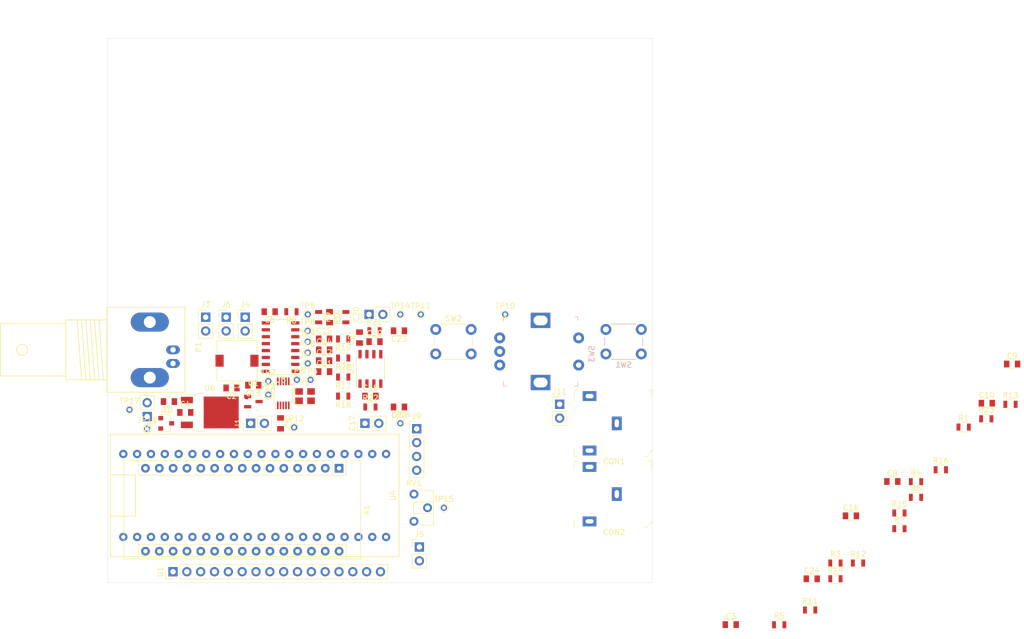
<source format=kicad_pcb>
(kicad_pcb (version 20171130) (host pcbnew 5.1.5+dfsg1-2build2)

  (general
    (thickness 1.6)
    (drawings 7)
    (tracks 1)
    (zones 0)
    (modules 89)
    (nets 57)
  )

  (page A4)
  (layers
    (0 F.Cu signal)
    (31 B.Cu signal)
    (32 B.Adhes user)
    (33 F.Adhes user)
    (34 B.Paste user)
    (35 F.Paste user)
    (36 B.SilkS user)
    (37 F.SilkS user)
    (38 B.Mask user)
    (39 F.Mask user)
    (40 Dwgs.User user)
    (41 Cmts.User user)
    (42 Eco1.User user)
    (43 Eco2.User user)
    (44 Edge.Cuts user)
    (45 Margin user)
    (46 B.CrtYd user)
    (47 F.CrtYd user)
    (48 B.Fab user)
    (49 F.Fab user)
  )

  (setup
    (last_trace_width 0.25)
    (trace_clearance 0.2)
    (zone_clearance 0.508)
    (zone_45_only no)
    (trace_min 0.2)
    (via_size 0.8)
    (via_drill 0.4)
    (via_min_size 0.4)
    (via_min_drill 0.3)
    (uvia_size 0.3)
    (uvia_drill 0.1)
    (uvias_allowed no)
    (uvia_min_size 0.2)
    (uvia_min_drill 0.1)
    (edge_width 0.05)
    (segment_width 0.2)
    (pcb_text_width 0.3)
    (pcb_text_size 1.5 1.5)
    (mod_edge_width 0.12)
    (mod_text_size 1 1)
    (mod_text_width 0.15)
    (pad_size 1.524 1.524)
    (pad_drill 0.762)
    (pad_to_mask_clearance 0.051)
    (solder_mask_min_width 0.25)
    (aux_axis_origin 0 0)
    (visible_elements FFFFFF7F)
    (pcbplotparams
      (layerselection 0x010fc_ffffffff)
      (usegerberextensions false)
      (usegerberattributes false)
      (usegerberadvancedattributes false)
      (creategerberjobfile false)
      (excludeedgelayer true)
      (linewidth 0.100000)
      (plotframeref false)
      (viasonmask false)
      (mode 1)
      (useauxorigin false)
      (hpglpennumber 1)
      (hpglpenspeed 20)
      (hpglpendiameter 15.000000)
      (psnegative false)
      (psa4output false)
      (plotreference true)
      (plotvalue true)
      (plotinvisibletext false)
      (padsonsilk false)
      (subtractmaskfromsilk false)
      (outputformat 1)
      (mirror false)
      (drillshape 1)
      (scaleselection 1)
      (outputdirectory ""))
  )

  (net 0 "")
  (net 1 /V_IN)
  (net 2 "Net-(A1-Pad29)")
  (net 3 /VHI)
  (net 4 +5V)
  (net 5 /RX)
  (net 6 /ROT_A)
  (net 7 /ROT_B)
  (net 8 /SCL)
  (net 9 /FREQ_COUNT)
  (net 10 /RS)
  (net 11 /EN)
  (net 12 /BUTTON)
  (net 13 /D7)
  (net 14 /DVM)
  (net 15 /D6)
  (net 16 /AUD_1)
  (net 17 /AUD_0)
  (net 18 +4.3V)
  (net 19 /D4)
  (net 20 +3V3)
  (net 21 /D5)
  (net 22 GND)
  (net 23 "Net-(C2-Pad1)")
  (net 24 "Net-(C6-Pad2)")
  (net 25 "Net-(C6-Pad1)")
  (net 26 "Net-(C7-Pad1)")
  (net 27 "Net-(C11-Pad1)")
  (net 28 "Net-(C12-Pad1)")
  (net 29 "Net-(C14-Pad1)")
  (net 30 "Net-(C15-Pad1)")
  (net 31 "Net-(C16-Pad2)")
  (net 32 "Net-(C16-Pad1)")
  (net 33 "Net-(C17-Pad2)")
  (net 34 "Net-(C19-Pad2)")
  (net 35 "Net-(C22-Pad1)")
  (net 36 "Net-(C23-Pad1)")
  (net 37 "Net-(CON1-Pad1)")
  (net 38 "Net-(D1-Pad1)")
  (net 39 "Net-(J3-Pad1)")
  (net 40 "Net-(J4-Pad2)")
  (net 41 "Net-(J9-Pad3)")
  (net 42 /SIG_OUT)
  (net 43 "Net-(R1-Pad2)")
  (net 44 "Net-(R3-Pad1)")
  (net 45 "Net-(R4-Pad1)")
  (net 46 "Net-(R13-Pad2)")
  (net 47 "Net-(R15-Pad2)")
  (net 48 "Net-(R18-Pad1)")
  (net 49 "Net-(R19-Pad1)")
  (net 50 "Net-(R23-Pad2)")
  (net 51 "Net-(RV1-Pad2)")
  (net 52 /4F)
  (net 53 /2F)
  (net 54 "Net-(TP4-Pad1)")
  (net 55 "Net-(U2-Pad3)")
  (net 56 "Net-(U2-Pad2)")

  (net_class Default "This is the default net class."
    (clearance 0.2)
    (trace_width 0.25)
    (via_dia 0.8)
    (via_drill 0.4)
    (uvia_dia 0.3)
    (uvia_drill 0.1)
    (add_net +3V3)
    (add_net +4.3V)
    (add_net +5V)
    (add_net /2F)
    (add_net /4F)
    (add_net /AUD_0)
    (add_net /AUD_1)
    (add_net /BUTTON)
    (add_net /D4)
    (add_net /D5)
    (add_net /D6)
    (add_net /D7)
    (add_net /DVM)
    (add_net /EN)
    (add_net /FREQ_COUNT)
    (add_net /ROT_A)
    (add_net /ROT_B)
    (add_net /RS)
    (add_net /RX)
    (add_net /SCL)
    (add_net /SIG_OUT)
    (add_net /VHI)
    (add_net /V_IN)
    (add_net GND)
    (add_net "Net-(A1-Pad29)")
    (add_net "Net-(C11-Pad1)")
    (add_net "Net-(C12-Pad1)")
    (add_net "Net-(C14-Pad1)")
    (add_net "Net-(C15-Pad1)")
    (add_net "Net-(C16-Pad1)")
    (add_net "Net-(C16-Pad2)")
    (add_net "Net-(C17-Pad2)")
    (add_net "Net-(C19-Pad2)")
    (add_net "Net-(C2-Pad1)")
    (add_net "Net-(C22-Pad1)")
    (add_net "Net-(C23-Pad1)")
    (add_net "Net-(C6-Pad1)")
    (add_net "Net-(C6-Pad2)")
    (add_net "Net-(C7-Pad1)")
    (add_net "Net-(CON1-Pad1)")
    (add_net "Net-(D1-Pad1)")
    (add_net "Net-(J3-Pad1)")
    (add_net "Net-(J4-Pad2)")
    (add_net "Net-(J9-Pad3)")
    (add_net "Net-(R1-Pad2)")
    (add_net "Net-(R13-Pad2)")
    (add_net "Net-(R15-Pad2)")
    (add_net "Net-(R18-Pad1)")
    (add_net "Net-(R19-Pad1)")
    (add_net "Net-(R23-Pad2)")
    (add_net "Net-(R3-Pad1)")
    (add_net "Net-(R4-Pad1)")
    (add_net "Net-(RV1-Pad2)")
    (add_net "Net-(TP4-Pad1)")
    (add_net "Net-(U2-Pad2)")
    (add_net "Net-(U2-Pad3)")
  )

  (module Modules:Arduino_Nano (layer F.Cu) (tedit 58ACAF70) (tstamp 5F043110)
    (at 92.5 129 270)
    (descr "Arduino Nano, http://www.mouser.com/pdfdocs/Gravitech_Arduino_Nano3_0.pdf")
    (tags "Arduino Nano")
    (path /5F21DB66)
    (fp_text reference A1 (at 7.62 -5.08 90) (layer F.SilkS)
      (effects (font (size 1 1) (thickness 0.15)))
    )
    (fp_text value Arduino_Nano_v3.x (at 8.89 19.05) (layer F.Fab)
      (effects (font (size 1 1) (thickness 0.15)))
    )
    (fp_text user %R (at 6.35 19.05) (layer F.Fab)
      (effects (font (size 1 1) (thickness 0.15)))
    )
    (fp_line (start 1.27 1.27) (end 1.27 -1.27) (layer F.SilkS) (width 0.12))
    (fp_line (start 1.27 -1.27) (end -1.4 -1.27) (layer F.SilkS) (width 0.12))
    (fp_line (start -1.4 1.27) (end -1.4 39.5) (layer F.SilkS) (width 0.12))
    (fp_line (start -1.4 -3.94) (end -1.4 -1.27) (layer F.SilkS) (width 0.12))
    (fp_line (start 13.97 -1.27) (end 16.64 -1.27) (layer F.SilkS) (width 0.12))
    (fp_line (start 13.97 -1.27) (end 13.97 36.83) (layer F.SilkS) (width 0.12))
    (fp_line (start 13.97 36.83) (end 16.64 36.83) (layer F.SilkS) (width 0.12))
    (fp_line (start 1.27 1.27) (end -1.4 1.27) (layer F.SilkS) (width 0.12))
    (fp_line (start 1.27 1.27) (end 1.27 36.83) (layer F.SilkS) (width 0.12))
    (fp_line (start 1.27 36.83) (end -1.4 36.83) (layer F.SilkS) (width 0.12))
    (fp_line (start 3.81 31.75) (end 11.43 31.75) (layer F.Fab) (width 0.1))
    (fp_line (start 11.43 31.75) (end 11.43 41.91) (layer F.Fab) (width 0.1))
    (fp_line (start 11.43 41.91) (end 3.81 41.91) (layer F.Fab) (width 0.1))
    (fp_line (start 3.81 41.91) (end 3.81 31.75) (layer F.Fab) (width 0.1))
    (fp_line (start -1.4 39.5) (end 16.64 39.5) (layer F.SilkS) (width 0.12))
    (fp_line (start 16.64 39.5) (end 16.64 -3.94) (layer F.SilkS) (width 0.12))
    (fp_line (start 16.64 -3.94) (end -1.4 -3.94) (layer F.SilkS) (width 0.12))
    (fp_line (start 16.51 39.37) (end -1.27 39.37) (layer F.Fab) (width 0.1))
    (fp_line (start -1.27 39.37) (end -1.27 -2.54) (layer F.Fab) (width 0.1))
    (fp_line (start -1.27 -2.54) (end 0 -3.81) (layer F.Fab) (width 0.1))
    (fp_line (start 0 -3.81) (end 16.51 -3.81) (layer F.Fab) (width 0.1))
    (fp_line (start 16.51 -3.81) (end 16.51 39.37) (layer F.Fab) (width 0.1))
    (fp_line (start -1.53 -4.06) (end 16.75 -4.06) (layer F.CrtYd) (width 0.05))
    (fp_line (start -1.53 -4.06) (end -1.53 42.16) (layer F.CrtYd) (width 0.05))
    (fp_line (start 16.75 42.16) (end 16.75 -4.06) (layer F.CrtYd) (width 0.05))
    (fp_line (start 16.75 42.16) (end -1.53 42.16) (layer F.CrtYd) (width 0.05))
    (pad 1 thru_hole rect (at 0 0 270) (size 1.6 1.6) (drill 0.8) (layers *.Cu *.Mask)
      (net 21 /D5))
    (pad 17 thru_hole oval (at 15.24 33.02 270) (size 1.6 1.6) (drill 0.8) (layers *.Cu *.Mask)
      (net 20 +3V3))
    (pad 2 thru_hole oval (at 0 2.54 270) (size 1.6 1.6) (drill 0.8) (layers *.Cu *.Mask)
      (net 19 /D4))
    (pad 18 thru_hole oval (at 15.24 30.48 270) (size 1.6 1.6) (drill 0.8) (layers *.Cu *.Mask)
      (net 18 +4.3V))
    (pad 3 thru_hole oval (at 0 5.08 270) (size 1.6 1.6) (drill 0.8) (layers *.Cu *.Mask))
    (pad 19 thru_hole oval (at 15.24 27.94 270) (size 1.6 1.6) (drill 0.8) (layers *.Cu *.Mask)
      (net 17 /AUD_0))
    (pad 4 thru_hole oval (at 0 7.62 270) (size 1.6 1.6) (drill 0.8) (layers *.Cu *.Mask)
      (net 2 "Net-(A1-Pad29)"))
    (pad 20 thru_hole oval (at 15.24 25.4 270) (size 1.6 1.6) (drill 0.8) (layers *.Cu *.Mask)
      (net 16 /AUD_1))
    (pad 5 thru_hole oval (at 0 10.16 270) (size 1.6 1.6) (drill 0.8) (layers *.Cu *.Mask)
      (net 15 /D6))
    (pad 21 thru_hole oval (at 15.24 22.86 270) (size 1.6 1.6) (drill 0.8) (layers *.Cu *.Mask)
      (net 14 /DVM))
    (pad 6 thru_hole oval (at 0 12.7 270) (size 1.6 1.6) (drill 0.8) (layers *.Cu *.Mask)
      (net 13 /D7))
    (pad 22 thru_hole oval (at 15.24 20.32 270) (size 1.6 1.6) (drill 0.8) (layers *.Cu *.Mask)
      (net 12 /BUTTON))
    (pad 7 thru_hole oval (at 0 15.24 270) (size 1.6 1.6) (drill 0.8) (layers *.Cu *.Mask)
      (net 11 /EN))
    (pad 23 thru_hole oval (at 15.24 17.78 270) (size 1.6 1.6) (drill 0.8) (layers *.Cu *.Mask)
      (net 10 /RS))
    (pad 8 thru_hole oval (at 0 17.78 270) (size 1.6 1.6) (drill 0.8) (layers *.Cu *.Mask)
      (net 9 /FREQ_COUNT))
    (pad 24 thru_hole oval (at 15.24 15.24 270) (size 1.6 1.6) (drill 0.8) (layers *.Cu *.Mask)
      (net 8 /SCL))
    (pad 9 thru_hole oval (at 0 20.32 270) (size 1.6 1.6) (drill 0.8) (layers *.Cu *.Mask)
      (net 7 /ROT_B))
    (pad 25 thru_hole oval (at 15.24 12.7 270) (size 1.6 1.6) (drill 0.8) (layers *.Cu *.Mask))
    (pad 10 thru_hole oval (at 0 22.86 270) (size 1.6 1.6) (drill 0.8) (layers *.Cu *.Mask)
      (net 6 /ROT_A))
    (pad 26 thru_hole oval (at 15.24 10.16 270) (size 1.6 1.6) (drill 0.8) (layers *.Cu *.Mask))
    (pad 11 thru_hole oval (at 0 25.4 270) (size 1.6 1.6) (drill 0.8) (layers *.Cu *.Mask)
      (net 5 /RX))
    (pad 27 thru_hole oval (at 15.24 7.62 270) (size 1.6 1.6) (drill 0.8) (layers *.Cu *.Mask)
      (net 4 +5V))
    (pad 12 thru_hole oval (at 0 27.94 270) (size 1.6 1.6) (drill 0.8) (layers *.Cu *.Mask)
      (net 3 /VHI))
    (pad 28 thru_hole oval (at 15.24 5.08 270) (size 1.6 1.6) (drill 0.8) (layers *.Cu *.Mask))
    (pad 13 thru_hole oval (at 0 30.48 270) (size 1.6 1.6) (drill 0.8) (layers *.Cu *.Mask))
    (pad 29 thru_hole oval (at 15.24 2.54 270) (size 1.6 1.6) (drill 0.8) (layers *.Cu *.Mask)
      (net 2 "Net-(A1-Pad29)"))
    (pad 14 thru_hole oval (at 0 33.02 270) (size 1.6 1.6) (drill 0.8) (layers *.Cu *.Mask))
    (pad 30 thru_hole oval (at 15.24 0 270) (size 1.6 1.6) (drill 0.8) (layers *.Cu *.Mask)
      (net 1 /V_IN))
    (pad 15 thru_hole oval (at 0 35.56 270) (size 1.6 1.6) (drill 0.8) (layers *.Cu *.Mask))
    (pad 16 thru_hole oval (at 15.24 35.56 270) (size 1.6 1.6) (drill 0.8) (layers *.Cu *.Mask))
  )

  (module Capacitors_SMD:C_0805 (layer F.Cu) (tedit 58AA8463) (tstamp 5F03F625)
    (at 61.25 116.75 180)
    (descr "Capacitor SMD 0805, reflow soldering, AVX (see smccp.pdf)")
    (tags "capacitor 0805")
    (path /5F1109C9)
    (attr smd)
    (fp_text reference C1 (at 0 -1.5) (layer F.SilkS)
      (effects (font (size 1 1) (thickness 0.15)))
    )
    (fp_text value 1uF (at 0 1.75) (layer F.Fab)
      (effects (font (size 1 1) (thickness 0.15)))
    )
    (fp_text user %R (at 0 -1.5) (layer F.Fab)
      (effects (font (size 1 1) (thickness 0.15)))
    )
    (fp_line (start -1 0.62) (end -1 -0.62) (layer F.Fab) (width 0.1))
    (fp_line (start 1 0.62) (end -1 0.62) (layer F.Fab) (width 0.1))
    (fp_line (start 1 -0.62) (end 1 0.62) (layer F.Fab) (width 0.1))
    (fp_line (start -1 -0.62) (end 1 -0.62) (layer F.Fab) (width 0.1))
    (fp_line (start 0.5 -0.85) (end -0.5 -0.85) (layer F.SilkS) (width 0.12))
    (fp_line (start -0.5 0.85) (end 0.5 0.85) (layer F.SilkS) (width 0.12))
    (fp_line (start -1.75 -0.88) (end 1.75 -0.88) (layer F.CrtYd) (width 0.05))
    (fp_line (start -1.75 -0.88) (end -1.75 0.87) (layer F.CrtYd) (width 0.05))
    (fp_line (start 1.75 0.87) (end 1.75 -0.88) (layer F.CrtYd) (width 0.05))
    (fp_line (start 1.75 0.87) (end -1.75 0.87) (layer F.CrtYd) (width 0.05))
    (pad 1 smd rect (at -1 0 180) (size 1 1.25) (layers F.Cu F.Paste F.Mask)
      (net 1 /V_IN))
    (pad 2 smd rect (at 1 0 180) (size 1 1.25) (layers F.Cu F.Paste F.Mask)
      (net 22 GND))
    (model Capacitors_SMD.3dshapes/C_0805.wrl
      (at (xyz 0 0 0))
      (scale (xyz 1 1 1))
      (rotate (xyz 0 0 0))
    )
  )

  (module Capacitors_SMD:C_0805 (layer F.Cu) (tedit 58AA8463) (tstamp 5F03F636)
    (at 72.75 114.25 180)
    (descr "Capacitor SMD 0805, reflow soldering, AVX (see smccp.pdf)")
    (tags "capacitor 0805")
    (path /5FBE8105)
    (attr smd)
    (fp_text reference C2 (at 0 -1.5) (layer F.SilkS)
      (effects (font (size 1 1) (thickness 0.15)))
    )
    (fp_text value 10uF (at 0 1.75) (layer F.Fab)
      (effects (font (size 1 1) (thickness 0.15)))
    )
    (fp_line (start 1.75 0.87) (end -1.75 0.87) (layer F.CrtYd) (width 0.05))
    (fp_line (start 1.75 0.87) (end 1.75 -0.88) (layer F.CrtYd) (width 0.05))
    (fp_line (start -1.75 -0.88) (end -1.75 0.87) (layer F.CrtYd) (width 0.05))
    (fp_line (start -1.75 -0.88) (end 1.75 -0.88) (layer F.CrtYd) (width 0.05))
    (fp_line (start -0.5 0.85) (end 0.5 0.85) (layer F.SilkS) (width 0.12))
    (fp_line (start 0.5 -0.85) (end -0.5 -0.85) (layer F.SilkS) (width 0.12))
    (fp_line (start -1 -0.62) (end 1 -0.62) (layer F.Fab) (width 0.1))
    (fp_line (start 1 -0.62) (end 1 0.62) (layer F.Fab) (width 0.1))
    (fp_line (start 1 0.62) (end -1 0.62) (layer F.Fab) (width 0.1))
    (fp_line (start -1 0.62) (end -1 -0.62) (layer F.Fab) (width 0.1))
    (fp_text user %R (at 0 -1.5) (layer F.Fab)
      (effects (font (size 1 1) (thickness 0.15)))
    )
    (pad 2 smd rect (at 1 0 180) (size 1 1.25) (layers F.Cu F.Paste F.Mask)
      (net 22 GND))
    (pad 1 smd rect (at -1 0 180) (size 1 1.25) (layers F.Cu F.Paste F.Mask)
      (net 23 "Net-(C2-Pad1)"))
    (model Capacitors_SMD.3dshapes/C_0805.wrl
      (at (xyz 0 0 0))
      (scale (xyz 1 1 1))
      (rotate (xyz 0 0 0))
    )
  )

  (module Capacitors_SMD:C_0805 (layer F.Cu) (tedit 58AA8463) (tstamp 5F03F647)
    (at 164.425001 157.710001)
    (descr "Capacitor SMD 0805, reflow soldering, AVX (see smccp.pdf)")
    (tags "capacitor 0805")
    (path /5F819518)
    (attr smd)
    (fp_text reference C3 (at 0 -1.5) (layer F.SilkS)
      (effects (font (size 1 1) (thickness 0.15)))
    )
    (fp_text value 1uF (at 0 1.75) (layer F.Fab)
      (effects (font (size 1 1) (thickness 0.15)))
    )
    (fp_line (start 1.75 0.87) (end -1.75 0.87) (layer F.CrtYd) (width 0.05))
    (fp_line (start 1.75 0.87) (end 1.75 -0.88) (layer F.CrtYd) (width 0.05))
    (fp_line (start -1.75 -0.88) (end -1.75 0.87) (layer F.CrtYd) (width 0.05))
    (fp_line (start -1.75 -0.88) (end 1.75 -0.88) (layer F.CrtYd) (width 0.05))
    (fp_line (start -0.5 0.85) (end 0.5 0.85) (layer F.SilkS) (width 0.12))
    (fp_line (start 0.5 -0.85) (end -0.5 -0.85) (layer F.SilkS) (width 0.12))
    (fp_line (start -1 -0.62) (end 1 -0.62) (layer F.Fab) (width 0.1))
    (fp_line (start 1 -0.62) (end 1 0.62) (layer F.Fab) (width 0.1))
    (fp_line (start 1 0.62) (end -1 0.62) (layer F.Fab) (width 0.1))
    (fp_line (start -1 0.62) (end -1 -0.62) (layer F.Fab) (width 0.1))
    (fp_text user %R (at 0 -1.5) (layer F.Fab)
      (effects (font (size 1 1) (thickness 0.15)))
    )
    (pad 2 smd rect (at 1 0) (size 1 1.25) (layers F.Cu F.Paste F.Mask)
      (net 22 GND))
    (pad 1 smd rect (at -1 0) (size 1 1.25) (layers F.Cu F.Paste F.Mask)
      (net 18 +4.3V))
    (model Capacitors_SMD.3dshapes/C_0805.wrl
      (at (xyz 0 0 0))
      (scale (xyz 1 1 1))
      (rotate (xyz 0 0 0))
    )
  )

  (module Capacitors_SMD:C_0805 (layer F.Cu) (tedit 58AA8463) (tstamp 5F03F658)
    (at 64.25 118.75)
    (descr "Capacitor SMD 0805, reflow soldering, AVX (see smccp.pdf)")
    (tags "capacitor 0805")
    (path /5FA60BD0)
    (attr smd)
    (fp_text reference C4 (at 0 -1.5) (layer F.SilkS)
      (effects (font (size 1 1) (thickness 0.15)))
    )
    (fp_text value 10uF (at 0 1.75) (layer F.Fab)
      (effects (font (size 1 1) (thickness 0.15)))
    )
    (fp_text user %R (at 0 -1.5) (layer F.Fab)
      (effects (font (size 1 1) (thickness 0.15)))
    )
    (fp_line (start -1 0.62) (end -1 -0.62) (layer F.Fab) (width 0.1))
    (fp_line (start 1 0.62) (end -1 0.62) (layer F.Fab) (width 0.1))
    (fp_line (start 1 -0.62) (end 1 0.62) (layer F.Fab) (width 0.1))
    (fp_line (start -1 -0.62) (end 1 -0.62) (layer F.Fab) (width 0.1))
    (fp_line (start 0.5 -0.85) (end -0.5 -0.85) (layer F.SilkS) (width 0.12))
    (fp_line (start -0.5 0.85) (end 0.5 0.85) (layer F.SilkS) (width 0.12))
    (fp_line (start -1.75 -0.88) (end 1.75 -0.88) (layer F.CrtYd) (width 0.05))
    (fp_line (start -1.75 -0.88) (end -1.75 0.87) (layer F.CrtYd) (width 0.05))
    (fp_line (start 1.75 0.87) (end 1.75 -0.88) (layer F.CrtYd) (width 0.05))
    (fp_line (start 1.75 0.87) (end -1.75 0.87) (layer F.CrtYd) (width 0.05))
    (pad 1 smd rect (at -1 0) (size 1 1.25) (layers F.Cu F.Paste F.Mask)
      (net 4 +5V))
    (pad 2 smd rect (at 1 0) (size 1 1.25) (layers F.Cu F.Paste F.Mask)
      (net 22 GND))
    (model Capacitors_SMD.3dshapes/C_0805.wrl
      (at (xyz 0 0 0))
      (scale (xyz 1 1 1))
      (rotate (xyz 0 0 0))
    )
  )

  (module Capacitors_SMD:C_0805 (layer F.Cu) (tedit 58AA8463) (tstamp 5F03F669)
    (at 81.75 120.75 270)
    (descr "Capacitor SMD 0805, reflow soldering, AVX (see smccp.pdf)")
    (tags "capacitor 0805")
    (path /5F77E9AF)
    (attr smd)
    (fp_text reference C5 (at 0 -1.5 90) (layer F.SilkS)
      (effects (font (size 1 1) (thickness 0.15)))
    )
    (fp_text value 0.1uF (at 0 1.75 90) (layer F.Fab)
      (effects (font (size 1 1) (thickness 0.15)))
    )
    (fp_line (start 1.75 0.87) (end -1.75 0.87) (layer F.CrtYd) (width 0.05))
    (fp_line (start 1.75 0.87) (end 1.75 -0.88) (layer F.CrtYd) (width 0.05))
    (fp_line (start -1.75 -0.88) (end -1.75 0.87) (layer F.CrtYd) (width 0.05))
    (fp_line (start -1.75 -0.88) (end 1.75 -0.88) (layer F.CrtYd) (width 0.05))
    (fp_line (start -0.5 0.85) (end 0.5 0.85) (layer F.SilkS) (width 0.12))
    (fp_line (start 0.5 -0.85) (end -0.5 -0.85) (layer F.SilkS) (width 0.12))
    (fp_line (start -1 -0.62) (end 1 -0.62) (layer F.Fab) (width 0.1))
    (fp_line (start 1 -0.62) (end 1 0.62) (layer F.Fab) (width 0.1))
    (fp_line (start 1 0.62) (end -1 0.62) (layer F.Fab) (width 0.1))
    (fp_line (start -1 0.62) (end -1 -0.62) (layer F.Fab) (width 0.1))
    (fp_text user %R (at 0 -1.5 90) (layer F.Fab)
      (effects (font (size 1 1) (thickness 0.15)))
    )
    (pad 2 smd rect (at 1 0 270) (size 1 1.25) (layers F.Cu F.Paste F.Mask)
      (net 22 GND))
    (pad 1 smd rect (at -1 0 270) (size 1 1.25) (layers F.Cu F.Paste F.Mask)
      (net 20 +3V3))
    (model Capacitors_SMD.3dshapes/C_0805.wrl
      (at (xyz 0 0 0))
      (scale (xyz 1 1 1))
      (rotate (xyz 0 0 0))
    )
  )

  (module Capacitors_SMD:C_0805 (layer F.Cu) (tedit 58AA8463) (tstamp 5F03F67A)
    (at 79.75 100.25 180)
    (descr "Capacitor SMD 0805, reflow soldering, AVX (see smccp.pdf)")
    (tags "capacitor 0805")
    (path /5EFDB006)
    (attr smd)
    (fp_text reference C6 (at 0 -1.5) (layer F.SilkS)
      (effects (font (size 1 1) (thickness 0.15)))
    )
    (fp_text value 0.1uF (at 0 1.75) (layer F.Fab)
      (effects (font (size 1 1) (thickness 0.15)))
    )
    (fp_text user %R (at 0 -1.5) (layer F.Fab)
      (effects (font (size 1 1) (thickness 0.15)))
    )
    (fp_line (start -1 0.62) (end -1 -0.62) (layer F.Fab) (width 0.1))
    (fp_line (start 1 0.62) (end -1 0.62) (layer F.Fab) (width 0.1))
    (fp_line (start 1 -0.62) (end 1 0.62) (layer F.Fab) (width 0.1))
    (fp_line (start -1 -0.62) (end 1 -0.62) (layer F.Fab) (width 0.1))
    (fp_line (start 0.5 -0.85) (end -0.5 -0.85) (layer F.SilkS) (width 0.12))
    (fp_line (start -0.5 0.85) (end 0.5 0.85) (layer F.SilkS) (width 0.12))
    (fp_line (start -1.75 -0.88) (end 1.75 -0.88) (layer F.CrtYd) (width 0.05))
    (fp_line (start -1.75 -0.88) (end -1.75 0.87) (layer F.CrtYd) (width 0.05))
    (fp_line (start 1.75 0.87) (end 1.75 -0.88) (layer F.CrtYd) (width 0.05))
    (fp_line (start 1.75 0.87) (end -1.75 0.87) (layer F.CrtYd) (width 0.05))
    (pad 1 smd rect (at -1 0 180) (size 1 1.25) (layers F.Cu F.Paste F.Mask)
      (net 25 "Net-(C6-Pad1)"))
    (pad 2 smd rect (at 1 0 180) (size 1 1.25) (layers F.Cu F.Paste F.Mask)
      (net 24 "Net-(C6-Pad2)"))
    (model Capacitors_SMD.3dshapes/C_0805.wrl
      (at (xyz 0 0 0))
      (scale (xyz 1 1 1))
      (rotate (xyz 0 0 0))
    )
  )

  (module Capacitors_SMD:C_0805 (layer F.Cu) (tedit 58AA8463) (tstamp 5F03F68B)
    (at 90.75 101.25 270)
    (descr "Capacitor SMD 0805, reflow soldering, AVX (see smccp.pdf)")
    (tags "capacitor 0805")
    (path /5F00C4F9)
    (attr smd)
    (fp_text reference C7 (at 0 -1.5 90) (layer F.SilkS)
      (effects (font (size 1 1) (thickness 0.15)))
    )
    (fp_text value 0.1uF (at 0 1.75 90) (layer F.Fab)
      (effects (font (size 1 1) (thickness 0.15)))
    )
    (fp_line (start 1.75 0.87) (end -1.75 0.87) (layer F.CrtYd) (width 0.05))
    (fp_line (start 1.75 0.87) (end 1.75 -0.88) (layer F.CrtYd) (width 0.05))
    (fp_line (start -1.75 -0.88) (end -1.75 0.87) (layer F.CrtYd) (width 0.05))
    (fp_line (start -1.75 -0.88) (end 1.75 -0.88) (layer F.CrtYd) (width 0.05))
    (fp_line (start -0.5 0.85) (end 0.5 0.85) (layer F.SilkS) (width 0.12))
    (fp_line (start 0.5 -0.85) (end -0.5 -0.85) (layer F.SilkS) (width 0.12))
    (fp_line (start -1 -0.62) (end 1 -0.62) (layer F.Fab) (width 0.1))
    (fp_line (start 1 -0.62) (end 1 0.62) (layer F.Fab) (width 0.1))
    (fp_line (start 1 0.62) (end -1 0.62) (layer F.Fab) (width 0.1))
    (fp_line (start -1 0.62) (end -1 -0.62) (layer F.Fab) (width 0.1))
    (fp_text user %R (at 0 -1.5 90) (layer F.Fab)
      (effects (font (size 1 1) (thickness 0.15)))
    )
    (pad 2 smd rect (at 1 0 270) (size 1 1.25) (layers F.Cu F.Paste F.Mask)
      (net 22 GND))
    (pad 1 smd rect (at -1 0 270) (size 1 1.25) (layers F.Cu F.Paste F.Mask)
      (net 26 "Net-(C7-Pad1)"))
    (model Capacitors_SMD.3dshapes/C_0805.wrl
      (at (xyz 0 0 0))
      (scale (xyz 1 1 1))
      (rotate (xyz 0 0 0))
    )
  )

  (module Capacitors_SMD:C_0805 (layer F.Cu) (tedit 58AA8463) (tstamp 5F03F69C)
    (at 194.105001 131.430001)
    (descr "Capacitor SMD 0805, reflow soldering, AVX (see smccp.pdf)")
    (tags "capacitor 0805")
    (path /5F6CBAF6)
    (attr smd)
    (fp_text reference C8 (at 0 -1.5) (layer F.SilkS)
      (effects (font (size 1 1) (thickness 0.15)))
    )
    (fp_text value 0.1uF (at 0 1.75) (layer F.Fab)
      (effects (font (size 1 1) (thickness 0.15)))
    )
    (fp_line (start 1.75 0.87) (end -1.75 0.87) (layer F.CrtYd) (width 0.05))
    (fp_line (start 1.75 0.87) (end 1.75 -0.88) (layer F.CrtYd) (width 0.05))
    (fp_line (start -1.75 -0.88) (end -1.75 0.87) (layer F.CrtYd) (width 0.05))
    (fp_line (start -1.75 -0.88) (end 1.75 -0.88) (layer F.CrtYd) (width 0.05))
    (fp_line (start -0.5 0.85) (end 0.5 0.85) (layer F.SilkS) (width 0.12))
    (fp_line (start 0.5 -0.85) (end -0.5 -0.85) (layer F.SilkS) (width 0.12))
    (fp_line (start -1 -0.62) (end 1 -0.62) (layer F.Fab) (width 0.1))
    (fp_line (start 1 -0.62) (end 1 0.62) (layer F.Fab) (width 0.1))
    (fp_line (start 1 0.62) (end -1 0.62) (layer F.Fab) (width 0.1))
    (fp_line (start -1 0.62) (end -1 -0.62) (layer F.Fab) (width 0.1))
    (fp_text user %R (at 0 -1.5) (layer F.Fab)
      (effects (font (size 1 1) (thickness 0.15)))
    )
    (pad 2 smd rect (at 1 0) (size 1 1.25) (layers F.Cu F.Paste F.Mask)
      (net 22 GND))
    (pad 1 smd rect (at -1 0) (size 1 1.25) (layers F.Cu F.Paste F.Mask)
      (net 4 +5V))
    (model Capacitors_SMD.3dshapes/C_0805.wrl
      (at (xyz 0 0 0))
      (scale (xyz 1 1 1))
      (rotate (xyz 0 0 0))
    )
  )

  (module Capacitors_SMD:C_0805 (layer F.Cu) (tedit 58AA8463) (tstamp 5F03F6AD)
    (at 216.105001 109.860001)
    (descr "Capacitor SMD 0805, reflow soldering, AVX (see smccp.pdf)")
    (tags "capacitor 0805")
    (path /5F757D3A)
    (attr smd)
    (fp_text reference C9 (at 0 -1.5) (layer F.SilkS)
      (effects (font (size 1 1) (thickness 0.15)))
    )
    (fp_text value 0.1uF (at 0 1.75) (layer F.Fab)
      (effects (font (size 1 1) (thickness 0.15)))
    )
    (fp_text user %R (at 0 -1.5) (layer F.Fab)
      (effects (font (size 1 1) (thickness 0.15)))
    )
    (fp_line (start -1 0.62) (end -1 -0.62) (layer F.Fab) (width 0.1))
    (fp_line (start 1 0.62) (end -1 0.62) (layer F.Fab) (width 0.1))
    (fp_line (start 1 -0.62) (end 1 0.62) (layer F.Fab) (width 0.1))
    (fp_line (start -1 -0.62) (end 1 -0.62) (layer F.Fab) (width 0.1))
    (fp_line (start 0.5 -0.85) (end -0.5 -0.85) (layer F.SilkS) (width 0.12))
    (fp_line (start -0.5 0.85) (end 0.5 0.85) (layer F.SilkS) (width 0.12))
    (fp_line (start -1.75 -0.88) (end 1.75 -0.88) (layer F.CrtYd) (width 0.05))
    (fp_line (start -1.75 -0.88) (end -1.75 0.87) (layer F.CrtYd) (width 0.05))
    (fp_line (start 1.75 0.87) (end 1.75 -0.88) (layer F.CrtYd) (width 0.05))
    (fp_line (start 1.75 0.87) (end -1.75 0.87) (layer F.CrtYd) (width 0.05))
    (pad 1 smd rect (at -1 0) (size 1 1.25) (layers F.Cu F.Paste F.Mask)
      (net 20 +3V3))
    (pad 2 smd rect (at 1 0) (size 1 1.25) (layers F.Cu F.Paste F.Mask)
      (net 22 GND))
    (model Capacitors_SMD.3dshapes/C_0805.wrl
      (at (xyz 0 0 0))
      (scale (xyz 1 1 1))
      (rotate (xyz 0 0 0))
    )
  )

  (module Capacitors_SMD:C_0805 (layer F.Cu) (tedit 58AA8463) (tstamp 5F03F6BE)
    (at 211.455001 117.060001)
    (descr "Capacitor SMD 0805, reflow soldering, AVX (see smccp.pdf)")
    (tags "capacitor 0805")
    (path /5F6DB43C)
    (attr smd)
    (fp_text reference C10 (at 0 -1.5) (layer F.SilkS)
      (effects (font (size 1 1) (thickness 0.15)))
    )
    (fp_text value 0.1uF (at 0 1.75) (layer F.Fab)
      (effects (font (size 1 1) (thickness 0.15)))
    )
    (fp_text user %R (at 0 -1.5) (layer F.Fab)
      (effects (font (size 1 1) (thickness 0.15)))
    )
    (fp_line (start -1 0.62) (end -1 -0.62) (layer F.Fab) (width 0.1))
    (fp_line (start 1 0.62) (end -1 0.62) (layer F.Fab) (width 0.1))
    (fp_line (start 1 -0.62) (end 1 0.62) (layer F.Fab) (width 0.1))
    (fp_line (start -1 -0.62) (end 1 -0.62) (layer F.Fab) (width 0.1))
    (fp_line (start 0.5 -0.85) (end -0.5 -0.85) (layer F.SilkS) (width 0.12))
    (fp_line (start -0.5 0.85) (end 0.5 0.85) (layer F.SilkS) (width 0.12))
    (fp_line (start -1.75 -0.88) (end 1.75 -0.88) (layer F.CrtYd) (width 0.05))
    (fp_line (start -1.75 -0.88) (end -1.75 0.87) (layer F.CrtYd) (width 0.05))
    (fp_line (start 1.75 0.87) (end 1.75 -0.88) (layer F.CrtYd) (width 0.05))
    (fp_line (start 1.75 0.87) (end -1.75 0.87) (layer F.CrtYd) (width 0.05))
    (pad 1 smd rect (at -1 0) (size 1 1.25) (layers F.Cu F.Paste F.Mask)
      (net 18 +4.3V))
    (pad 2 smd rect (at 1 0) (size 1 1.25) (layers F.Cu F.Paste F.Mask)
      (net 22 GND))
    (model Capacitors_SMD.3dshapes/C_0805.wrl
      (at (xyz 0 0 0))
      (scale (xyz 1 1 1))
      (rotate (xyz 0 0 0))
    )
  )

  (module Capacitors_SMD:C_0805 (layer F.Cu) (tedit 58AA8463) (tstamp 5F03F6CF)
    (at 89.75 111.25)
    (descr "Capacitor SMD 0805, reflow soldering, AVX (see smccp.pdf)")
    (tags "capacitor 0805")
    (path /5F01CA5E)
    (attr smd)
    (fp_text reference C11 (at 0 -1.5) (layer F.SilkS)
      (effects (font (size 1 1) (thickness 0.15)))
    )
    (fp_text value 0.47uF (at 0 1.75) (layer F.Fab)
      (effects (font (size 1 1) (thickness 0.15)))
    )
    (fp_line (start 1.75 0.87) (end -1.75 0.87) (layer F.CrtYd) (width 0.05))
    (fp_line (start 1.75 0.87) (end 1.75 -0.88) (layer F.CrtYd) (width 0.05))
    (fp_line (start -1.75 -0.88) (end -1.75 0.87) (layer F.CrtYd) (width 0.05))
    (fp_line (start -1.75 -0.88) (end 1.75 -0.88) (layer F.CrtYd) (width 0.05))
    (fp_line (start -0.5 0.85) (end 0.5 0.85) (layer F.SilkS) (width 0.12))
    (fp_line (start 0.5 -0.85) (end -0.5 -0.85) (layer F.SilkS) (width 0.12))
    (fp_line (start -1 -0.62) (end 1 -0.62) (layer F.Fab) (width 0.1))
    (fp_line (start 1 -0.62) (end 1 0.62) (layer F.Fab) (width 0.1))
    (fp_line (start 1 0.62) (end -1 0.62) (layer F.Fab) (width 0.1))
    (fp_line (start -1 0.62) (end -1 -0.62) (layer F.Fab) (width 0.1))
    (fp_text user %R (at 0 -1.5) (layer F.Fab)
      (effects (font (size 1 1) (thickness 0.15)))
    )
    (pad 2 smd rect (at 1 0) (size 1 1.25) (layers F.Cu F.Paste F.Mask)
      (net 22 GND))
    (pad 1 smd rect (at -1 0) (size 1 1.25) (layers F.Cu F.Paste F.Mask)
      (net 27 "Net-(C11-Pad1)"))
    (model Capacitors_SMD.3dshapes/C_0805.wrl
      (at (xyz 0 0 0))
      (scale (xyz 1 1 1))
      (rotate (xyz 0 0 0))
    )
  )

  (module Capacitors_SMD:C_0805 (layer F.Cu) (tedit 58AA8463) (tstamp 5F03F6E0)
    (at 89.75 109.25)
    (descr "Capacitor SMD 0805, reflow soldering, AVX (see smccp.pdf)")
    (tags "capacitor 0805")
    (path /5F028B2A)
    (attr smd)
    (fp_text reference C12 (at 0 -1.5) (layer F.SilkS)
      (effects (font (size 1 1) (thickness 0.15)))
    )
    (fp_text value 0.47uF (at 0 1.75) (layer F.Fab)
      (effects (font (size 1 1) (thickness 0.15)))
    )
    (fp_text user %R (at 0 -1.5) (layer F.Fab)
      (effects (font (size 1 1) (thickness 0.15)))
    )
    (fp_line (start -1 0.62) (end -1 -0.62) (layer F.Fab) (width 0.1))
    (fp_line (start 1 0.62) (end -1 0.62) (layer F.Fab) (width 0.1))
    (fp_line (start 1 -0.62) (end 1 0.62) (layer F.Fab) (width 0.1))
    (fp_line (start -1 -0.62) (end 1 -0.62) (layer F.Fab) (width 0.1))
    (fp_line (start 0.5 -0.85) (end -0.5 -0.85) (layer F.SilkS) (width 0.12))
    (fp_line (start -0.5 0.85) (end 0.5 0.85) (layer F.SilkS) (width 0.12))
    (fp_line (start -1.75 -0.88) (end 1.75 -0.88) (layer F.CrtYd) (width 0.05))
    (fp_line (start -1.75 -0.88) (end -1.75 0.87) (layer F.CrtYd) (width 0.05))
    (fp_line (start 1.75 0.87) (end 1.75 -0.88) (layer F.CrtYd) (width 0.05))
    (fp_line (start 1.75 0.87) (end -1.75 0.87) (layer F.CrtYd) (width 0.05))
    (pad 1 smd rect (at -1 0) (size 1 1.25) (layers F.Cu F.Paste F.Mask)
      (net 28 "Net-(C12-Pad1)"))
    (pad 2 smd rect (at 1 0) (size 1 1.25) (layers F.Cu F.Paste F.Mask)
      (net 22 GND))
    (model Capacitors_SMD.3dshapes/C_0805.wrl
      (at (xyz 0 0 0))
      (scale (xyz 1 1 1))
      (rotate (xyz 0 0 0))
    )
  )

  (module Capacitors_SMD:C_0805 locked (layer F.Cu) (tedit 58AA8463) (tstamp 5F03F6F1)
    (at 76.75 113.75 180)
    (descr "Capacitor SMD 0805, reflow soldering, AVX (see smccp.pdf)")
    (tags "capacitor 0805")
    (path /5F79BD87)
    (attr smd)
    (fp_text reference C13 (at 0 -1.5) (layer F.SilkS)
      (effects (font (size 1 1) (thickness 0.15)))
    )
    (fp_text value 0.1uF (at 0 1.75) (layer F.Fab)
      (effects (font (size 1 1) (thickness 0.15)))
    )
    (fp_text user %R (at 0 -1.5) (layer F.Fab)
      (effects (font (size 1 1) (thickness 0.15)))
    )
    (fp_line (start -1 0.62) (end -1 -0.62) (layer F.Fab) (width 0.1))
    (fp_line (start 1 0.62) (end -1 0.62) (layer F.Fab) (width 0.1))
    (fp_line (start 1 -0.62) (end 1 0.62) (layer F.Fab) (width 0.1))
    (fp_line (start -1 -0.62) (end 1 -0.62) (layer F.Fab) (width 0.1))
    (fp_line (start 0.5 -0.85) (end -0.5 -0.85) (layer F.SilkS) (width 0.12))
    (fp_line (start -0.5 0.85) (end 0.5 0.85) (layer F.SilkS) (width 0.12))
    (fp_line (start -1.75 -0.88) (end 1.75 -0.88) (layer F.CrtYd) (width 0.05))
    (fp_line (start -1.75 -0.88) (end -1.75 0.87) (layer F.CrtYd) (width 0.05))
    (fp_line (start 1.75 0.87) (end 1.75 -0.88) (layer F.CrtYd) (width 0.05))
    (fp_line (start 1.75 0.87) (end -1.75 0.87) (layer F.CrtYd) (width 0.05))
    (pad 1 smd rect (at -1 0 180) (size 1 1.25) (layers F.Cu F.Paste F.Mask)
      (net 18 +4.3V))
    (pad 2 smd rect (at 1 0 180) (size 1 1.25) (layers F.Cu F.Paste F.Mask)
      (net 22 GND))
    (model Capacitors_SMD.3dshapes/C_0805.wrl
      (at (xyz 0 0 0))
      (scale (xyz 1 1 1))
      (rotate (xyz 0 0 0))
    )
  )

  (module Capacitors_SMD:C_0805 (layer F.Cu) (tedit 58AA8463) (tstamp 5F03F702)
    (at 89.75 107.25)
    (descr "Capacitor SMD 0805, reflow soldering, AVX (see smccp.pdf)")
    (tags "capacitor 0805")
    (path /5F02A572)
    (attr smd)
    (fp_text reference C14 (at 0 -1.5) (layer F.SilkS)
      (effects (font (size 1 1) (thickness 0.15)))
    )
    (fp_text value 0.47uF (at 0 1.75) (layer F.Fab)
      (effects (font (size 1 1) (thickness 0.15)))
    )
    (fp_text user %R (at 0 -1.5) (layer F.Fab)
      (effects (font (size 1 1) (thickness 0.15)))
    )
    (fp_line (start -1 0.62) (end -1 -0.62) (layer F.Fab) (width 0.1))
    (fp_line (start 1 0.62) (end -1 0.62) (layer F.Fab) (width 0.1))
    (fp_line (start 1 -0.62) (end 1 0.62) (layer F.Fab) (width 0.1))
    (fp_line (start -1 -0.62) (end 1 -0.62) (layer F.Fab) (width 0.1))
    (fp_line (start 0.5 -0.85) (end -0.5 -0.85) (layer F.SilkS) (width 0.12))
    (fp_line (start -0.5 0.85) (end 0.5 0.85) (layer F.SilkS) (width 0.12))
    (fp_line (start -1.75 -0.88) (end 1.75 -0.88) (layer F.CrtYd) (width 0.05))
    (fp_line (start -1.75 -0.88) (end -1.75 0.87) (layer F.CrtYd) (width 0.05))
    (fp_line (start 1.75 0.87) (end 1.75 -0.88) (layer F.CrtYd) (width 0.05))
    (fp_line (start 1.75 0.87) (end -1.75 0.87) (layer F.CrtYd) (width 0.05))
    (pad 1 smd rect (at -1 0) (size 1 1.25) (layers F.Cu F.Paste F.Mask)
      (net 29 "Net-(C14-Pad1)"))
    (pad 2 smd rect (at 1 0) (size 1 1.25) (layers F.Cu F.Paste F.Mask)
      (net 22 GND))
    (model Capacitors_SMD.3dshapes/C_0805.wrl
      (at (xyz 0 0 0))
      (scale (xyz 1 1 1))
      (rotate (xyz 0 0 0))
    )
  )

  (module Capacitors_SMD:C_0805 (layer F.Cu) (tedit 58AA8463) (tstamp 5F03F713)
    (at 89.75 105.25)
    (descr "Capacitor SMD 0805, reflow soldering, AVX (see smccp.pdf)")
    (tags "capacitor 0805")
    (path /5F02C62A)
    (attr smd)
    (fp_text reference C15 (at 0 -1.5) (layer F.SilkS)
      (effects (font (size 1 1) (thickness 0.15)))
    )
    (fp_text value 0.47uF (at 0 1.75) (layer F.Fab)
      (effects (font (size 1 1) (thickness 0.15)))
    )
    (fp_text user %R (at 0 -1.5) (layer F.Fab)
      (effects (font (size 1 1) (thickness 0.15)))
    )
    (fp_line (start -1 0.62) (end -1 -0.62) (layer F.Fab) (width 0.1))
    (fp_line (start 1 0.62) (end -1 0.62) (layer F.Fab) (width 0.1))
    (fp_line (start 1 -0.62) (end 1 0.62) (layer F.Fab) (width 0.1))
    (fp_line (start -1 -0.62) (end 1 -0.62) (layer F.Fab) (width 0.1))
    (fp_line (start 0.5 -0.85) (end -0.5 -0.85) (layer F.SilkS) (width 0.12))
    (fp_line (start -0.5 0.85) (end 0.5 0.85) (layer F.SilkS) (width 0.12))
    (fp_line (start -1.75 -0.88) (end 1.75 -0.88) (layer F.CrtYd) (width 0.05))
    (fp_line (start -1.75 -0.88) (end -1.75 0.87) (layer F.CrtYd) (width 0.05))
    (fp_line (start 1.75 0.87) (end 1.75 -0.88) (layer F.CrtYd) (width 0.05))
    (fp_line (start 1.75 0.87) (end -1.75 0.87) (layer F.CrtYd) (width 0.05))
    (pad 1 smd rect (at -1 0) (size 1 1.25) (layers F.Cu F.Paste F.Mask)
      (net 30 "Net-(C15-Pad1)"))
    (pad 2 smd rect (at 1 0) (size 1 1.25) (layers F.Cu F.Paste F.Mask)
      (net 22 GND))
    (model Capacitors_SMD.3dshapes/C_0805.wrl
      (at (xyz 0 0 0))
      (scale (xyz 1 1 1))
      (rotate (xyz 0 0 0))
    )
  )

  (module Capacitors_SMD:C_0805 (layer F.Cu) (tedit 58AA8463) (tstamp 5F03F724)
    (at 186.505001 137.730001)
    (descr "Capacitor SMD 0805, reflow soldering, AVX (see smccp.pdf)")
    (tags "capacitor 0805")
    (path /5F95ED08)
    (attr smd)
    (fp_text reference C16 (at 0 -1.5) (layer F.SilkS)
      (effects (font (size 1 1) (thickness 0.15)))
    )
    (fp_text value 10uF (at 0 1.75) (layer F.Fab)
      (effects (font (size 1 1) (thickness 0.15)))
    )
    (fp_text user %R (at 0 -1.5) (layer F.Fab)
      (effects (font (size 1 1) (thickness 0.15)))
    )
    (fp_line (start -1 0.62) (end -1 -0.62) (layer F.Fab) (width 0.1))
    (fp_line (start 1 0.62) (end -1 0.62) (layer F.Fab) (width 0.1))
    (fp_line (start 1 -0.62) (end 1 0.62) (layer F.Fab) (width 0.1))
    (fp_line (start -1 -0.62) (end 1 -0.62) (layer F.Fab) (width 0.1))
    (fp_line (start 0.5 -0.85) (end -0.5 -0.85) (layer F.SilkS) (width 0.12))
    (fp_line (start -0.5 0.85) (end 0.5 0.85) (layer F.SilkS) (width 0.12))
    (fp_line (start -1.75 -0.88) (end 1.75 -0.88) (layer F.CrtYd) (width 0.05))
    (fp_line (start -1.75 -0.88) (end -1.75 0.87) (layer F.CrtYd) (width 0.05))
    (fp_line (start 1.75 0.87) (end 1.75 -0.88) (layer F.CrtYd) (width 0.05))
    (fp_line (start 1.75 0.87) (end -1.75 0.87) (layer F.CrtYd) (width 0.05))
    (pad 1 smd rect (at -1 0) (size 1 1.25) (layers F.Cu F.Paste F.Mask)
      (net 32 "Net-(C16-Pad1)"))
    (pad 2 smd rect (at 1 0) (size 1 1.25) (layers F.Cu F.Paste F.Mask)
      (net 31 "Net-(C16-Pad2)"))
    (model Capacitors_SMD.3dshapes/C_0805.wrl
      (at (xyz 0 0 0))
      (scale (xyz 1 1 1))
      (rotate (xyz 0 0 0))
    )
  )

  (module Pin_Headers:Pin_Header_Straight_1x02_Pitch2.54mm (layer F.Cu) (tedit 59650532) (tstamp 5F044733)
    (at 97.25 120.75 90)
    (descr "Through hole straight pin header, 1x02, 2.54mm pitch, single row")
    (tags "Through hole pin header THT 1x02 2.54mm single row")
    (path /5F0331C7)
    (fp_text reference C17 (at 0 -2.33 90) (layer F.SilkS)
      (effects (font (size 1 1) (thickness 0.15)))
    )
    (fp_text value 1nF (at 0 4.87 90) (layer F.Fab)
      (effects (font (size 1 1) (thickness 0.15)))
    )
    (fp_line (start -0.635 -1.27) (end 1.27 -1.27) (layer F.Fab) (width 0.1))
    (fp_line (start 1.27 -1.27) (end 1.27 3.81) (layer F.Fab) (width 0.1))
    (fp_line (start 1.27 3.81) (end -1.27 3.81) (layer F.Fab) (width 0.1))
    (fp_line (start -1.27 3.81) (end -1.27 -0.635) (layer F.Fab) (width 0.1))
    (fp_line (start -1.27 -0.635) (end -0.635 -1.27) (layer F.Fab) (width 0.1))
    (fp_line (start -1.33 3.87) (end 1.33 3.87) (layer F.SilkS) (width 0.12))
    (fp_line (start -1.33 1.27) (end -1.33 3.87) (layer F.SilkS) (width 0.12))
    (fp_line (start 1.33 1.27) (end 1.33 3.87) (layer F.SilkS) (width 0.12))
    (fp_line (start -1.33 1.27) (end 1.33 1.27) (layer F.SilkS) (width 0.12))
    (fp_line (start -1.33 0) (end -1.33 -1.33) (layer F.SilkS) (width 0.12))
    (fp_line (start -1.33 -1.33) (end 0 -1.33) (layer F.SilkS) (width 0.12))
    (fp_line (start -1.8 -1.8) (end -1.8 4.35) (layer F.CrtYd) (width 0.05))
    (fp_line (start -1.8 4.35) (end 1.8 4.35) (layer F.CrtYd) (width 0.05))
    (fp_line (start 1.8 4.35) (end 1.8 -1.8) (layer F.CrtYd) (width 0.05))
    (fp_line (start 1.8 -1.8) (end -1.8 -1.8) (layer F.CrtYd) (width 0.05))
    (fp_text user %R (at 0 1.27) (layer F.Fab)
      (effects (font (size 1 1) (thickness 0.15)))
    )
    (pad 1 thru_hole rect (at 0 0 90) (size 1.7 1.7) (drill 1) (layers *.Cu *.Mask)
      (net 17 /AUD_0))
    (pad 2 thru_hole oval (at 0 2.54 90) (size 1.7 1.7) (drill 1) (layers *.Cu *.Mask)
      (net 33 "Net-(C17-Pad2)"))
    (model ${KISYS3DMOD}/Pin_Headers.3dshapes/Pin_Header_Straight_1x02_Pitch2.54mm.wrl
      (at (xyz 0 0 0))
      (scale (xyz 1 1 1))
      (rotate (xyz 0 0 0))
    )
  )

  (module Capacitors_SMD:C_0805 (layer F.Cu) (tedit 58AA8463) (tstamp 5F044A2F)
    (at 98.25 115.75)
    (descr "Capacitor SMD 0805, reflow soldering, AVX (see smccp.pdf)")
    (tags "capacitor 0805")
    (path /5F3863A1)
    (attr smd)
    (fp_text reference C18 (at 0 -1.5) (layer F.SilkS)
      (effects (font (size 1 1) (thickness 0.15)))
    )
    (fp_text value 20pF (at 0 1.75) (layer F.Fab)
      (effects (font (size 1 1) (thickness 0.15)))
    )
    (fp_line (start 1.75 0.87) (end -1.75 0.87) (layer F.CrtYd) (width 0.05))
    (fp_line (start 1.75 0.87) (end 1.75 -0.88) (layer F.CrtYd) (width 0.05))
    (fp_line (start -1.75 -0.88) (end -1.75 0.87) (layer F.CrtYd) (width 0.05))
    (fp_line (start -1.75 -0.88) (end 1.75 -0.88) (layer F.CrtYd) (width 0.05))
    (fp_line (start -0.5 0.85) (end 0.5 0.85) (layer F.SilkS) (width 0.12))
    (fp_line (start 0.5 -0.85) (end -0.5 -0.85) (layer F.SilkS) (width 0.12))
    (fp_line (start -1 -0.62) (end 1 -0.62) (layer F.Fab) (width 0.1))
    (fp_line (start 1 -0.62) (end 1 0.62) (layer F.Fab) (width 0.1))
    (fp_line (start 1 0.62) (end -1 0.62) (layer F.Fab) (width 0.1))
    (fp_line (start -1 0.62) (end -1 -0.62) (layer F.Fab) (width 0.1))
    (fp_text user %R (at 0 -1.5) (layer F.Fab)
      (effects (font (size 1 1) (thickness 0.15)))
    )
    (pad 2 smd rect (at 1 0) (size 1 1.25) (layers F.Cu F.Paste F.Mask)
      (net 33 "Net-(C17-Pad2)"))
    (pad 1 smd rect (at -1 0) (size 1 1.25) (layers F.Cu F.Paste F.Mask)
      (net 17 /AUD_0))
    (model Capacitors_SMD.3dshapes/C_0805.wrl
      (at (xyz 0 0 0))
      (scale (xyz 1 1 1))
      (rotate (xyz 0 0 0))
    )
  )

  (module Capacitors_SMD:C_0805 (layer F.Cu) (tedit 58AA8463) (tstamp 5F044990)
    (at 99 105.75)
    (descr "Capacitor SMD 0805, reflow soldering, AVX (see smccp.pdf)")
    (tags "capacitor 0805")
    (path /5F3DC806)
    (attr smd)
    (fp_text reference C19 (at 0 -1.5) (layer F.SilkS)
      (effects (font (size 1 1) (thickness 0.15)))
    )
    (fp_text value 20pF (at 0 1.75) (layer F.Fab)
      (effects (font (size 1 1) (thickness 0.15)))
    )
    (fp_line (start 1.75 0.87) (end -1.75 0.87) (layer F.CrtYd) (width 0.05))
    (fp_line (start 1.75 0.87) (end 1.75 -0.88) (layer F.CrtYd) (width 0.05))
    (fp_line (start -1.75 -0.88) (end -1.75 0.87) (layer F.CrtYd) (width 0.05))
    (fp_line (start -1.75 -0.88) (end 1.75 -0.88) (layer F.CrtYd) (width 0.05))
    (fp_line (start -0.5 0.85) (end 0.5 0.85) (layer F.SilkS) (width 0.12))
    (fp_line (start 0.5 -0.85) (end -0.5 -0.85) (layer F.SilkS) (width 0.12))
    (fp_line (start -1 -0.62) (end 1 -0.62) (layer F.Fab) (width 0.1))
    (fp_line (start 1 -0.62) (end 1 0.62) (layer F.Fab) (width 0.1))
    (fp_line (start 1 0.62) (end -1 0.62) (layer F.Fab) (width 0.1))
    (fp_line (start -1 0.62) (end -1 -0.62) (layer F.Fab) (width 0.1))
    (fp_text user %R (at 0 -1.5) (layer F.Fab)
      (effects (font (size 1 1) (thickness 0.15)))
    )
    (pad 2 smd rect (at 1 0) (size 1 1.25) (layers F.Cu F.Paste F.Mask)
      (net 34 "Net-(C19-Pad2)"))
    (pad 1 smd rect (at -1 0) (size 1 1.25) (layers F.Cu F.Paste F.Mask)
      (net 16 /AUD_1))
    (model Capacitors_SMD.3dshapes/C_0805.wrl
      (at (xyz 0 0 0))
      (scale (xyz 1 1 1))
      (rotate (xyz 0 0 0))
    )
  )

  (module Pin_Headers:Pin_Header_Straight_1x02_Pitch2.54mm (layer F.Cu) (tedit 59650532) (tstamp 5F0449F5)
    (at 98 100.75 90)
    (descr "Through hole straight pin header, 1x02, 2.54mm pitch, single row")
    (tags "Through hole pin header THT 1x02 2.54mm single row")
    (path /5F0791EC)
    (fp_text reference C20 (at 0 -2.33 90) (layer F.SilkS)
      (effects (font (size 1 1) (thickness 0.15)))
    )
    (fp_text value 1nF (at 0 4.87 90) (layer F.Fab)
      (effects (font (size 1 1) (thickness 0.15)))
    )
    (fp_text user %R (at 0 1.27) (layer F.Fab)
      (effects (font (size 1 1) (thickness 0.15)))
    )
    (fp_line (start 1.8 -1.8) (end -1.8 -1.8) (layer F.CrtYd) (width 0.05))
    (fp_line (start 1.8 4.35) (end 1.8 -1.8) (layer F.CrtYd) (width 0.05))
    (fp_line (start -1.8 4.35) (end 1.8 4.35) (layer F.CrtYd) (width 0.05))
    (fp_line (start -1.8 -1.8) (end -1.8 4.35) (layer F.CrtYd) (width 0.05))
    (fp_line (start -1.33 -1.33) (end 0 -1.33) (layer F.SilkS) (width 0.12))
    (fp_line (start -1.33 0) (end -1.33 -1.33) (layer F.SilkS) (width 0.12))
    (fp_line (start -1.33 1.27) (end 1.33 1.27) (layer F.SilkS) (width 0.12))
    (fp_line (start 1.33 1.27) (end 1.33 3.87) (layer F.SilkS) (width 0.12))
    (fp_line (start -1.33 1.27) (end -1.33 3.87) (layer F.SilkS) (width 0.12))
    (fp_line (start -1.33 3.87) (end 1.33 3.87) (layer F.SilkS) (width 0.12))
    (fp_line (start -1.27 -0.635) (end -0.635 -1.27) (layer F.Fab) (width 0.1))
    (fp_line (start -1.27 3.81) (end -1.27 -0.635) (layer F.Fab) (width 0.1))
    (fp_line (start 1.27 3.81) (end -1.27 3.81) (layer F.Fab) (width 0.1))
    (fp_line (start 1.27 -1.27) (end 1.27 3.81) (layer F.Fab) (width 0.1))
    (fp_line (start -0.635 -1.27) (end 1.27 -1.27) (layer F.Fab) (width 0.1))
    (pad 2 thru_hole oval (at 0 2.54 90) (size 1.7 1.7) (drill 1) (layers *.Cu *.Mask)
      (net 34 "Net-(C19-Pad2)"))
    (pad 1 thru_hole rect (at 0 0 90) (size 1.7 1.7) (drill 1) (layers *.Cu *.Mask)
      (net 16 /AUD_1))
    (model ${KISYS3DMOD}/Pin_Headers.3dshapes/Pin_Header_Straight_1x02_Pitch2.54mm.wrl
      (at (xyz 0 0 0))
      (scale (xyz 1 1 1))
      (rotate (xyz 0 0 0))
    )
  )

  (module Capacitors_SMD:C_0805 (layer F.Cu) (tedit 58AA8463) (tstamp 5F03F783)
    (at 96.25 105 90)
    (descr "Capacitor SMD 0805, reflow soldering, AVX (see smccp.pdf)")
    (tags "capacitor 0805")
    (path /5F7C88DF)
    (attr smd)
    (fp_text reference C21 (at 0 -1.5 90) (layer F.SilkS)
      (effects (font (size 1 1) (thickness 0.15)))
    )
    (fp_text value 0.1uF (at 0 1.75 90) (layer F.Fab)
      (effects (font (size 1 1) (thickness 0.15)))
    )
    (fp_line (start 1.75 0.87) (end -1.75 0.87) (layer F.CrtYd) (width 0.05))
    (fp_line (start 1.75 0.87) (end 1.75 -0.88) (layer F.CrtYd) (width 0.05))
    (fp_line (start -1.75 -0.88) (end -1.75 0.87) (layer F.CrtYd) (width 0.05))
    (fp_line (start -1.75 -0.88) (end 1.75 -0.88) (layer F.CrtYd) (width 0.05))
    (fp_line (start -0.5 0.85) (end 0.5 0.85) (layer F.SilkS) (width 0.12))
    (fp_line (start 0.5 -0.85) (end -0.5 -0.85) (layer F.SilkS) (width 0.12))
    (fp_line (start -1 -0.62) (end 1 -0.62) (layer F.Fab) (width 0.1))
    (fp_line (start 1 -0.62) (end 1 0.62) (layer F.Fab) (width 0.1))
    (fp_line (start 1 0.62) (end -1 0.62) (layer F.Fab) (width 0.1))
    (fp_line (start -1 0.62) (end -1 -0.62) (layer F.Fab) (width 0.1))
    (fp_text user %R (at 0 -1.5 90) (layer F.Fab)
      (effects (font (size 1 1) (thickness 0.15)))
    )
    (pad 2 smd rect (at 1 0 90) (size 1 1.25) (layers F.Cu F.Paste F.Mask)
      (net 22 GND))
    (pad 1 smd rect (at -1 0 90) (size 1 1.25) (layers F.Cu F.Paste F.Mask)
      (net 18 +4.3V))
    (model Capacitors_SMD.3dshapes/C_0805.wrl
      (at (xyz 0 0 0))
      (scale (xyz 1 1 1))
      (rotate (xyz 0 0 0))
    )
  )

  (module Capacitors_SMD:C_0805 (layer F.Cu) (tedit 58AA8463) (tstamp 5F03F794)
    (at 103.5 117.75 180)
    (descr "Capacitor SMD 0805, reflow soldering, AVX (see smccp.pdf)")
    (tags "capacitor 0805")
    (path /5F09759A)
    (attr smd)
    (fp_text reference C22 (at 0 -1.5) (layer F.SilkS)
      (effects (font (size 1 1) (thickness 0.15)))
    )
    (fp_text value 10uF (at 0 1.75) (layer F.Fab)
      (effects (font (size 1 1) (thickness 0.15)))
    )
    (fp_line (start 1.75 0.87) (end -1.75 0.87) (layer F.CrtYd) (width 0.05))
    (fp_line (start 1.75 0.87) (end 1.75 -0.88) (layer F.CrtYd) (width 0.05))
    (fp_line (start -1.75 -0.88) (end -1.75 0.87) (layer F.CrtYd) (width 0.05))
    (fp_line (start -1.75 -0.88) (end 1.75 -0.88) (layer F.CrtYd) (width 0.05))
    (fp_line (start -0.5 0.85) (end 0.5 0.85) (layer F.SilkS) (width 0.12))
    (fp_line (start 0.5 -0.85) (end -0.5 -0.85) (layer F.SilkS) (width 0.12))
    (fp_line (start -1 -0.62) (end 1 -0.62) (layer F.Fab) (width 0.1))
    (fp_line (start 1 -0.62) (end 1 0.62) (layer F.Fab) (width 0.1))
    (fp_line (start 1 0.62) (end -1 0.62) (layer F.Fab) (width 0.1))
    (fp_line (start -1 0.62) (end -1 -0.62) (layer F.Fab) (width 0.1))
    (fp_text user %R (at 0 -1.5) (layer F.Fab)
      (effects (font (size 1 1) (thickness 0.15)))
    )
    (pad 2 smd rect (at 1 0 180) (size 1 1.25) (layers F.Cu F.Paste F.Mask)
      (net 17 /AUD_0))
    (pad 1 smd rect (at -1 0 180) (size 1 1.25) (layers F.Cu F.Paste F.Mask)
      (net 35 "Net-(C22-Pad1)"))
    (model Capacitors_SMD.3dshapes/C_0805.wrl
      (at (xyz 0 0 0))
      (scale (xyz 1 1 1))
      (rotate (xyz 0 0 0))
    )
  )

  (module Capacitors_SMD:C_0805 (layer F.Cu) (tedit 58AA8463) (tstamp 5F03F7A5)
    (at 103.5 103.75 180)
    (descr "Capacitor SMD 0805, reflow soldering, AVX (see smccp.pdf)")
    (tags "capacitor 0805")
    (path /5F09963C)
    (attr smd)
    (fp_text reference C23 (at 0 -1.5) (layer F.SilkS)
      (effects (font (size 1 1) (thickness 0.15)))
    )
    (fp_text value 10uF (at 0 1.75) (layer F.Fab)
      (effects (font (size 1 1) (thickness 0.15)))
    )
    (fp_text user %R (at 0 -1.5) (layer F.Fab)
      (effects (font (size 1 1) (thickness 0.15)))
    )
    (fp_line (start -1 0.62) (end -1 -0.62) (layer F.Fab) (width 0.1))
    (fp_line (start 1 0.62) (end -1 0.62) (layer F.Fab) (width 0.1))
    (fp_line (start 1 -0.62) (end 1 0.62) (layer F.Fab) (width 0.1))
    (fp_line (start -1 -0.62) (end 1 -0.62) (layer F.Fab) (width 0.1))
    (fp_line (start 0.5 -0.85) (end -0.5 -0.85) (layer F.SilkS) (width 0.12))
    (fp_line (start -0.5 0.85) (end 0.5 0.85) (layer F.SilkS) (width 0.12))
    (fp_line (start -1.75 -0.88) (end 1.75 -0.88) (layer F.CrtYd) (width 0.05))
    (fp_line (start -1.75 -0.88) (end -1.75 0.87) (layer F.CrtYd) (width 0.05))
    (fp_line (start 1.75 0.87) (end 1.75 -0.88) (layer F.CrtYd) (width 0.05))
    (fp_line (start 1.75 0.87) (end -1.75 0.87) (layer F.CrtYd) (width 0.05))
    (pad 1 smd rect (at -1 0 180) (size 1 1.25) (layers F.Cu F.Paste F.Mask)
      (net 36 "Net-(C23-Pad1)"))
    (pad 2 smd rect (at 1 0 180) (size 1 1.25) (layers F.Cu F.Paste F.Mask)
      (net 16 /AUD_1))
    (model Capacitors_SMD.3dshapes/C_0805.wrl
      (at (xyz 0 0 0))
      (scale (xyz 1 1 1))
      (rotate (xyz 0 0 0))
    )
  )

  (module Capacitors_SMD:C_0805 (layer F.Cu) (tedit 58AA8463) (tstamp 5F03F7B6)
    (at 179.305001 149.300001)
    (descr "Capacitor SMD 0805, reflow soldering, AVX (see smccp.pdf)")
    (tags "capacitor 0805")
    (path /5F730AB6)
    (attr smd)
    (fp_text reference C24 (at 0 -1.5) (layer F.SilkS)
      (effects (font (size 1 1) (thickness 0.15)))
    )
    (fp_text value 0.1uF (at 0 1.75) (layer F.Fab)
      (effects (font (size 1 1) (thickness 0.15)))
    )
    (fp_line (start 1.75 0.87) (end -1.75 0.87) (layer F.CrtYd) (width 0.05))
    (fp_line (start 1.75 0.87) (end 1.75 -0.88) (layer F.CrtYd) (width 0.05))
    (fp_line (start -1.75 -0.88) (end -1.75 0.87) (layer F.CrtYd) (width 0.05))
    (fp_line (start -1.75 -0.88) (end 1.75 -0.88) (layer F.CrtYd) (width 0.05))
    (fp_line (start -0.5 0.85) (end 0.5 0.85) (layer F.SilkS) (width 0.12))
    (fp_line (start 0.5 -0.85) (end -0.5 -0.85) (layer F.SilkS) (width 0.12))
    (fp_line (start -1 -0.62) (end 1 -0.62) (layer F.Fab) (width 0.1))
    (fp_line (start 1 -0.62) (end 1 0.62) (layer F.Fab) (width 0.1))
    (fp_line (start 1 0.62) (end -1 0.62) (layer F.Fab) (width 0.1))
    (fp_line (start -1 0.62) (end -1 -0.62) (layer F.Fab) (width 0.1))
    (fp_text user %R (at 0 -1.5) (layer F.Fab)
      (effects (font (size 1 1) (thickness 0.15)))
    )
    (pad 2 smd rect (at 1 0) (size 1 1.25) (layers F.Cu F.Paste F.Mask)
      (net 22 GND))
    (pad 1 smd rect (at -1 0) (size 1 1.25) (layers F.Cu F.Paste F.Mask)
      (net 4 +5V))
    (model Capacitors_SMD.3dshapes/C_0805.wrl
      (at (xyz 0 0 0))
      (scale (xyz 1 1 1))
      (rotate (xyz 0 0 0))
    )
  )

  (module digikey-footprints:Headphone_Jack_2.5mm_SJ1-3523N (layer F.Cu) (tedit 59F77460) (tstamp 5F03F7D6)
    (at 138.5 120.75 180)
    (descr http://www.cui.com/product/resource/sj1-352xn-series.pdf)
    (path /5F1644E0)
    (fp_text reference CON1 (at -4.5 -7) (layer F.SilkS)
      (effects (font (size 1 1) (thickness 0.15)))
    )
    (fp_text value SJ1-3523N (at -4.25 7.5) (layer F.Fab)
      (effects (font (size 1 1) (thickness 0.15)))
    )
    (fp_line (start -11.3 6) (end 2.7 6) (layer F.Fab) (width 0.1))
    (fp_line (start 2.7 -6) (end 2.7 6) (layer F.Fab) (width 0.1))
    (fp_text user %R (at -8.25 0) (layer F.Fab)
      (effects (font (size 1 1) (thickness 0.15)))
    )
    (fp_line (start -11.3 -5.1) (end -10.4 -6) (layer F.Fab) (width 0.1))
    (fp_line (start -10.4 -6) (end 2.7 -6) (layer F.Fab) (width 0.1))
    (fp_line (start -11.3 -5.1) (end -11.3 6) (layer F.Fab) (width 0.1))
    (fp_line (start -11.4 -4.9) (end -11.6 -4.9) (layer F.SilkS) (width 0.1))
    (fp_line (start -11.4 -5.2) (end -11.4 -4.9) (layer F.SilkS) (width 0.1))
    (fp_line (start -10.5 -6.1) (end -11.4 -5.2) (layer F.SilkS) (width 0.1))
    (fp_line (start -10.1 -6.1) (end -10.5 -6.1) (layer F.SilkS) (width 0.1))
    (fp_line (start 2.8 -6.1) (end 2.8 -4.6) (layer F.SilkS) (width 0.1))
    (fp_line (start 2.2 -6.1) (end 2.8 -6.1) (layer F.SilkS) (width 0.1))
    (fp_line (start 2.8 6.1) (end 2.8 4.7) (layer F.SilkS) (width 0.1))
    (fp_line (start 2.2 6.1) (end 2.8 6.1) (layer F.SilkS) (width 0.1))
    (fp_line (start -11.4 6.1) (end -11.4 4.9) (layer F.SilkS) (width 0.1))
    (fp_line (start -10.8 6.1) (end -11.4 6.1) (layer F.SilkS) (width 0.1))
    (fp_line (start -11.75 6.25) (end 3.25 6.25) (layer F.CrtYd) (width 0.05))
    (fp_line (start -11.75 -6.25) (end -11.75 6.25) (layer F.CrtYd) (width 0.05))
    (fp_line (start 3.25 -6.25) (end 3.25 6.25) (layer F.CrtYd) (width 0.05))
    (fp_line (start -11.75 -6.25) (end 3.25 -6.25) (layer F.CrtYd) (width 0.05))
    (pad "" np_thru_hole circle (at -7.5 5 180) (size 1.2 1.2) (drill 1.2) (layers *.Cu *.Mask))
    (pad "" np_thru_hole circle (at -5 5 180) (size 1.2 1.2) (drill 1.2) (layers *.Cu *.Mask))
    (pad "" np_thru_hole circle (at -7.5 -5 180) (size 1.2 1.2) (drill 1.2) (layers *.Cu *.Mask))
    (pad "" np_thru_hole circle (at -5 -5 180) (size 1.2 1.2) (drill 1.2) (layers *.Cu *.Mask))
    (pad "" np_thru_hole circle (at 0 0 180) (size 1.2 1.2) (drill 1.2) (layers *.Cu *.Mask))
    (pad 1 thru_hole rect (at -5 0 180) (size 1.8 2.5) (drill oval 0.8 1.5) (layers *.Cu *.Mask)
      (net 37 "Net-(CON1-Pad1)"))
    (pad 2 thru_hole rect (at 0 5 180) (size 2.5 1.8) (drill oval 1.5 0.8) (layers *.Cu *.Mask)
      (net 36 "Net-(C23-Pad1)"))
    (pad 3 thru_hole rect (at 0 -5 180) (size 2.5 1.8) (drill oval 1.5 0.8) (layers *.Cu *.Mask)
      (net 35 "Net-(C22-Pad1)"))
  )

  (module digikey-footprints:Headphone_Jack_2.5mm_SJ1-3523N (layer F.Cu) (tedit 59F77460) (tstamp 5F04510E)
    (at 138.5 133.75 180)
    (descr http://www.cui.com/product/resource/sj1-352xn-series.pdf)
    (path /5F160AB4)
    (fp_text reference CON2 (at -4.5 -7) (layer F.SilkS)
      (effects (font (size 1 1) (thickness 0.15)))
    )
    (fp_text value SJ1-3523N (at -4.25 7.5) (layer F.Fab)
      (effects (font (size 1 1) (thickness 0.15)))
    )
    (fp_line (start -11.75 -6.25) (end 3.25 -6.25) (layer F.CrtYd) (width 0.05))
    (fp_line (start 3.25 -6.25) (end 3.25 6.25) (layer F.CrtYd) (width 0.05))
    (fp_line (start -11.75 -6.25) (end -11.75 6.25) (layer F.CrtYd) (width 0.05))
    (fp_line (start -11.75 6.25) (end 3.25 6.25) (layer F.CrtYd) (width 0.05))
    (fp_line (start -10.8 6.1) (end -11.4 6.1) (layer F.SilkS) (width 0.1))
    (fp_line (start -11.4 6.1) (end -11.4 4.9) (layer F.SilkS) (width 0.1))
    (fp_line (start 2.2 6.1) (end 2.8 6.1) (layer F.SilkS) (width 0.1))
    (fp_line (start 2.8 6.1) (end 2.8 4.7) (layer F.SilkS) (width 0.1))
    (fp_line (start 2.2 -6.1) (end 2.8 -6.1) (layer F.SilkS) (width 0.1))
    (fp_line (start 2.8 -6.1) (end 2.8 -4.6) (layer F.SilkS) (width 0.1))
    (fp_line (start -10.1 -6.1) (end -10.5 -6.1) (layer F.SilkS) (width 0.1))
    (fp_line (start -10.5 -6.1) (end -11.4 -5.2) (layer F.SilkS) (width 0.1))
    (fp_line (start -11.4 -5.2) (end -11.4 -4.9) (layer F.SilkS) (width 0.1))
    (fp_line (start -11.4 -4.9) (end -11.6 -4.9) (layer F.SilkS) (width 0.1))
    (fp_line (start -11.3 -5.1) (end -11.3 6) (layer F.Fab) (width 0.1))
    (fp_line (start -10.4 -6) (end 2.7 -6) (layer F.Fab) (width 0.1))
    (fp_line (start -11.3 -5.1) (end -10.4 -6) (layer F.Fab) (width 0.1))
    (fp_text user %R (at -8.25 0) (layer F.Fab)
      (effects (font (size 1 1) (thickness 0.15)))
    )
    (fp_line (start 2.7 -6) (end 2.7 6) (layer F.Fab) (width 0.1))
    (fp_line (start -11.3 6) (end 2.7 6) (layer F.Fab) (width 0.1))
    (pad 3 thru_hole rect (at 0 -5 180) (size 2.5 1.8) (drill oval 1.5 0.8) (layers *.Cu *.Mask)
      (net 32 "Net-(C16-Pad1)"))
    (pad 2 thru_hole rect (at 0 5 180) (size 2.5 1.8) (drill oval 1.5 0.8) (layers *.Cu *.Mask)
      (net 32 "Net-(C16-Pad1)"))
    (pad 1 thru_hole rect (at -5 0 180) (size 1.8 2.5) (drill oval 0.8 1.5) (layers *.Cu *.Mask)
      (net 22 GND))
    (pad "" np_thru_hole circle (at 0 0 180) (size 1.2 1.2) (drill 1.2) (layers *.Cu *.Mask))
    (pad "" np_thru_hole circle (at -5 -5 180) (size 1.2 1.2) (drill 1.2) (layers *.Cu *.Mask))
    (pad "" np_thru_hole circle (at -7.5 -5 180) (size 1.2 1.2) (drill 1.2) (layers *.Cu *.Mask))
    (pad "" np_thru_hole circle (at -5 5 180) (size 1.2 1.2) (drill 1.2) (layers *.Cu *.Mask))
    (pad "" np_thru_hole circle (at -7.5 5 180) (size 1.2 1.2) (drill 1.2) (layers *.Cu *.Mask))
  )

  (module SMA:D_SOT-23_ANK (layer F.Cu) (tedit 5EFEAC31) (tstamp 5F03F810)
    (at 60.75 120.75)
    (descr "SOT-23, Single Diode")
    (tags SOT-23)
    (path /5FCD6369)
    (attr smd)
    (fp_text reference D1 (at 0 -2.5) (layer F.SilkS)
      (effects (font (size 1 1) (thickness 0.15)))
    )
    (fp_text value MMBD4148 (at 0 2.5) (layer F.Fab)
      (effects (font (size 1 1) (thickness 0.15)))
    )
    (fp_line (start 0.76 1.58) (end -0.7 1.58) (layer F.SilkS) (width 0.12))
    (fp_line (start -0.7 -1.52) (end -0.7 1.52) (layer F.Fab) (width 0.1))
    (fp_line (start -0.7 -1.52) (end 0.7 -1.52) (layer F.Fab) (width 0.1))
    (fp_line (start 0.76 -1.58) (end -1.4 -1.58) (layer F.SilkS) (width 0.12))
    (fp_line (start -1.7 1.75) (end -1.7 -1.75) (layer F.CrtYd) (width 0.05))
    (fp_line (start 1.7 1.75) (end -1.7 1.75) (layer F.CrtYd) (width 0.05))
    (fp_line (start 1.7 -1.75) (end 1.7 1.75) (layer F.CrtYd) (width 0.05))
    (fp_line (start -1.7 -1.75) (end 1.7 -1.75) (layer F.CrtYd) (width 0.05))
    (fp_line (start -0.7 1.52) (end 0.7 1.52) (layer F.Fab) (width 0.1))
    (fp_line (start 0.7 -1.52) (end 0.7 1.52) (layer F.Fab) (width 0.1))
    (fp_line (start 0.76 -1.58) (end 0.76 -0.65) (layer F.SilkS) (width 0.12))
    (fp_line (start 0.76 1.58) (end 0.76 0.65) (layer F.SilkS) (width 0.12))
    (fp_line (start 0.15 -0.65) (end 0.15 -0.25) (layer F.Fab) (width 0.1))
    (fp_line (start 0.15 -0.45) (end 0.4 -0.45) (layer F.Fab) (width 0.1))
    (fp_line (start 0.15 -0.45) (end -0.15 -0.65) (layer F.Fab) (width 0.1))
    (fp_line (start -0.15 -0.65) (end -0.15 -0.25) (layer F.Fab) (width 0.1))
    (fp_line (start -0.15 -0.25) (end 0.15 -0.45) (layer F.Fab) (width 0.1))
    (fp_line (start -0.15 -0.45) (end -0.4 -0.45) (layer F.Fab) (width 0.1))
    (fp_text user %R (at 0 -2.5) (layer F.Fab)
      (effects (font (size 1 1) (thickness 0.15)))
    )
    (pad 3 smd rect (at 1 0) (size 0.9 0.8) (layers F.Cu F.Paste F.Mask)
      (net 1 /V_IN))
    (pad "" smd rect (at -1 0.95) (size 0.9 0.8) (layers F.Cu F.Paste F.Mask))
    (pad 1 smd rect (at -1 -0.95) (size 0.9 0.8) (layers F.Cu F.Paste F.Mask)
      (net 38 "Net-(D1-Pad1)"))
    (model ${KISYS3DMOD}/Diodes_SMD.3dshapes/D_SOT-23.wrl
      (at (xyz 0 0 0))
      (scale (xyz 1 1 1))
      (rotate (xyz 0 0 0))
    )
  )

  (module Pin_Headers:Pin_Header_Straight_1x02_Pitch2.54mm (layer F.Cu) (tedit 59650532) (tstamp 5F0456F2)
    (at 76.25 120.75 90)
    (descr "Through hole straight pin header, 1x02, 2.54mm pitch, single row")
    (tags "Through hole pin header THT 1x02 2.54mm single row")
    (path /5F16629C)
    (fp_text reference J1 (at 0 -2.33 90) (layer F.SilkS)
      (effects (font (size 1 1) (thickness 0.15)))
    )
    (fp_text value Conn_01x02_Male (at 0 4.87 90) (layer F.Fab)
      (effects (font (size 1 1) (thickness 0.15)))
    )
    (fp_text user %R (at 0 1.27) (layer F.Fab)
      (effects (font (size 1 1) (thickness 0.15)))
    )
    (fp_line (start 1.8 -1.8) (end -1.8 -1.8) (layer F.CrtYd) (width 0.05))
    (fp_line (start 1.8 4.35) (end 1.8 -1.8) (layer F.CrtYd) (width 0.05))
    (fp_line (start -1.8 4.35) (end 1.8 4.35) (layer F.CrtYd) (width 0.05))
    (fp_line (start -1.8 -1.8) (end -1.8 4.35) (layer F.CrtYd) (width 0.05))
    (fp_line (start -1.33 -1.33) (end 0 -1.33) (layer F.SilkS) (width 0.12))
    (fp_line (start -1.33 0) (end -1.33 -1.33) (layer F.SilkS) (width 0.12))
    (fp_line (start -1.33 1.27) (end 1.33 1.27) (layer F.SilkS) (width 0.12))
    (fp_line (start 1.33 1.27) (end 1.33 3.87) (layer F.SilkS) (width 0.12))
    (fp_line (start -1.33 1.27) (end -1.33 3.87) (layer F.SilkS) (width 0.12))
    (fp_line (start -1.33 3.87) (end 1.33 3.87) (layer F.SilkS) (width 0.12))
    (fp_line (start -1.27 -0.635) (end -0.635 -1.27) (layer F.Fab) (width 0.1))
    (fp_line (start -1.27 3.81) (end -1.27 -0.635) (layer F.Fab) (width 0.1))
    (fp_line (start 1.27 3.81) (end -1.27 3.81) (layer F.Fab) (width 0.1))
    (fp_line (start 1.27 -1.27) (end 1.27 3.81) (layer F.Fab) (width 0.1))
    (fp_line (start -0.635 -1.27) (end 1.27 -1.27) (layer F.Fab) (width 0.1))
    (pad 2 thru_hole oval (at 0 2.54 90) (size 1.7 1.7) (drill 1) (layers *.Cu *.Mask)
      (net 4 +5V))
    (pad 1 thru_hole rect (at 0 0 90) (size 1.7 1.7) (drill 1) (layers *.Cu *.Mask)
      (net 18 +4.3V))
    (model ${KISYS3DMOD}/Pin_Headers.3dshapes/Pin_Header_Straight_1x02_Pitch2.54mm.wrl
      (at (xyz 0 0 0))
      (scale (xyz 1 1 1))
      (rotate (xyz 0 0 0))
    )
  )

  (module Pin_Headers:Pin_Header_Straight_1x02_Pitch2.54mm (layer F.Cu) (tedit 59650532) (tstamp 5F0441D8)
    (at 57.25 119.5 180)
    (descr "Through hole straight pin header, 1x02, 2.54mm pitch, single row")
    (tags "Through hole pin header THT 1x02 2.54mm single row")
    (path /5FA2C049)
    (fp_text reference J2 (at 0 -2.33) (layer F.SilkS)
      (effects (font (size 1 1) (thickness 0.15)))
    )
    (fp_text value Conn_01x02_Male (at 0 4.87) (layer F.Fab)
      (effects (font (size 1 1) (thickness 0.15)))
    )
    (fp_line (start -0.635 -1.27) (end 1.27 -1.27) (layer F.Fab) (width 0.1))
    (fp_line (start 1.27 -1.27) (end 1.27 3.81) (layer F.Fab) (width 0.1))
    (fp_line (start 1.27 3.81) (end -1.27 3.81) (layer F.Fab) (width 0.1))
    (fp_line (start -1.27 3.81) (end -1.27 -0.635) (layer F.Fab) (width 0.1))
    (fp_line (start -1.27 -0.635) (end -0.635 -1.27) (layer F.Fab) (width 0.1))
    (fp_line (start -1.33 3.87) (end 1.33 3.87) (layer F.SilkS) (width 0.12))
    (fp_line (start -1.33 1.27) (end -1.33 3.87) (layer F.SilkS) (width 0.12))
    (fp_line (start 1.33 1.27) (end 1.33 3.87) (layer F.SilkS) (width 0.12))
    (fp_line (start -1.33 1.27) (end 1.33 1.27) (layer F.SilkS) (width 0.12))
    (fp_line (start -1.33 0) (end -1.33 -1.33) (layer F.SilkS) (width 0.12))
    (fp_line (start -1.33 -1.33) (end 0 -1.33) (layer F.SilkS) (width 0.12))
    (fp_line (start -1.8 -1.8) (end -1.8 4.35) (layer F.CrtYd) (width 0.05))
    (fp_line (start -1.8 4.35) (end 1.8 4.35) (layer F.CrtYd) (width 0.05))
    (fp_line (start 1.8 4.35) (end 1.8 -1.8) (layer F.CrtYd) (width 0.05))
    (fp_line (start 1.8 -1.8) (end -1.8 -1.8) (layer F.CrtYd) (width 0.05))
    (fp_text user %R (at 0 1.27 90) (layer F.Fab)
      (effects (font (size 1 1) (thickness 0.15)))
    )
    (pad 1 thru_hole rect (at 0 0 180) (size 1.7 1.7) (drill 1) (layers *.Cu *.Mask)
      (net 38 "Net-(D1-Pad1)"))
    (pad 2 thru_hole oval (at 0 2.54 180) (size 1.7 1.7) (drill 1) (layers *.Cu *.Mask)
      (net 22 GND))
    (model ${KISYS3DMOD}/Pin_Headers.3dshapes/Pin_Header_Straight_1x02_Pitch2.54mm.wrl
      (at (xyz 0 0 0))
      (scale (xyz 1 1 1))
      (rotate (xyz 0 0 0))
    )
  )

  (module Pin_Headers:Pin_Header_Straight_1x02_Pitch2.54mm (layer F.Cu) (tedit 59650532) (tstamp 5F03F852)
    (at 68 101.25)
    (descr "Through hole straight pin header, 1x02, 2.54mm pitch, single row")
    (tags "Through hole pin header THT 1x02 2.54mm single row")
    (path /5EFD7112)
    (fp_text reference J3 (at 0 -2.33) (layer F.SilkS)
      (effects (font (size 1 1) (thickness 0.15)))
    )
    (fp_text value Conn_01x02_Male (at 0 4.87) (layer F.Fab)
      (effects (font (size 1 1) (thickness 0.15)))
    )
    (fp_line (start -0.635 -1.27) (end 1.27 -1.27) (layer F.Fab) (width 0.1))
    (fp_line (start 1.27 -1.27) (end 1.27 3.81) (layer F.Fab) (width 0.1))
    (fp_line (start 1.27 3.81) (end -1.27 3.81) (layer F.Fab) (width 0.1))
    (fp_line (start -1.27 3.81) (end -1.27 -0.635) (layer F.Fab) (width 0.1))
    (fp_line (start -1.27 -0.635) (end -0.635 -1.27) (layer F.Fab) (width 0.1))
    (fp_line (start -1.33 3.87) (end 1.33 3.87) (layer F.SilkS) (width 0.12))
    (fp_line (start -1.33 1.27) (end -1.33 3.87) (layer F.SilkS) (width 0.12))
    (fp_line (start 1.33 1.27) (end 1.33 3.87) (layer F.SilkS) (width 0.12))
    (fp_line (start -1.33 1.27) (end 1.33 1.27) (layer F.SilkS) (width 0.12))
    (fp_line (start -1.33 0) (end -1.33 -1.33) (layer F.SilkS) (width 0.12))
    (fp_line (start -1.33 -1.33) (end 0 -1.33) (layer F.SilkS) (width 0.12))
    (fp_line (start -1.8 -1.8) (end -1.8 4.35) (layer F.CrtYd) (width 0.05))
    (fp_line (start -1.8 4.35) (end 1.8 4.35) (layer F.CrtYd) (width 0.05))
    (fp_line (start 1.8 4.35) (end 1.8 -1.8) (layer F.CrtYd) (width 0.05))
    (fp_line (start 1.8 -1.8) (end -1.8 -1.8) (layer F.CrtYd) (width 0.05))
    (fp_text user %R (at 0 1.27 90) (layer F.Fab)
      (effects (font (size 1 1) (thickness 0.15)))
    )
    (pad 1 thru_hole rect (at 0 0) (size 1.7 1.7) (drill 1) (layers *.Cu *.Mask)
      (net 39 "Net-(J3-Pad1)"))
    (pad 2 thru_hole oval (at 0 2.54) (size 1.7 1.7) (drill 1) (layers *.Cu *.Mask)
      (net 22 GND))
    (model ${KISYS3DMOD}/Pin_Headers.3dshapes/Pin_Header_Straight_1x02_Pitch2.54mm.wrl
      (at (xyz 0 0 0))
      (scale (xyz 1 1 1))
      (rotate (xyz 0 0 0))
    )
  )

  (module Pin_Headers:Pin_Header_Straight_1x02_Pitch2.54mm (layer F.Cu) (tedit 59650532) (tstamp 5F03F868)
    (at 75.25 101.25)
    (descr "Through hole straight pin header, 1x02, 2.54mm pitch, single row")
    (tags "Through hole pin header THT 1x02 2.54mm single row")
    (path /5F533B86)
    (fp_text reference J4 (at 0 -2.33) (layer F.SilkS)
      (effects (font (size 1 1) (thickness 0.15)))
    )
    (fp_text value Conn_01x02_Male (at 0 4.87) (layer F.Fab)
      (effects (font (size 1 1) (thickness 0.15)))
    )
    (fp_line (start -0.635 -1.27) (end 1.27 -1.27) (layer F.Fab) (width 0.1))
    (fp_line (start 1.27 -1.27) (end 1.27 3.81) (layer F.Fab) (width 0.1))
    (fp_line (start 1.27 3.81) (end -1.27 3.81) (layer F.Fab) (width 0.1))
    (fp_line (start -1.27 3.81) (end -1.27 -0.635) (layer F.Fab) (width 0.1))
    (fp_line (start -1.27 -0.635) (end -0.635 -1.27) (layer F.Fab) (width 0.1))
    (fp_line (start -1.33 3.87) (end 1.33 3.87) (layer F.SilkS) (width 0.12))
    (fp_line (start -1.33 1.27) (end -1.33 3.87) (layer F.SilkS) (width 0.12))
    (fp_line (start 1.33 1.27) (end 1.33 3.87) (layer F.SilkS) (width 0.12))
    (fp_line (start -1.33 1.27) (end 1.33 1.27) (layer F.SilkS) (width 0.12))
    (fp_line (start -1.33 0) (end -1.33 -1.33) (layer F.SilkS) (width 0.12))
    (fp_line (start -1.33 -1.33) (end 0 -1.33) (layer F.SilkS) (width 0.12))
    (fp_line (start -1.8 -1.8) (end -1.8 4.35) (layer F.CrtYd) (width 0.05))
    (fp_line (start -1.8 4.35) (end 1.8 4.35) (layer F.CrtYd) (width 0.05))
    (fp_line (start 1.8 4.35) (end 1.8 -1.8) (layer F.CrtYd) (width 0.05))
    (fp_line (start 1.8 -1.8) (end -1.8 -1.8) (layer F.CrtYd) (width 0.05))
    (fp_text user %R (at 0 1.27 90) (layer F.Fab)
      (effects (font (size 1 1) (thickness 0.15)))
    )
    (pad 1 thru_hole rect (at 0 0) (size 1.7 1.7) (drill 1) (layers *.Cu *.Mask)
      (net 24 "Net-(C6-Pad2)"))
    (pad 2 thru_hole oval (at 0 2.54) (size 1.7 1.7) (drill 1) (layers *.Cu *.Mask)
      (net 40 "Net-(J4-Pad2)"))
    (model ${KISYS3DMOD}/Pin_Headers.3dshapes/Pin_Header_Straight_1x02_Pitch2.54mm.wrl
      (at (xyz 0 0 0))
      (scale (xyz 1 1 1))
      (rotate (xyz 0 0 0))
    )
  )

  (module Pin_Headers:Pin_Header_Straight_1x02_Pitch2.54mm (layer F.Cu) (tedit 59650532) (tstamp 5F03F87E)
    (at 107.25 143.46)
    (descr "Through hole straight pin header, 1x02, 2.54mm pitch, single row")
    (tags "Through hole pin header THT 1x02 2.54mm single row")
    (path /5F0DCBF2)
    (fp_text reference J5 (at 0 -2.33) (layer F.SilkS)
      (effects (font (size 1 1) (thickness 0.15)))
    )
    (fp_text value Conn_01x02_Male (at 0 4.87) (layer F.Fab)
      (effects (font (size 1 1) (thickness 0.15)))
    )
    (fp_line (start -0.635 -1.27) (end 1.27 -1.27) (layer F.Fab) (width 0.1))
    (fp_line (start 1.27 -1.27) (end 1.27 3.81) (layer F.Fab) (width 0.1))
    (fp_line (start 1.27 3.81) (end -1.27 3.81) (layer F.Fab) (width 0.1))
    (fp_line (start -1.27 3.81) (end -1.27 -0.635) (layer F.Fab) (width 0.1))
    (fp_line (start -1.27 -0.635) (end -0.635 -1.27) (layer F.Fab) (width 0.1))
    (fp_line (start -1.33 3.87) (end 1.33 3.87) (layer F.SilkS) (width 0.12))
    (fp_line (start -1.33 1.27) (end -1.33 3.87) (layer F.SilkS) (width 0.12))
    (fp_line (start 1.33 1.27) (end 1.33 3.87) (layer F.SilkS) (width 0.12))
    (fp_line (start -1.33 1.27) (end 1.33 1.27) (layer F.SilkS) (width 0.12))
    (fp_line (start -1.33 0) (end -1.33 -1.33) (layer F.SilkS) (width 0.12))
    (fp_line (start -1.33 -1.33) (end 0 -1.33) (layer F.SilkS) (width 0.12))
    (fp_line (start -1.8 -1.8) (end -1.8 4.35) (layer F.CrtYd) (width 0.05))
    (fp_line (start -1.8 4.35) (end 1.8 4.35) (layer F.CrtYd) (width 0.05))
    (fp_line (start 1.8 4.35) (end 1.8 -1.8) (layer F.CrtYd) (width 0.05))
    (fp_line (start 1.8 -1.8) (end -1.8 -1.8) (layer F.CrtYd) (width 0.05))
    (fp_text user %R (at 0 1.27 90) (layer F.Fab)
      (effects (font (size 1 1) (thickness 0.15)))
    )
    (pad 1 thru_hole rect (at 0 0) (size 1.7 1.7) (drill 1) (layers *.Cu *.Mask)
      (net 2 "Net-(A1-Pad29)"))
    (pad 2 thru_hole oval (at 0 2.54) (size 1.7 1.7) (drill 1) (layers *.Cu *.Mask)
      (net 22 GND))
    (model ${KISYS3DMOD}/Pin_Headers.3dshapes/Pin_Header_Straight_1x02_Pitch2.54mm.wrl
      (at (xyz 0 0 0))
      (scale (xyz 1 1 1))
      (rotate (xyz 0 0 0))
    )
  )

  (module Pin_Headers:Pin_Header_Straight_1x02_Pitch2.54mm (layer F.Cu) (tedit 59650532) (tstamp 5F043794)
    (at 71.75 101.25)
    (descr "Through hole straight pin header, 1x02, 2.54mm pitch, single row")
    (tags "Through hole pin header THT 1x02 2.54mm single row")
    (path /5F23035F)
    (fp_text reference J6 (at 0 -2.33) (layer F.SilkS)
      (effects (font (size 1 1) (thickness 0.15)))
    )
    (fp_text value Conn_01x02_Male (at 0 4.87) (layer F.Fab)
      (effects (font (size 1 1) (thickness 0.15)))
    )
    (fp_text user %R (at 0 1.27 90) (layer F.Fab)
      (effects (font (size 1 1) (thickness 0.15)))
    )
    (fp_line (start 1.8 -1.8) (end -1.8 -1.8) (layer F.CrtYd) (width 0.05))
    (fp_line (start 1.8 4.35) (end 1.8 -1.8) (layer F.CrtYd) (width 0.05))
    (fp_line (start -1.8 4.35) (end 1.8 4.35) (layer F.CrtYd) (width 0.05))
    (fp_line (start -1.8 -1.8) (end -1.8 4.35) (layer F.CrtYd) (width 0.05))
    (fp_line (start -1.33 -1.33) (end 0 -1.33) (layer F.SilkS) (width 0.12))
    (fp_line (start -1.33 0) (end -1.33 -1.33) (layer F.SilkS) (width 0.12))
    (fp_line (start -1.33 1.27) (end 1.33 1.27) (layer F.SilkS) (width 0.12))
    (fp_line (start 1.33 1.27) (end 1.33 3.87) (layer F.SilkS) (width 0.12))
    (fp_line (start -1.33 1.27) (end -1.33 3.87) (layer F.SilkS) (width 0.12))
    (fp_line (start -1.33 3.87) (end 1.33 3.87) (layer F.SilkS) (width 0.12))
    (fp_line (start -1.27 -0.635) (end -0.635 -1.27) (layer F.Fab) (width 0.1))
    (fp_line (start -1.27 3.81) (end -1.27 -0.635) (layer F.Fab) (width 0.1))
    (fp_line (start 1.27 3.81) (end -1.27 3.81) (layer F.Fab) (width 0.1))
    (fp_line (start 1.27 -1.27) (end 1.27 3.81) (layer F.Fab) (width 0.1))
    (fp_line (start -0.635 -1.27) (end 1.27 -1.27) (layer F.Fab) (width 0.1))
    (pad 2 thru_hole oval (at 0 2.54) (size 1.7 1.7) (drill 1) (layers *.Cu *.Mask)
      (net 40 "Net-(J4-Pad2)"))
    (pad 1 thru_hole rect (at 0 0) (size 1.7 1.7) (drill 1) (layers *.Cu *.Mask)
      (net 24 "Net-(C6-Pad2)"))
    (model ${KISYS3DMOD}/Pin_Headers.3dshapes/Pin_Header_Straight_1x02_Pitch2.54mm.wrl
      (at (xyz 0 0 0))
      (scale (xyz 1 1 1))
      (rotate (xyz 0 0 0))
    )
  )

  (module Pin_Headers:Pin_Header_Straight_1x04_Pitch2.54mm (layer F.Cu) (tedit 59650532) (tstamp 5F03F8AC)
    (at 106.75 121.75)
    (descr "Through hole straight pin header, 1x04, 2.54mm pitch, single row")
    (tags "Through hole pin header THT 1x04 2.54mm single row")
    (path /5F5F2CED)
    (fp_text reference J9 (at 0 -2.33) (layer F.SilkS)
      (effects (font (size 1 1) (thickness 0.15)))
    )
    (fp_text value Conn_01x04_Male (at 0 9.95) (layer F.Fab)
      (effects (font (size 1 1) (thickness 0.15)))
    )
    (fp_line (start -0.635 -1.27) (end 1.27 -1.27) (layer F.Fab) (width 0.1))
    (fp_line (start 1.27 -1.27) (end 1.27 8.89) (layer F.Fab) (width 0.1))
    (fp_line (start 1.27 8.89) (end -1.27 8.89) (layer F.Fab) (width 0.1))
    (fp_line (start -1.27 8.89) (end -1.27 -0.635) (layer F.Fab) (width 0.1))
    (fp_line (start -1.27 -0.635) (end -0.635 -1.27) (layer F.Fab) (width 0.1))
    (fp_line (start -1.33 8.95) (end 1.33 8.95) (layer F.SilkS) (width 0.12))
    (fp_line (start -1.33 1.27) (end -1.33 8.95) (layer F.SilkS) (width 0.12))
    (fp_line (start 1.33 1.27) (end 1.33 8.95) (layer F.SilkS) (width 0.12))
    (fp_line (start -1.33 1.27) (end 1.33 1.27) (layer F.SilkS) (width 0.12))
    (fp_line (start -1.33 0) (end -1.33 -1.33) (layer F.SilkS) (width 0.12))
    (fp_line (start -1.33 -1.33) (end 0 -1.33) (layer F.SilkS) (width 0.12))
    (fp_line (start -1.8 -1.8) (end -1.8 9.4) (layer F.CrtYd) (width 0.05))
    (fp_line (start -1.8 9.4) (end 1.8 9.4) (layer F.CrtYd) (width 0.05))
    (fp_line (start 1.8 9.4) (end 1.8 -1.8) (layer F.CrtYd) (width 0.05))
    (fp_line (start 1.8 -1.8) (end -1.8 -1.8) (layer F.CrtYd) (width 0.05))
    (fp_text user %R (at 0 3.81 90) (layer F.Fab)
      (effects (font (size 1 1) (thickness 0.15)))
    )
    (pad 1 thru_hole rect (at 0 0) (size 1.7 1.7) (drill 1) (layers *.Cu *.Mask)
      (net 22 GND))
    (pad 2 thru_hole oval (at 0 2.54) (size 1.7 1.7) (drill 1) (layers *.Cu *.Mask)
      (net 42 /SIG_OUT))
    (pad 3 thru_hole oval (at 0 5.08) (size 1.7 1.7) (drill 1) (layers *.Cu *.Mask)
      (net 41 "Net-(J9-Pad3)"))
    (pad 4 thru_hole oval (at 0 7.62) (size 1.7 1.7) (drill 1) (layers *.Cu *.Mask)
      (net 4 +5V))
    (model ${KISYS3DMOD}/Pin_Headers.3dshapes/Pin_Header_Straight_1x04_Pitch2.54mm.wrl
      (at (xyz 0 0 0))
      (scale (xyz 1 1 1))
      (rotate (xyz 0 0 0))
    )
  )

  (module Pin_Headers:Pin_Header_Straight_1x02_Pitch2.54mm (layer F.Cu) (tedit 59650532) (tstamp 5F03F8C2)
    (at 133 117.25)
    (descr "Through hole straight pin header, 1x02, 2.54mm pitch, single row")
    (tags "Through hole pin header THT 1x02 2.54mm single row")
    (path /5F1EC561)
    (fp_text reference J11 (at 0 -2.33) (layer F.SilkS)
      (effects (font (size 1 1) (thickness 0.15)))
    )
    (fp_text value Conn_01x02_Male (at 0 4.87) (layer F.Fab)
      (effects (font (size 1 1) (thickness 0.15)))
    )
    (fp_text user %R (at 0 1.27 90) (layer F.Fab)
      (effects (font (size 1 1) (thickness 0.15)))
    )
    (fp_line (start 1.8 -1.8) (end -1.8 -1.8) (layer F.CrtYd) (width 0.05))
    (fp_line (start 1.8 4.35) (end 1.8 -1.8) (layer F.CrtYd) (width 0.05))
    (fp_line (start -1.8 4.35) (end 1.8 4.35) (layer F.CrtYd) (width 0.05))
    (fp_line (start -1.8 -1.8) (end -1.8 4.35) (layer F.CrtYd) (width 0.05))
    (fp_line (start -1.33 -1.33) (end 0 -1.33) (layer F.SilkS) (width 0.12))
    (fp_line (start -1.33 0) (end -1.33 -1.33) (layer F.SilkS) (width 0.12))
    (fp_line (start -1.33 1.27) (end 1.33 1.27) (layer F.SilkS) (width 0.12))
    (fp_line (start 1.33 1.27) (end 1.33 3.87) (layer F.SilkS) (width 0.12))
    (fp_line (start -1.33 1.27) (end -1.33 3.87) (layer F.SilkS) (width 0.12))
    (fp_line (start -1.33 3.87) (end 1.33 3.87) (layer F.SilkS) (width 0.12))
    (fp_line (start -1.27 -0.635) (end -0.635 -1.27) (layer F.Fab) (width 0.1))
    (fp_line (start -1.27 3.81) (end -1.27 -0.635) (layer F.Fab) (width 0.1))
    (fp_line (start 1.27 3.81) (end -1.27 3.81) (layer F.Fab) (width 0.1))
    (fp_line (start 1.27 -1.27) (end 1.27 3.81) (layer F.Fab) (width 0.1))
    (fp_line (start -0.635 -1.27) (end 1.27 -1.27) (layer F.Fab) (width 0.1))
    (pad 2 thru_hole oval (at 0 2.54) (size 1.7 1.7) (drill 1) (layers *.Cu *.Mask)
      (net 22 GND))
    (pad 1 thru_hole rect (at 0 0) (size 1.7 1.7) (drill 1) (layers *.Cu *.Mask)
      (net 37 "Net-(CON1-Pad1)"))
    (model ${KISYS3DMOD}/Pin_Headers.3dshapes/Pin_Header_Straight_1x02_Pitch2.54mm.wrl
      (at (xyz 0 0 0))
      (scale (xyz 1 1 1))
      (rotate (xyz 0 0 0))
    )
  )

  (module Inductors_SMD:L_7.3x7.3_H4.5 (layer F.Cu) (tedit 5990349C) (tstamp 5F03F8DB)
    (at 73.75 109.25 180)
    (descr "Choke, SMD, 7.3x7.3mm 4.5mm height")
    (tags "Choke SMD")
    (path /5F30B9F3)
    (attr smd)
    (fp_text reference L1 (at 0 -4.45) (layer F.SilkS)
      (effects (font (size 1 1) (thickness 0.15)))
    )
    (fp_text value 300uH (at 0 4.45) (layer F.Fab)
      (effects (font (size 1 1) (thickness 0.15)))
    )
    (fp_text user %R (at 0 0) (layer F.Fab)
      (effects (font (size 1 1) (thickness 0.15)))
    )
    (fp_line (start 3.7 1.4) (end 3.7 3.7) (layer F.SilkS) (width 0.12))
    (fp_line (start 3.7 3.7) (end -3.7 3.7) (layer F.SilkS) (width 0.12))
    (fp_line (start -3.7 3.7) (end -3.7 1.4) (layer F.SilkS) (width 0.12))
    (fp_line (start -3.7 -1.4) (end -3.7 -3.7) (layer F.SilkS) (width 0.12))
    (fp_line (start -3.7 -3.7) (end 3.7 -3.7) (layer F.SilkS) (width 0.12))
    (fp_line (start 3.7 -3.7) (end 3.7 -1.4) (layer F.SilkS) (width 0.12))
    (fp_line (start -4.2 -3.9) (end -4.2 3.9) (layer F.CrtYd) (width 0.05))
    (fp_line (start -4.2 3.9) (end 4.2 3.9) (layer F.CrtYd) (width 0.05))
    (fp_line (start 4.2 3.9) (end 4.2 -3.9) (layer F.CrtYd) (width 0.05))
    (fp_line (start 4.2 -3.9) (end -4.2 -3.9) (layer F.CrtYd) (width 0.05))
    (fp_line (start 3.65 3.65) (end 3.65 1.4) (layer F.Fab) (width 0.1))
    (fp_line (start 3.65 -3.65) (end 3.65 -1.4) (layer F.Fab) (width 0.1))
    (fp_line (start -3.65 3.65) (end -3.65 1.4) (layer F.Fab) (width 0.1))
    (fp_line (start -3.65 -3.65) (end -3.65 -1.4) (layer F.Fab) (width 0.1))
    (fp_line (start 3.65 3.65) (end -3.65 3.65) (layer F.Fab) (width 0.1))
    (fp_line (start -3.65 -3.65) (end 3.65 -3.65) (layer F.Fab) (width 0.1))
    (fp_arc (start 0 0) (end 2.29 2.29) (angle 90) (layer F.Fab) (width 0.1))
    (fp_arc (start 0 0) (end -2.29 -2.29) (angle 90) (layer F.Fab) (width 0.1))
    (pad 1 smd rect (at -3.2 0 180) (size 1.5 2.2) (layers F.Cu F.Paste F.Mask)
      (net 4 +5V))
    (pad 2 smd rect (at 3.2 0 180) (size 1.5 2.2) (layers F.Cu F.Paste F.Mask)
      (net 23 "Net-(C2-Pad1)"))
    (model ${KISYS3DMOD}/Inductors_SMD.3dshapes/L_7.3x7.3_H4.5.wrl
      (at (xyz 0 0 0))
      (scale (xyz 1 1 1))
      (rotate (xyz 0 0 0))
    )
  )

  (module Connectors_TE-Connectivity:BNC_Socket_TYCO-AMP_LargePads (layer F.Cu) (tedit 0) (tstamp 5F042EB8)
    (at 57 107.25 90)
    (descr "BNC Socket TYCO AMP")
    (tags "BNC Socket TYCO AMP")
    (path /5EFD1575)
    (fp_text reference P1 (at 0.508 9.652 90) (layer F.SilkS)
      (effects (font (size 1 1) (thickness 0.15)))
    )
    (fp_text value BNC (at 10.89914 -9.6012) (layer F.Fab)
      (effects (font (size 1 1) (thickness 0.15)))
    )
    (fp_line (start -5.4991 -11.80084) (end 5.4991 -12.60094) (layer F.SilkS) (width 0.15))
    (fp_line (start -5.4991 -11.00074) (end 5.4991 -11.80084) (layer F.SilkS) (width 0.15))
    (fp_line (start -5.4991 -10.20064) (end 5.4991 -11.00074) (layer F.SilkS) (width 0.15))
    (fp_line (start -5.4991 -9.40054) (end 5.4991 -10.20064) (layer F.SilkS) (width 0.15))
    (fp_line (start -5.4991 -8.60044) (end 5.4991 -9.40054) (layer F.SilkS) (width 0.15))
    (fp_line (start -5.4991 -7.80034) (end 5.4991 -8.60044) (layer F.SilkS) (width 0.15))
    (fp_circle (center 0 -22.69998) (end 1.00076 -22.69998) (layer F.SilkS) (width 0.15))
    (fp_line (start 4.8006 -14.69898) (end 4.8006 -26.70048) (layer F.SilkS) (width 0.15))
    (fp_line (start 4.8006 -26.70048) (end -4.8006 -26.70048) (layer F.SilkS) (width 0.15))
    (fp_line (start -4.8006 -26.70048) (end -4.8006 -14.69898) (layer F.SilkS) (width 0.15))
    (fp_line (start 5.4991 -7.2009) (end 5.4991 -14.69898) (layer F.SilkS) (width 0.15))
    (fp_line (start 5.4991 -14.69898) (end -5.4991 -14.69898) (layer F.SilkS) (width 0.15))
    (fp_line (start -5.4991 -14.69898) (end -5.4991 -7.2009) (layer F.SilkS) (width 0.15))
    (fp_line (start -7.80034 7.2009) (end 7.80034 7.2009) (layer F.SilkS) (width 0.15))
    (fp_line (start 7.80034 7.2009) (end 7.80034 -7.2009) (layer F.SilkS) (width 0.15))
    (fp_line (start 7.80034 -7.2009) (end -7.80034 -7.2009) (layer F.SilkS) (width 0.15))
    (fp_line (start -7.80034 -7.2009) (end -7.80034 7.2009) (layer F.SilkS) (width 0.15))
    (pad 2 thru_hole oval (at -5.09778 0.7366 90) (size 3.50012 7.00024) (drill 2.19964) (layers *.Cu *.Mask)
      (net 39 "Net-(J3-Pad1)"))
    (pad 2 thru_hole oval (at 5.10032 0.7366 90) (size 3.50012 7.00024) (drill 2.19964) (layers *.Cu *.Mask)
      (net 39 "Net-(J3-Pad1)"))
    (pad 1 thru_hole oval (at 0 5.00126 90) (size 1.6002 2.49936) (drill 1.00076) (layers *.Cu *.Mask)
      (net 40 "Net-(J4-Pad2)"))
    (pad 2 thru_hole oval (at -2.49936 5.00126 90) (size 1.6002 2.49936) (drill 1.00076) (layers *.Cu *.Mask)
      (net 39 "Net-(J3-Pad1)"))
    (model Sockets_BNC.3dshapes/BNC_Socket_TYCO-AMP_LargePads.wrl
      (at (xyz 0 0 0))
      (scale (xyz 0.3937 0.3937 0.3937))
      (rotate (xyz 0 0 0))
    )
  )

  (module digikey-footprints:SOT-23-3 (layer F.Cu) (tedit 59D275F3) (tstamp 5F03F910)
    (at 76.75 116.75)
    (path /5F1096CA)
    (fp_text reference Q1 (at 0.025 -3.375) (layer F.SilkS)
      (effects (font (size 1 1) (thickness 0.15)))
    )
    (fp_text value MMBT2222A-TP (at 0.025 3.25) (layer F.Fab)
      (effects (font (size 1 1) (thickness 0.15)))
    )
    (fp_line (start 0.7 1.52) (end 0.7 -1.52) (layer F.Fab) (width 0.1))
    (fp_line (start -0.7 1.52) (end 0.7 1.52) (layer F.Fab) (width 0.1))
    (fp_text user %R (at -0.125 0.15) (layer F.Fab)
      (effects (font (size 0.25 0.25) (thickness 0.05)))
    )
    (fp_line (start 0.825 -1.65) (end 0.825 -1.35) (layer F.SilkS) (width 0.1))
    (fp_line (start 0.45 -1.65) (end 0.825 -1.65) (layer F.SilkS) (width 0.1))
    (fp_line (start 0.825 1.65) (end 0.375 1.65) (layer F.SilkS) (width 0.1))
    (fp_line (start 0.825 1.35) (end 0.825 1.65) (layer F.SilkS) (width 0.1))
    (fp_line (start 0.825 1.425) (end 0.825 1.3) (layer F.SilkS) (width 0.1))
    (fp_line (start -0.825 1.65) (end -0.825 1.3) (layer F.SilkS) (width 0.1))
    (fp_line (start -0.35 1.65) (end -0.825 1.65) (layer F.SilkS) (width 0.1))
    (fp_line (start -0.425 -1.525) (end -0.7 -1.325) (layer F.Fab) (width 0.1))
    (fp_line (start -0.425 -1.525) (end 0.7 -1.525) (layer F.Fab) (width 0.1))
    (fp_line (start -0.7 -1.325) (end -0.7 1.525) (layer F.Fab) (width 0.1))
    (fp_line (start -0.825 -1.325) (end -1.6 -1.325) (layer F.SilkS) (width 0.1))
    (fp_line (start -0.825 -1.375) (end -0.825 -1.325) (layer F.SilkS) (width 0.1))
    (fp_line (start -0.45 -1.65) (end -0.825 -1.375) (layer F.SilkS) (width 0.1))
    (fp_line (start -0.175 -1.65) (end -0.45 -1.65) (layer F.SilkS) (width 0.1))
    (fp_line (start 1.825 -1.95) (end 1.825 1.95) (layer F.CrtYd) (width 0.05))
    (fp_line (start 1.825 1.95) (end -1.825 1.95) (layer F.CrtYd) (width 0.05))
    (fp_line (start -1.825 -1.95) (end -1.825 1.95) (layer F.CrtYd) (width 0.05))
    (fp_line (start -1.825 -1.95) (end 1.825 -1.95) (layer F.CrtYd) (width 0.05))
    (pad 1 smd rect (at -1.05 -0.95) (size 1.3 0.6) (layers F.Cu F.Paste F.Mask)
      (net 23 "Net-(C2-Pad1)") (solder_mask_margin 0.07))
    (pad 2 smd rect (at -1.05 0.95) (size 1.3 0.6) (layers F.Cu F.Paste F.Mask)
      (net 18 +4.3V) (solder_mask_margin 0.07))
    (pad 3 smd rect (at 1.05 0) (size 1.3 0.6) (layers F.Cu F.Paste F.Mask)
      (net 4 +5V) (solder_mask_margin 0.07))
  )

  (module Resistors_SMD:R_0805 (layer F.Cu) (tedit 58E0A804) (tstamp 5F03F921)
    (at 207.205001 121.440001)
    (descr "Resistor SMD 0805, reflow soldering, Vishay (see dcrcw.pdf)")
    (tags "resistor 0805")
    (path /5F1020B2)
    (attr smd)
    (fp_text reference R1 (at 0 -1.65) (layer F.SilkS)
      (effects (font (size 1 1) (thickness 0.15)))
    )
    (fp_text value 1k (at 0 1.75) (layer F.Fab)
      (effects (font (size 1 1) (thickness 0.15)))
    )
    (fp_text user %R (at 0 0) (layer F.Fab)
      (effects (font (size 0.5 0.5) (thickness 0.075)))
    )
    (fp_line (start -1 0.62) (end -1 -0.62) (layer F.Fab) (width 0.1))
    (fp_line (start 1 0.62) (end -1 0.62) (layer F.Fab) (width 0.1))
    (fp_line (start 1 -0.62) (end 1 0.62) (layer F.Fab) (width 0.1))
    (fp_line (start -1 -0.62) (end 1 -0.62) (layer F.Fab) (width 0.1))
    (fp_line (start 0.6 0.88) (end -0.6 0.88) (layer F.SilkS) (width 0.12))
    (fp_line (start -0.6 -0.88) (end 0.6 -0.88) (layer F.SilkS) (width 0.12))
    (fp_line (start -1.55 -0.9) (end 1.55 -0.9) (layer F.CrtYd) (width 0.05))
    (fp_line (start -1.55 -0.9) (end -1.55 0.9) (layer F.CrtYd) (width 0.05))
    (fp_line (start 1.55 0.9) (end 1.55 -0.9) (layer F.CrtYd) (width 0.05))
    (fp_line (start 1.55 0.9) (end -1.55 0.9) (layer F.CrtYd) (width 0.05))
    (pad 1 smd rect (at -0.95 0) (size 0.7 1.3) (layers F.Cu F.Paste F.Mask)
      (net 4 +5V))
    (pad 2 smd rect (at 0.95 0) (size 0.7 1.3) (layers F.Cu F.Paste F.Mask)
      (net 43 "Net-(R1-Pad2)"))
    (model ${KISYS3DMOD}/Resistors_SMD.3dshapes/R_0805.wrl
      (at (xyz 0 0 0))
      (scale (xyz 1 1 1))
      (rotate (xyz 0 0 0))
    )
  )

  (module Resistors_SMD:R_0805 (layer F.Cu) (tedit 58E0A804) (tstamp 5F03F932)
    (at 183.655001 146.410001)
    (descr "Resistor SMD 0805, reflow soldering, Vishay (see dcrcw.pdf)")
    (tags "resistor 0805")
    (path /5F22A754)
    (attr smd)
    (fp_text reference R3 (at 0 -1.65) (layer F.SilkS)
      (effects (font (size 1 1) (thickness 0.15)))
    )
    (fp_text value 1k (at 0 1.75) (layer F.Fab)
      (effects (font (size 1 1) (thickness 0.15)))
    )
    (fp_text user %R (at 0 0) (layer F.Fab)
      (effects (font (size 0.5 0.5) (thickness 0.075)))
    )
    (fp_line (start -1 0.62) (end -1 -0.62) (layer F.Fab) (width 0.1))
    (fp_line (start 1 0.62) (end -1 0.62) (layer F.Fab) (width 0.1))
    (fp_line (start 1 -0.62) (end 1 0.62) (layer F.Fab) (width 0.1))
    (fp_line (start -1 -0.62) (end 1 -0.62) (layer F.Fab) (width 0.1))
    (fp_line (start 0.6 0.88) (end -0.6 0.88) (layer F.SilkS) (width 0.12))
    (fp_line (start -0.6 -0.88) (end 0.6 -0.88) (layer F.SilkS) (width 0.12))
    (fp_line (start -1.55 -0.9) (end 1.55 -0.9) (layer F.CrtYd) (width 0.05))
    (fp_line (start -1.55 -0.9) (end -1.55 0.9) (layer F.CrtYd) (width 0.05))
    (fp_line (start 1.55 0.9) (end 1.55 -0.9) (layer F.CrtYd) (width 0.05))
    (fp_line (start 1.55 0.9) (end -1.55 0.9) (layer F.CrtYd) (width 0.05))
    (pad 1 smd rect (at -0.95 0) (size 0.7 1.3) (layers F.Cu F.Paste F.Mask)
      (net 44 "Net-(R3-Pad1)"))
    (pad 2 smd rect (at 0.95 0) (size 0.7 1.3) (layers F.Cu F.Paste F.Mask)
      (net 3 /VHI))
    (model ${KISYS3DMOD}/Resistors_SMD.3dshapes/R_0805.wrl
      (at (xyz 0 0 0))
      (scale (xyz 1 1 1))
      (rotate (xyz 0 0 0))
    )
  )

  (module Resistors_SMD:R_0805 (layer F.Cu) (tedit 58E0A804) (tstamp 5F03F943)
    (at 198.455001 131.460001)
    (descr "Resistor SMD 0805, reflow soldering, Vishay (see dcrcw.pdf)")
    (tags "resistor 0805")
    (path /5F268553)
    (attr smd)
    (fp_text reference R4 (at 0 -1.65) (layer F.SilkS)
      (effects (font (size 1 1) (thickness 0.15)))
    )
    (fp_text value 3.3k (at 0 1.75) (layer F.Fab)
      (effects (font (size 1 1) (thickness 0.15)))
    )
    (fp_line (start 1.55 0.9) (end -1.55 0.9) (layer F.CrtYd) (width 0.05))
    (fp_line (start 1.55 0.9) (end 1.55 -0.9) (layer F.CrtYd) (width 0.05))
    (fp_line (start -1.55 -0.9) (end -1.55 0.9) (layer F.CrtYd) (width 0.05))
    (fp_line (start -1.55 -0.9) (end 1.55 -0.9) (layer F.CrtYd) (width 0.05))
    (fp_line (start -0.6 -0.88) (end 0.6 -0.88) (layer F.SilkS) (width 0.12))
    (fp_line (start 0.6 0.88) (end -0.6 0.88) (layer F.SilkS) (width 0.12))
    (fp_line (start -1 -0.62) (end 1 -0.62) (layer F.Fab) (width 0.1))
    (fp_line (start 1 -0.62) (end 1 0.62) (layer F.Fab) (width 0.1))
    (fp_line (start 1 0.62) (end -1 0.62) (layer F.Fab) (width 0.1))
    (fp_line (start -1 0.62) (end -1 -0.62) (layer F.Fab) (width 0.1))
    (fp_text user %R (at 0 0) (layer F.Fab)
      (effects (font (size 0.5 0.5) (thickness 0.075)))
    )
    (pad 2 smd rect (at 0.95 0) (size 0.7 1.3) (layers F.Cu F.Paste F.Mask)
      (net 3 /VHI))
    (pad 1 smd rect (at -0.95 0) (size 0.7 1.3) (layers F.Cu F.Paste F.Mask)
      (net 45 "Net-(R4-Pad1)"))
    (model ${KISYS3DMOD}/Resistors_SMD.3dshapes/R_0805.wrl
      (at (xyz 0 0 0))
      (scale (xyz 1 1 1))
      (rotate (xyz 0 0 0))
    )
  )

  (module Resistors_SMD:R_0805 (layer F.Cu) (tedit 58E0A804) (tstamp 5F03F954)
    (at 173.325001 157.740001)
    (descr "Resistor SMD 0805, reflow soldering, Vishay (see dcrcw.pdf)")
    (tags "resistor 0805")
    (path /5F1FDCFC)
    (attr smd)
    (fp_text reference R5 (at 0 -1.65) (layer F.SilkS)
      (effects (font (size 1 1) (thickness 0.15)))
    )
    (fp_text value 1k (at 0 1.75) (layer F.Fab)
      (effects (font (size 1 1) (thickness 0.15)))
    )
    (fp_line (start 1.55 0.9) (end -1.55 0.9) (layer F.CrtYd) (width 0.05))
    (fp_line (start 1.55 0.9) (end 1.55 -0.9) (layer F.CrtYd) (width 0.05))
    (fp_line (start -1.55 -0.9) (end -1.55 0.9) (layer F.CrtYd) (width 0.05))
    (fp_line (start -1.55 -0.9) (end 1.55 -0.9) (layer F.CrtYd) (width 0.05))
    (fp_line (start -0.6 -0.88) (end 0.6 -0.88) (layer F.SilkS) (width 0.12))
    (fp_line (start 0.6 0.88) (end -0.6 0.88) (layer F.SilkS) (width 0.12))
    (fp_line (start -1 -0.62) (end 1 -0.62) (layer F.Fab) (width 0.1))
    (fp_line (start 1 -0.62) (end 1 0.62) (layer F.Fab) (width 0.1))
    (fp_line (start 1 0.62) (end -1 0.62) (layer F.Fab) (width 0.1))
    (fp_line (start -1 0.62) (end -1 -0.62) (layer F.Fab) (width 0.1))
    (fp_text user %R (at 0 0) (layer F.Fab)
      (effects (font (size 0.5 0.5) (thickness 0.075)))
    )
    (pad 2 smd rect (at 0.95 0) (size 0.7 1.3) (layers F.Cu F.Paste F.Mask)
      (net 20 +3V3))
    (pad 1 smd rect (at -0.95 0) (size 0.7 1.3) (layers F.Cu F.Paste F.Mask)
      (net 8 /SCL))
    (model ${KISYS3DMOD}/Resistors_SMD.3dshapes/R_0805.wrl
      (at (xyz 0 0 0))
      (scale (xyz 1 1 1))
      (rotate (xyz 0 0 0))
    )
  )

  (module Resistors_SMD:R_0805 (layer F.Cu) (tedit 58E0A804) (tstamp 5F03F965)
    (at 198.455001 134.340001)
    (descr "Resistor SMD 0805, reflow soldering, Vishay (see dcrcw.pdf)")
    (tags "resistor 0805")
    (path /5F27F540)
    (attr smd)
    (fp_text reference R6 (at 0 -1.65) (layer F.SilkS)
      (effects (font (size 1 1) (thickness 0.15)))
    )
    (fp_text value 10k (at 0 1.75) (layer F.Fab)
      (effects (font (size 1 1) (thickness 0.15)))
    )
    (fp_line (start 1.55 0.9) (end -1.55 0.9) (layer F.CrtYd) (width 0.05))
    (fp_line (start 1.55 0.9) (end 1.55 -0.9) (layer F.CrtYd) (width 0.05))
    (fp_line (start -1.55 -0.9) (end -1.55 0.9) (layer F.CrtYd) (width 0.05))
    (fp_line (start -1.55 -0.9) (end 1.55 -0.9) (layer F.CrtYd) (width 0.05))
    (fp_line (start -0.6 -0.88) (end 0.6 -0.88) (layer F.SilkS) (width 0.12))
    (fp_line (start 0.6 0.88) (end -0.6 0.88) (layer F.SilkS) (width 0.12))
    (fp_line (start -1 -0.62) (end 1 -0.62) (layer F.Fab) (width 0.1))
    (fp_line (start 1 -0.62) (end 1 0.62) (layer F.Fab) (width 0.1))
    (fp_line (start 1 0.62) (end -1 0.62) (layer F.Fab) (width 0.1))
    (fp_line (start -1 0.62) (end -1 -0.62) (layer F.Fab) (width 0.1))
    (fp_text user %R (at 0 0) (layer F.Fab)
      (effects (font (size 0.5 0.5) (thickness 0.075)))
    )
    (pad 2 smd rect (at 0.95 0) (size 0.7 1.3) (layers F.Cu F.Paste F.Mask)
      (net 12 /BUTTON))
    (pad 1 smd rect (at -0.95 0) (size 0.7 1.3) (layers F.Cu F.Paste F.Mask)
      (net 22 GND))
    (model ${KISYS3DMOD}/Resistors_SMD.3dshapes/R_0805.wrl
      (at (xyz 0 0 0))
      (scale (xyz 1 1 1))
      (rotate (xyz 0 0 0))
    )
  )

  (module Resistors_SMD:R_0805 (layer F.Cu) (tedit 58E0A804) (tstamp 5F03F976)
    (at 195.405001 140.100001)
    (descr "Resistor SMD 0805, reflow soldering, Vishay (see dcrcw.pdf)")
    (tags "resistor 0805")
    (path /5F1FCCD7)
    (attr smd)
    (fp_text reference R7 (at 0 -1.65) (layer F.SilkS)
      (effects (font (size 1 1) (thickness 0.15)))
    )
    (fp_text value 1k (at 0 1.75) (layer F.Fab)
      (effects (font (size 1 1) (thickness 0.15)))
    )
    (fp_text user %R (at 0 0) (layer F.Fab)
      (effects (font (size 0.5 0.5) (thickness 0.075)))
    )
    (fp_line (start -1 0.62) (end -1 -0.62) (layer F.Fab) (width 0.1))
    (fp_line (start 1 0.62) (end -1 0.62) (layer F.Fab) (width 0.1))
    (fp_line (start 1 -0.62) (end 1 0.62) (layer F.Fab) (width 0.1))
    (fp_line (start -1 -0.62) (end 1 -0.62) (layer F.Fab) (width 0.1))
    (fp_line (start 0.6 0.88) (end -0.6 0.88) (layer F.SilkS) (width 0.12))
    (fp_line (start -0.6 -0.88) (end 0.6 -0.88) (layer F.SilkS) (width 0.12))
    (fp_line (start -1.55 -0.9) (end 1.55 -0.9) (layer F.CrtYd) (width 0.05))
    (fp_line (start -1.55 -0.9) (end -1.55 0.9) (layer F.CrtYd) (width 0.05))
    (fp_line (start 1.55 0.9) (end 1.55 -0.9) (layer F.CrtYd) (width 0.05))
    (fp_line (start 1.55 0.9) (end -1.55 0.9) (layer F.CrtYd) (width 0.05))
    (pad 1 smd rect (at -0.95 0) (size 0.7 1.3) (layers F.Cu F.Paste F.Mask)
      (net 10 /RS))
    (pad 2 smd rect (at 0.95 0) (size 0.7 1.3) (layers F.Cu F.Paste F.Mask)
      (net 20 +3V3))
    (model ${KISYS3DMOD}/Resistors_SMD.3dshapes/R_0805.wrl
      (at (xyz 0 0 0))
      (scale (xyz 1 1 1))
      (rotate (xyz 0 0 0))
    )
  )

  (module Resistors_SMD:R_0805 (layer F.Cu) (tedit 58E0A804) (tstamp 5F03F987)
    (at 83.75 100.25 180)
    (descr "Resistor SMD 0805, reflow soldering, Vishay (see dcrcw.pdf)")
    (tags "resistor 0805")
    (path /5F00B5FF)
    (attr smd)
    (fp_text reference R8 (at 0 -1.65) (layer F.SilkS)
      (effects (font (size 1 1) (thickness 0.15)))
    )
    (fp_text value 10k (at 0 1.75) (layer F.Fab)
      (effects (font (size 1 1) (thickness 0.15)))
    )
    (fp_text user %R (at 0 0) (layer F.Fab)
      (effects (font (size 0.5 0.5) (thickness 0.075)))
    )
    (fp_line (start -1 0.62) (end -1 -0.62) (layer F.Fab) (width 0.1))
    (fp_line (start 1 0.62) (end -1 0.62) (layer F.Fab) (width 0.1))
    (fp_line (start 1 -0.62) (end 1 0.62) (layer F.Fab) (width 0.1))
    (fp_line (start -1 -0.62) (end 1 -0.62) (layer F.Fab) (width 0.1))
    (fp_line (start 0.6 0.88) (end -0.6 0.88) (layer F.SilkS) (width 0.12))
    (fp_line (start -0.6 -0.88) (end 0.6 -0.88) (layer F.SilkS) (width 0.12))
    (fp_line (start -1.55 -0.9) (end 1.55 -0.9) (layer F.CrtYd) (width 0.05))
    (fp_line (start -1.55 -0.9) (end -1.55 0.9) (layer F.CrtYd) (width 0.05))
    (fp_line (start 1.55 0.9) (end 1.55 -0.9) (layer F.CrtYd) (width 0.05))
    (fp_line (start 1.55 0.9) (end -1.55 0.9) (layer F.CrtYd) (width 0.05))
    (pad 1 smd rect (at -0.95 0 180) (size 0.7 1.3) (layers F.Cu F.Paste F.Mask)
      (net 26 "Net-(C7-Pad1)"))
    (pad 2 smd rect (at 0.95 0 180) (size 0.7 1.3) (layers F.Cu F.Paste F.Mask)
      (net 22 GND))
    (model ${KISYS3DMOD}/Resistors_SMD.3dshapes/R_0805.wrl
      (at (xyz 0 0 0))
      (scale (xyz 1 1 1))
      (rotate (xyz 0 0 0))
    )
  )

  (module Resistors_SMD:R_0805 (layer F.Cu) (tedit 58E0A804) (tstamp 5F03F998)
    (at 88.75 101.25 270)
    (descr "Resistor SMD 0805, reflow soldering, Vishay (see dcrcw.pdf)")
    (tags "resistor 0805")
    (path /5F00B390)
    (attr smd)
    (fp_text reference R9 (at 0 -1.65 90) (layer F.SilkS)
      (effects (font (size 1 1) (thickness 0.15)))
    )
    (fp_text value 1k (at 0 1.75 90) (layer F.Fab)
      (effects (font (size 1 1) (thickness 0.15)))
    )
    (fp_line (start 1.55 0.9) (end -1.55 0.9) (layer F.CrtYd) (width 0.05))
    (fp_line (start 1.55 0.9) (end 1.55 -0.9) (layer F.CrtYd) (width 0.05))
    (fp_line (start -1.55 -0.9) (end -1.55 0.9) (layer F.CrtYd) (width 0.05))
    (fp_line (start -1.55 -0.9) (end 1.55 -0.9) (layer F.CrtYd) (width 0.05))
    (fp_line (start -0.6 -0.88) (end 0.6 -0.88) (layer F.SilkS) (width 0.12))
    (fp_line (start 0.6 0.88) (end -0.6 0.88) (layer F.SilkS) (width 0.12))
    (fp_line (start -1 -0.62) (end 1 -0.62) (layer F.Fab) (width 0.1))
    (fp_line (start 1 -0.62) (end 1 0.62) (layer F.Fab) (width 0.1))
    (fp_line (start 1 0.62) (end -1 0.62) (layer F.Fab) (width 0.1))
    (fp_line (start -1 0.62) (end -1 -0.62) (layer F.Fab) (width 0.1))
    (fp_text user %R (at 0 0 90) (layer F.Fab)
      (effects (font (size 0.5 0.5) (thickness 0.075)))
    )
    (pad 2 smd rect (at 0.95 0 270) (size 0.7 1.3) (layers F.Cu F.Paste F.Mask)
      (net 25 "Net-(C6-Pad1)"))
    (pad 1 smd rect (at -0.95 0 270) (size 0.7 1.3) (layers F.Cu F.Paste F.Mask)
      (net 26 "Net-(C7-Pad1)"))
    (model ${KISYS3DMOD}/Resistors_SMD.3dshapes/R_0805.wrl
      (at (xyz 0 0 0))
      (scale (xyz 1 1 1))
      (rotate (xyz 0 0 0))
    )
  )

  (module Resistors_SMD:R_0805 (layer F.Cu) (tedit 58E0A804) (tstamp 5F03F9A9)
    (at 93.75 101.25 90)
    (descr "Resistor SMD 0805, reflow soldering, Vishay (see dcrcw.pdf)")
    (tags "resistor 0805")
    (path /5F00BFBB)
    (attr smd)
    (fp_text reference R10 (at 0 -1.65 90) (layer F.SilkS)
      (effects (font (size 1 1) (thickness 0.15)))
    )
    (fp_text value 10k (at 0 1.75 90) (layer F.Fab)
      (effects (font (size 1 1) (thickness 0.15)))
    )
    (fp_line (start 1.55 0.9) (end -1.55 0.9) (layer F.CrtYd) (width 0.05))
    (fp_line (start 1.55 0.9) (end 1.55 -0.9) (layer F.CrtYd) (width 0.05))
    (fp_line (start -1.55 -0.9) (end -1.55 0.9) (layer F.CrtYd) (width 0.05))
    (fp_line (start -1.55 -0.9) (end 1.55 -0.9) (layer F.CrtYd) (width 0.05))
    (fp_line (start -0.6 -0.88) (end 0.6 -0.88) (layer F.SilkS) (width 0.12))
    (fp_line (start 0.6 0.88) (end -0.6 0.88) (layer F.SilkS) (width 0.12))
    (fp_line (start -1 -0.62) (end 1 -0.62) (layer F.Fab) (width 0.1))
    (fp_line (start 1 -0.62) (end 1 0.62) (layer F.Fab) (width 0.1))
    (fp_line (start 1 0.62) (end -1 0.62) (layer F.Fab) (width 0.1))
    (fp_line (start -1 0.62) (end -1 -0.62) (layer F.Fab) (width 0.1))
    (fp_text user %R (at 0 0 90) (layer F.Fab)
      (effects (font (size 0.5 0.5) (thickness 0.075)))
    )
    (pad 2 smd rect (at 0.95 0 90) (size 0.7 1.3) (layers F.Cu F.Paste F.Mask)
      (net 26 "Net-(C7-Pad1)"))
    (pad 1 smd rect (at -0.95 0 90) (size 0.7 1.3) (layers F.Cu F.Paste F.Mask)
      (net 18 +4.3V))
    (model ${KISYS3DMOD}/Resistors_SMD.3dshapes/R_0805.wrl
      (at (xyz 0 0 0))
      (scale (xyz 1 1 1))
      (rotate (xyz 0 0 0))
    )
  )

  (module Resistors_SMD:R_0805 (layer F.Cu) (tedit 58E0A804) (tstamp 5F03F9BA)
    (at 179.005001 155.030001)
    (descr "Resistor SMD 0805, reflow soldering, Vishay (see dcrcw.pdf)")
    (tags "resistor 0805")
    (path /5F9AE0F8)
    (attr smd)
    (fp_text reference R11 (at 0 -1.65) (layer F.SilkS)
      (effects (font (size 1 1) (thickness 0.15)))
    )
    (fp_text value 10k (at 0 1.75) (layer F.Fab)
      (effects (font (size 1 1) (thickness 0.15)))
    )
    (fp_line (start 1.55 0.9) (end -1.55 0.9) (layer F.CrtYd) (width 0.05))
    (fp_line (start 1.55 0.9) (end 1.55 -0.9) (layer F.CrtYd) (width 0.05))
    (fp_line (start -1.55 -0.9) (end -1.55 0.9) (layer F.CrtYd) (width 0.05))
    (fp_line (start -1.55 -0.9) (end 1.55 -0.9) (layer F.CrtYd) (width 0.05))
    (fp_line (start -0.6 -0.88) (end 0.6 -0.88) (layer F.SilkS) (width 0.12))
    (fp_line (start 0.6 0.88) (end -0.6 0.88) (layer F.SilkS) (width 0.12))
    (fp_line (start -1 -0.62) (end 1 -0.62) (layer F.Fab) (width 0.1))
    (fp_line (start 1 -0.62) (end 1 0.62) (layer F.Fab) (width 0.1))
    (fp_line (start 1 0.62) (end -1 0.62) (layer F.Fab) (width 0.1))
    (fp_line (start -1 0.62) (end -1 -0.62) (layer F.Fab) (width 0.1))
    (fp_text user %R (at 0 0) (layer F.Fab)
      (effects (font (size 0.5 0.5) (thickness 0.075)))
    )
    (pad 2 smd rect (at 0.95 0) (size 0.7 1.3) (layers F.Cu F.Paste F.Mask)
      (net 14 /DVM))
    (pad 1 smd rect (at -0.95 0) (size 0.7 1.3) (layers F.Cu F.Paste F.Mask)
      (net 3 /VHI))
    (model ${KISYS3DMOD}/Resistors_SMD.3dshapes/R_0805.wrl
      (at (xyz 0 0 0))
      (scale (xyz 1 1 1))
      (rotate (xyz 0 0 0))
    )
  )

  (module Resistors_SMD:R_0805 (layer F.Cu) (tedit 58E0A804) (tstamp 5F03F9CB)
    (at 187.805001 146.410001)
    (descr "Resistor SMD 0805, reflow soldering, Vishay (see dcrcw.pdf)")
    (tags "resistor 0805")
    (path /5F9AE0FE)
    (attr smd)
    (fp_text reference R12 (at 0 -1.65) (layer F.SilkS)
      (effects (font (size 1 1) (thickness 0.15)))
    )
    (fp_text value 10k (at 0 1.75) (layer F.Fab)
      (effects (font (size 1 1) (thickness 0.15)))
    )
    (fp_line (start 1.55 0.9) (end -1.55 0.9) (layer F.CrtYd) (width 0.05))
    (fp_line (start 1.55 0.9) (end 1.55 -0.9) (layer F.CrtYd) (width 0.05))
    (fp_line (start -1.55 -0.9) (end -1.55 0.9) (layer F.CrtYd) (width 0.05))
    (fp_line (start -1.55 -0.9) (end 1.55 -0.9) (layer F.CrtYd) (width 0.05))
    (fp_line (start -0.6 -0.88) (end 0.6 -0.88) (layer F.SilkS) (width 0.12))
    (fp_line (start 0.6 0.88) (end -0.6 0.88) (layer F.SilkS) (width 0.12))
    (fp_line (start -1 -0.62) (end 1 -0.62) (layer F.Fab) (width 0.1))
    (fp_line (start 1 -0.62) (end 1 0.62) (layer F.Fab) (width 0.1))
    (fp_line (start 1 0.62) (end -1 0.62) (layer F.Fab) (width 0.1))
    (fp_line (start -1 0.62) (end -1 -0.62) (layer F.Fab) (width 0.1))
    (fp_text user %R (at 0 0) (layer F.Fab)
      (effects (font (size 0.5 0.5) (thickness 0.075)))
    )
    (pad 2 smd rect (at 0.95 0) (size 0.7 1.3) (layers F.Cu F.Paste F.Mask)
      (net 22 GND))
    (pad 1 smd rect (at -0.95 0) (size 0.7 1.3) (layers F.Cu F.Paste F.Mask)
      (net 14 /DVM))
    (model ${KISYS3DMOD}/Resistors_SMD.3dshapes/R_0805.wrl
      (at (xyz 0 0 0))
      (scale (xyz 1 1 1))
      (rotate (xyz 0 0 0))
    )
  )

  (module Resistors_SMD:R_0805 (layer F.Cu) (tedit 58E0A804) (tstamp 5F03F9DC)
    (at 215.805001 117.260001)
    (descr "Resistor SMD 0805, reflow soldering, Vishay (see dcrcw.pdf)")
    (tags "resistor 0805")
    (path /5F8CC710)
    (attr smd)
    (fp_text reference R13 (at 0 -1.65) (layer F.SilkS)
      (effects (font (size 1 1) (thickness 0.15)))
    )
    (fp_text value 1k (at 0 1.75) (layer F.Fab)
      (effects (font (size 1 1) (thickness 0.15)))
    )
    (fp_line (start 1.55 0.9) (end -1.55 0.9) (layer F.CrtYd) (width 0.05))
    (fp_line (start 1.55 0.9) (end 1.55 -0.9) (layer F.CrtYd) (width 0.05))
    (fp_line (start -1.55 -0.9) (end -1.55 0.9) (layer F.CrtYd) (width 0.05))
    (fp_line (start -1.55 -0.9) (end 1.55 -0.9) (layer F.CrtYd) (width 0.05))
    (fp_line (start -0.6 -0.88) (end 0.6 -0.88) (layer F.SilkS) (width 0.12))
    (fp_line (start 0.6 0.88) (end -0.6 0.88) (layer F.SilkS) (width 0.12))
    (fp_line (start -1 -0.62) (end 1 -0.62) (layer F.Fab) (width 0.1))
    (fp_line (start 1 -0.62) (end 1 0.62) (layer F.Fab) (width 0.1))
    (fp_line (start 1 0.62) (end -1 0.62) (layer F.Fab) (width 0.1))
    (fp_line (start -1 0.62) (end -1 -0.62) (layer F.Fab) (width 0.1))
    (fp_text user %R (at 0 0) (layer F.Fab)
      (effects (font (size 0.5 0.5) (thickness 0.075)))
    )
    (pad 2 smd rect (at 0.95 0) (size 0.7 1.3) (layers F.Cu F.Paste F.Mask)
      (net 46 "Net-(R13-Pad2)"))
    (pad 1 smd rect (at -0.95 0) (size 0.7 1.3) (layers F.Cu F.Paste F.Mask)
      (net 16 /AUD_1))
    (model ${KISYS3DMOD}/Resistors_SMD.3dshapes/R_0805.wrl
      (at (xyz 0 0 0))
      (scale (xyz 1 1 1))
      (rotate (xyz 0 0 0))
    )
  )

  (module Resistors_SMD:R_0805 (layer F.Cu) (tedit 58E0A804) (tstamp 5F03F9ED)
    (at 183.655001 149.290001)
    (descr "Resistor SMD 0805, reflow soldering, Vishay (see dcrcw.pdf)")
    (tags "resistor 0805")
    (path /5F8CC716)
    (attr smd)
    (fp_text reference R14 (at 0 -1.65) (layer F.SilkS)
      (effects (font (size 1 1) (thickness 0.15)))
    )
    (fp_text value 11k (at 0 1.75) (layer F.Fab)
      (effects (font (size 1 1) (thickness 0.15)))
    )
    (fp_text user %R (at 0 0) (layer F.Fab)
      (effects (font (size 0.5 0.5) (thickness 0.075)))
    )
    (fp_line (start -1 0.62) (end -1 -0.62) (layer F.Fab) (width 0.1))
    (fp_line (start 1 0.62) (end -1 0.62) (layer F.Fab) (width 0.1))
    (fp_line (start 1 -0.62) (end 1 0.62) (layer F.Fab) (width 0.1))
    (fp_line (start -1 -0.62) (end 1 -0.62) (layer F.Fab) (width 0.1))
    (fp_line (start 0.6 0.88) (end -0.6 0.88) (layer F.SilkS) (width 0.12))
    (fp_line (start -0.6 -0.88) (end 0.6 -0.88) (layer F.SilkS) (width 0.12))
    (fp_line (start -1.55 -0.9) (end 1.55 -0.9) (layer F.CrtYd) (width 0.05))
    (fp_line (start -1.55 -0.9) (end -1.55 0.9) (layer F.CrtYd) (width 0.05))
    (fp_line (start 1.55 0.9) (end 1.55 -0.9) (layer F.CrtYd) (width 0.05))
    (fp_line (start 1.55 0.9) (end -1.55 0.9) (layer F.CrtYd) (width 0.05))
    (pad 1 smd rect (at -0.95 0) (size 0.7 1.3) (layers F.Cu F.Paste F.Mask)
      (net 46 "Net-(R13-Pad2)"))
    (pad 2 smd rect (at 0.95 0) (size 0.7 1.3) (layers F.Cu F.Paste F.Mask)
      (net 22 GND))
    (model ${KISYS3DMOD}/Resistors_SMD.3dshapes/R_0805.wrl
      (at (xyz 0 0 0))
      (scale (xyz 1 1 1))
      (rotate (xyz 0 0 0))
    )
  )

  (module Resistors_SMD:R_0805 (layer F.Cu) (tedit 58E0A804) (tstamp 5F03F9FE)
    (at 195.405001 137.220001)
    (descr "Resistor SMD 0805, reflow soldering, Vishay (see dcrcw.pdf)")
    (tags "resistor 0805")
    (path /5F8C8AE1)
    (attr smd)
    (fp_text reference R15 (at 0 -1.65) (layer F.SilkS)
      (effects (font (size 1 1) (thickness 0.15)))
    )
    (fp_text value 1k (at 0 1.75) (layer F.Fab)
      (effects (font (size 1 1) (thickness 0.15)))
    )
    (fp_line (start 1.55 0.9) (end -1.55 0.9) (layer F.CrtYd) (width 0.05))
    (fp_line (start 1.55 0.9) (end 1.55 -0.9) (layer F.CrtYd) (width 0.05))
    (fp_line (start -1.55 -0.9) (end -1.55 0.9) (layer F.CrtYd) (width 0.05))
    (fp_line (start -1.55 -0.9) (end 1.55 -0.9) (layer F.CrtYd) (width 0.05))
    (fp_line (start -0.6 -0.88) (end 0.6 -0.88) (layer F.SilkS) (width 0.12))
    (fp_line (start 0.6 0.88) (end -0.6 0.88) (layer F.SilkS) (width 0.12))
    (fp_line (start -1 -0.62) (end 1 -0.62) (layer F.Fab) (width 0.1))
    (fp_line (start 1 -0.62) (end 1 0.62) (layer F.Fab) (width 0.1))
    (fp_line (start 1 0.62) (end -1 0.62) (layer F.Fab) (width 0.1))
    (fp_line (start -1 0.62) (end -1 -0.62) (layer F.Fab) (width 0.1))
    (fp_text user %R (at 0 0) (layer F.Fab)
      (effects (font (size 0.5 0.5) (thickness 0.075)))
    )
    (pad 2 smd rect (at 0.95 0) (size 0.7 1.3) (layers F.Cu F.Paste F.Mask)
      (net 47 "Net-(R15-Pad2)"))
    (pad 1 smd rect (at -0.95 0) (size 0.7 1.3) (layers F.Cu F.Paste F.Mask)
      (net 17 /AUD_0))
    (model ${KISYS3DMOD}/Resistors_SMD.3dshapes/R_0805.wrl
      (at (xyz 0 0 0))
      (scale (xyz 1 1 1))
      (rotate (xyz 0 0 0))
    )
  )

  (module Resistors_SMD:R_0805 (layer F.Cu) (tedit 58E0A804) (tstamp 5F03FA0F)
    (at 203.005001 129.270001)
    (descr "Resistor SMD 0805, reflow soldering, Vishay (see dcrcw.pdf)")
    (tags "resistor 0805")
    (path /5F8C92D7)
    (attr smd)
    (fp_text reference R16 (at 0 -1.65) (layer F.SilkS)
      (effects (font (size 1 1) (thickness 0.15)))
    )
    (fp_text value 11k (at 0 1.75) (layer F.Fab)
      (effects (font (size 1 1) (thickness 0.15)))
    )
    (fp_text user %R (at 0 0) (layer F.Fab)
      (effects (font (size 0.5 0.5) (thickness 0.075)))
    )
    (fp_line (start -1 0.62) (end -1 -0.62) (layer F.Fab) (width 0.1))
    (fp_line (start 1 0.62) (end -1 0.62) (layer F.Fab) (width 0.1))
    (fp_line (start 1 -0.62) (end 1 0.62) (layer F.Fab) (width 0.1))
    (fp_line (start -1 -0.62) (end 1 -0.62) (layer F.Fab) (width 0.1))
    (fp_line (start 0.6 0.88) (end -0.6 0.88) (layer F.SilkS) (width 0.12))
    (fp_line (start -0.6 -0.88) (end 0.6 -0.88) (layer F.SilkS) (width 0.12))
    (fp_line (start -1.55 -0.9) (end 1.55 -0.9) (layer F.CrtYd) (width 0.05))
    (fp_line (start -1.55 -0.9) (end -1.55 0.9) (layer F.CrtYd) (width 0.05))
    (fp_line (start 1.55 0.9) (end 1.55 -0.9) (layer F.CrtYd) (width 0.05))
    (fp_line (start 1.55 0.9) (end -1.55 0.9) (layer F.CrtYd) (width 0.05))
    (pad 1 smd rect (at -0.95 0) (size 0.7 1.3) (layers F.Cu F.Paste F.Mask)
      (net 47 "Net-(R15-Pad2)"))
    (pad 2 smd rect (at 0.95 0) (size 0.7 1.3) (layers F.Cu F.Paste F.Mask)
      (net 22 GND))
    (model ${KISYS3DMOD}/Resistors_SMD.3dshapes/R_0805.wrl
      (at (xyz 0 0 0))
      (scale (xyz 1 1 1))
      (rotate (xyz 0 0 0))
    )
  )

  (module Resistors_SMD:R_0805 (layer F.Cu) (tedit 58E0A804) (tstamp 5F044960)
    (at 93.25 112.25 180)
    (descr "Resistor SMD 0805, reflow soldering, Vishay (see dcrcw.pdf)")
    (tags "resistor 0805")
    (path /5F04B7BD)
    (attr smd)
    (fp_text reference R17 (at 0 -1.65) (layer F.SilkS)
      (effects (font (size 1 1) (thickness 0.15)))
    )
    (fp_text value 100 (at 0 1.75) (layer F.Fab)
      (effects (font (size 1 1) (thickness 0.15)))
    )
    (fp_text user %R (at 0 0) (layer F.Fab)
      (effects (font (size 0.5 0.5) (thickness 0.075)))
    )
    (fp_line (start -1 0.62) (end -1 -0.62) (layer F.Fab) (width 0.1))
    (fp_line (start 1 0.62) (end -1 0.62) (layer F.Fab) (width 0.1))
    (fp_line (start 1 -0.62) (end 1 0.62) (layer F.Fab) (width 0.1))
    (fp_line (start -1 -0.62) (end 1 -0.62) (layer F.Fab) (width 0.1))
    (fp_line (start 0.6 0.88) (end -0.6 0.88) (layer F.SilkS) (width 0.12))
    (fp_line (start -0.6 -0.88) (end 0.6 -0.88) (layer F.SilkS) (width 0.12))
    (fp_line (start -1.55 -0.9) (end 1.55 -0.9) (layer F.CrtYd) (width 0.05))
    (fp_line (start -1.55 -0.9) (end -1.55 0.9) (layer F.CrtYd) (width 0.05))
    (fp_line (start 1.55 0.9) (end 1.55 -0.9) (layer F.CrtYd) (width 0.05))
    (fp_line (start 1.55 0.9) (end -1.55 0.9) (layer F.CrtYd) (width 0.05))
    (pad 1 smd rect (at -0.95 0 180) (size 0.7 1.3) (layers F.Cu F.Paste F.Mask)
      (net 33 "Net-(C17-Pad2)"))
    (pad 2 smd rect (at 0.95 0 180) (size 0.7 1.3) (layers F.Cu F.Paste F.Mask)
      (net 30 "Net-(C15-Pad1)"))
    (model ${KISYS3DMOD}/Resistors_SMD.3dshapes/R_0805.wrl
      (at (xyz 0 0 0))
      (scale (xyz 1 1 1))
      (rotate (xyz 0 0 0))
    )
  )

  (module Resistors_SMD:R_0805 (layer F.Cu) (tedit 58E0A804) (tstamp 5F044ABF)
    (at 93.25 115.75 180)
    (descr "Resistor SMD 0805, reflow soldering, Vishay (see dcrcw.pdf)")
    (tags "resistor 0805")
    (path /5F04BCF2)
    (attr smd)
    (fp_text reference R18 (at 0 -1.65) (layer F.SilkS)
      (effects (font (size 1 1) (thickness 0.15)))
    )
    (fp_text value 100 (at 0 1.75) (layer F.Fab)
      (effects (font (size 1 1) (thickness 0.15)))
    )
    (fp_line (start 1.55 0.9) (end -1.55 0.9) (layer F.CrtYd) (width 0.05))
    (fp_line (start 1.55 0.9) (end 1.55 -0.9) (layer F.CrtYd) (width 0.05))
    (fp_line (start -1.55 -0.9) (end -1.55 0.9) (layer F.CrtYd) (width 0.05))
    (fp_line (start -1.55 -0.9) (end 1.55 -0.9) (layer F.CrtYd) (width 0.05))
    (fp_line (start -0.6 -0.88) (end 0.6 -0.88) (layer F.SilkS) (width 0.12))
    (fp_line (start 0.6 0.88) (end -0.6 0.88) (layer F.SilkS) (width 0.12))
    (fp_line (start -1 -0.62) (end 1 -0.62) (layer F.Fab) (width 0.1))
    (fp_line (start 1 -0.62) (end 1 0.62) (layer F.Fab) (width 0.1))
    (fp_line (start 1 0.62) (end -1 0.62) (layer F.Fab) (width 0.1))
    (fp_line (start -1 0.62) (end -1 -0.62) (layer F.Fab) (width 0.1))
    (fp_text user %R (at 0 0) (layer F.Fab)
      (effects (font (size 0.5 0.5) (thickness 0.075)))
    )
    (pad 2 smd rect (at 0.95 0 180) (size 0.7 1.3) (layers F.Cu F.Paste F.Mask)
      (net 27 "Net-(C11-Pad1)"))
    (pad 1 smd rect (at -0.95 0 180) (size 0.7 1.3) (layers F.Cu F.Paste F.Mask)
      (net 48 "Net-(R18-Pad1)"))
    (model ${KISYS3DMOD}/Resistors_SMD.3dshapes/R_0805.wrl
      (at (xyz 0 0 0))
      (scale (xyz 1 1 1))
      (rotate (xyz 0 0 0))
    )
  )

  (module Resistors_SMD:R_0805 (layer F.Cu) (tedit 58E0A804) (tstamp 5F044A5F)
    (at 93.25 105.25 180)
    (descr "Resistor SMD 0805, reflow soldering, Vishay (see dcrcw.pdf)")
    (tags "resistor 0805")
    (path /5F04C0E9)
    (attr smd)
    (fp_text reference R19 (at 0 -1.65) (layer F.SilkS)
      (effects (font (size 1 1) (thickness 0.15)))
    )
    (fp_text value 100 (at 0 1.75) (layer F.Fab)
      (effects (font (size 1 1) (thickness 0.15)))
    )
    (fp_text user %R (at 0 0) (layer F.Fab)
      (effects (font (size 0.5 0.5) (thickness 0.075)))
    )
    (fp_line (start -1 0.62) (end -1 -0.62) (layer F.Fab) (width 0.1))
    (fp_line (start 1 0.62) (end -1 0.62) (layer F.Fab) (width 0.1))
    (fp_line (start 1 -0.62) (end 1 0.62) (layer F.Fab) (width 0.1))
    (fp_line (start -1 -0.62) (end 1 -0.62) (layer F.Fab) (width 0.1))
    (fp_line (start 0.6 0.88) (end -0.6 0.88) (layer F.SilkS) (width 0.12))
    (fp_line (start -0.6 -0.88) (end 0.6 -0.88) (layer F.SilkS) (width 0.12))
    (fp_line (start -1.55 -0.9) (end 1.55 -0.9) (layer F.CrtYd) (width 0.05))
    (fp_line (start -1.55 -0.9) (end -1.55 0.9) (layer F.CrtYd) (width 0.05))
    (fp_line (start 1.55 0.9) (end 1.55 -0.9) (layer F.CrtYd) (width 0.05))
    (fp_line (start 1.55 0.9) (end -1.55 0.9) (layer F.CrtYd) (width 0.05))
    (pad 1 smd rect (at -0.95 0 180) (size 0.7 1.3) (layers F.Cu F.Paste F.Mask)
      (net 49 "Net-(R19-Pad1)"))
    (pad 2 smd rect (at 0.95 0 180) (size 0.7 1.3) (layers F.Cu F.Paste F.Mask)
      (net 29 "Net-(C14-Pad1)"))
    (model ${KISYS3DMOD}/Resistors_SMD.3dshapes/R_0805.wrl
      (at (xyz 0 0 0))
      (scale (xyz 1 1 1))
      (rotate (xyz 0 0 0))
    )
  )

  (module Resistors_SMD:R_0805 (layer F.Cu) (tedit 58E0A804) (tstamp 5F0449C0)
    (at 93.25 108.75 180)
    (descr "Resistor SMD 0805, reflow soldering, Vishay (see dcrcw.pdf)")
    (tags "resistor 0805")
    (path /5F04CEAD)
    (attr smd)
    (fp_text reference R20 (at 0 -1.65) (layer F.SilkS)
      (effects (font (size 1 1) (thickness 0.15)))
    )
    (fp_text value 100 (at 0 1.75) (layer F.Fab)
      (effects (font (size 1 1) (thickness 0.15)))
    )
    (fp_text user %R (at 0 0) (layer F.Fab)
      (effects (font (size 0.5 0.5) (thickness 0.075)))
    )
    (fp_line (start -1 0.62) (end -1 -0.62) (layer F.Fab) (width 0.1))
    (fp_line (start 1 0.62) (end -1 0.62) (layer F.Fab) (width 0.1))
    (fp_line (start 1 -0.62) (end 1 0.62) (layer F.Fab) (width 0.1))
    (fp_line (start -1 -0.62) (end 1 -0.62) (layer F.Fab) (width 0.1))
    (fp_line (start 0.6 0.88) (end -0.6 0.88) (layer F.SilkS) (width 0.12))
    (fp_line (start -0.6 -0.88) (end 0.6 -0.88) (layer F.SilkS) (width 0.12))
    (fp_line (start -1.55 -0.9) (end 1.55 -0.9) (layer F.CrtYd) (width 0.05))
    (fp_line (start -1.55 -0.9) (end -1.55 0.9) (layer F.CrtYd) (width 0.05))
    (fp_line (start 1.55 0.9) (end 1.55 -0.9) (layer F.CrtYd) (width 0.05))
    (fp_line (start 1.55 0.9) (end -1.55 0.9) (layer F.CrtYd) (width 0.05))
    (pad 1 smd rect (at -0.95 0 180) (size 0.7 1.3) (layers F.Cu F.Paste F.Mask)
      (net 34 "Net-(C19-Pad2)"))
    (pad 2 smd rect (at 0.95 0 180) (size 0.7 1.3) (layers F.Cu F.Paste F.Mask)
      (net 28 "Net-(C12-Pad1)"))
    (model ${KISYS3DMOD}/Resistors_SMD.3dshapes/R_0805.wrl
      (at (xyz 0 0 0))
      (scale (xyz 1 1 1))
      (rotate (xyz 0 0 0))
    )
  )

  (module Resistors_SMD:R_0805 (layer F.Cu) (tedit 58E0A804) (tstamp 5F044AEF)
    (at 99 103.75)
    (descr "Resistor SMD 0805, reflow soldering, Vishay (see dcrcw.pdf)")
    (tags "resistor 0805")
    (path /5F0791E6)
    (attr smd)
    (fp_text reference R21 (at 0 -1.65) (layer F.SilkS)
      (effects (font (size 1 1) (thickness 0.15)))
    )
    (fp_text value 82k (at 0 1.75) (layer F.Fab)
      (effects (font (size 1 1) (thickness 0.15)))
    )
    (fp_line (start 1.55 0.9) (end -1.55 0.9) (layer F.CrtYd) (width 0.05))
    (fp_line (start 1.55 0.9) (end 1.55 -0.9) (layer F.CrtYd) (width 0.05))
    (fp_line (start -1.55 -0.9) (end -1.55 0.9) (layer F.CrtYd) (width 0.05))
    (fp_line (start -1.55 -0.9) (end 1.55 -0.9) (layer F.CrtYd) (width 0.05))
    (fp_line (start -0.6 -0.88) (end 0.6 -0.88) (layer F.SilkS) (width 0.12))
    (fp_line (start 0.6 0.88) (end -0.6 0.88) (layer F.SilkS) (width 0.12))
    (fp_line (start -1 -0.62) (end 1 -0.62) (layer F.Fab) (width 0.1))
    (fp_line (start 1 -0.62) (end 1 0.62) (layer F.Fab) (width 0.1))
    (fp_line (start 1 0.62) (end -1 0.62) (layer F.Fab) (width 0.1))
    (fp_line (start -1 0.62) (end -1 -0.62) (layer F.Fab) (width 0.1))
    (fp_text user %R (at 0 0) (layer F.Fab)
      (effects (font (size 0.5 0.5) (thickness 0.075)))
    )
    (pad 2 smd rect (at 0.95 0) (size 0.7 1.3) (layers F.Cu F.Paste F.Mask)
      (net 34 "Net-(C19-Pad2)"))
    (pad 1 smd rect (at -0.95 0) (size 0.7 1.3) (layers F.Cu F.Paste F.Mask)
      (net 16 /AUD_1))
    (model ${KISYS3DMOD}/Resistors_SMD.3dshapes/R_0805.wrl
      (at (xyz 0 0 0))
      (scale (xyz 1 1 1))
      (rotate (xyz 0 0 0))
    )
  )

  (module Resistors_SMD:R_0805 (layer F.Cu) (tedit 58E0A804) (tstamp 5F044A8F)
    (at 98.25 117.75)
    (descr "Resistor SMD 0805, reflow soldering, Vishay (see dcrcw.pdf)")
    (tags "resistor 0805")
    (path /5F03210F)
    (attr smd)
    (fp_text reference R22 (at 0 -1.65) (layer F.SilkS)
      (effects (font (size 1 1) (thickness 0.15)))
    )
    (fp_text value 82k (at 0 1.75) (layer F.Fab)
      (effects (font (size 1 1) (thickness 0.15)))
    )
    (fp_text user %R (at 0 0) (layer F.Fab)
      (effects (font (size 0.5 0.5) (thickness 0.075)))
    )
    (fp_line (start -1 0.62) (end -1 -0.62) (layer F.Fab) (width 0.1))
    (fp_line (start 1 0.62) (end -1 0.62) (layer F.Fab) (width 0.1))
    (fp_line (start 1 -0.62) (end 1 0.62) (layer F.Fab) (width 0.1))
    (fp_line (start -1 -0.62) (end 1 -0.62) (layer F.Fab) (width 0.1))
    (fp_line (start 0.6 0.88) (end -0.6 0.88) (layer F.SilkS) (width 0.12))
    (fp_line (start -0.6 -0.88) (end 0.6 -0.88) (layer F.SilkS) (width 0.12))
    (fp_line (start -1.55 -0.9) (end 1.55 -0.9) (layer F.CrtYd) (width 0.05))
    (fp_line (start -1.55 -0.9) (end -1.55 0.9) (layer F.CrtYd) (width 0.05))
    (fp_line (start 1.55 0.9) (end 1.55 -0.9) (layer F.CrtYd) (width 0.05))
    (fp_line (start 1.55 0.9) (end -1.55 0.9) (layer F.CrtYd) (width 0.05))
    (pad 1 smd rect (at -0.95 0) (size 0.7 1.3) (layers F.Cu F.Paste F.Mask)
      (net 17 /AUD_0))
    (pad 2 smd rect (at 0.95 0) (size 0.7 1.3) (layers F.Cu F.Paste F.Mask)
      (net 33 "Net-(C17-Pad2)"))
    (model ${KISYS3DMOD}/Resistors_SMD.3dshapes/R_0805.wrl
      (at (xyz 0 0 0))
      (scale (xyz 1 1 1))
      (rotate (xyz 0 0 0))
    )
  )

  (module Resistors_SMD:R_0805 (layer F.Cu) (tedit 58E0A804) (tstamp 5F03FA86)
    (at 211.355001 119.910001)
    (descr "Resistor SMD 0805, reflow soldering, Vishay (see dcrcw.pdf)")
    (tags "resistor 0805")
    (path /5F5D0533)
    (attr smd)
    (fp_text reference R23 (at 0 -1.65) (layer F.SilkS)
      (effects (font (size 1 1) (thickness 0.15)))
    )
    (fp_text value 1k (at 0 1.75) (layer F.Fab)
      (effects (font (size 1 1) (thickness 0.15)))
    )
    (fp_text user %R (at 0 0) (layer F.Fab)
      (effects (font (size 0.5 0.5) (thickness 0.075)))
    )
    (fp_line (start -1 0.62) (end -1 -0.62) (layer F.Fab) (width 0.1))
    (fp_line (start 1 0.62) (end -1 0.62) (layer F.Fab) (width 0.1))
    (fp_line (start 1 -0.62) (end 1 0.62) (layer F.Fab) (width 0.1))
    (fp_line (start -1 -0.62) (end 1 -0.62) (layer F.Fab) (width 0.1))
    (fp_line (start 0.6 0.88) (end -0.6 0.88) (layer F.SilkS) (width 0.12))
    (fp_line (start -0.6 -0.88) (end 0.6 -0.88) (layer F.SilkS) (width 0.12))
    (fp_line (start -1.55 -0.9) (end 1.55 -0.9) (layer F.CrtYd) (width 0.05))
    (fp_line (start -1.55 -0.9) (end -1.55 0.9) (layer F.CrtYd) (width 0.05))
    (fp_line (start 1.55 0.9) (end 1.55 -0.9) (layer F.CrtYd) (width 0.05))
    (fp_line (start 1.55 0.9) (end -1.55 0.9) (layer F.CrtYd) (width 0.05))
    (pad 1 smd rect (at -0.95 0) (size 0.7 1.3) (layers F.Cu F.Paste F.Mask)
      (net 4 +5V))
    (pad 2 smd rect (at 0.95 0) (size 0.7 1.3) (layers F.Cu F.Paste F.Mask)
      (net 50 "Net-(R23-Pad2)"))
    (model ${KISYS3DMOD}/Resistors_SMD.3dshapes/R_0805.wrl
      (at (xyz 0 0 0))
      (scale (xyz 1 1 1))
      (rotate (xyz 0 0 0))
    )
  )

  (module Potentiometers:Potentiometer_Trimmer_ACP_CA6h_Vertical (layer F.Cu) (tedit 58826B0A) (tstamp 5F03FAA1)
    (at 106.25 133.75)
    (descr "Potentiometer, vertically mounted, Omeg PC16PU, Omeg PC16PU, Omeg PC16PU, Vishay/Spectrol 248GJ/249GJ Single, Vishay/Spectrol 248GJ/249GJ Single, Vishay/Spectrol 248GJ/249GJ Single, Vishay/Spectrol 248GH/249GH Single, Vishay/Spectrol 148/149 Single, Vishay/Spectrol 148/149 Single, Vishay/Spectrol 148/149 Single, Vishay/Spectrol 148A/149A Single with mounting plates, Vishay/Spectrol 148/149 Double, Vishay/Spectrol 148A/149A Double with mounting plates, Piher PC-16 Single, Piher PC-16 Single, Piher PC-16 Single, Piher PC-16SV Single, Piher PC-16 Double, Piher PC-16 Triple, Piher T16H Single, Piher T16L Single, Piher T16H Double, Alps RK163 Single, Alps RK163 Double, Alps RK097 Single, Alps RK097 Double, Bourns PTV09A-2 Single with mounting sleve Single, Bourns PTV09A-1 with mounting sleve Single, Bourns PRS11S Single, Alps RK09K Single with mounting sleve Single, Alps RK09K with mounting sleve Single, Alps RK09L Single, Alps RK09L Single, Alps RK09L Double, Alps RK09L Double, Alps RK09Y Single, Bourns 3339S Single, Bourns 3339S Single, Bourns 3339P Single, Bourns 3339H Single, Vishay T7YA Single, Suntan TSR-3386H Single, Suntan TSR-3386H Single, Suntan TSR-3386P Single, Vishay T73XX Single, Vishay T73XX Single, Vishay T73YP Single, Piher PT-6h Single, Piher PT-6v Single, Piher PT-6v Single, Piher PT-10h2.5 Single, Piher PT-10h5 Single, Piher PT-101h3.8 Single, Piher PT-10v10 Single, Piher PT-10v10 Single, Piher PT-10v5 Single, Piher PT-15h5 Single, Piher PT-15h2.5 Single, Piher PT-15B Single, Piher PT-15hc5 Single, Piher PT-15v12.5 Single, Piher PT-15v12.5 Single, Piher PT-15v15 Single, Piher PT-15v15 Single, ACP CA6h Single, http://www.acptechnologies.com/wp-content/uploads/2016/12/ACP-CAT%C3%81LOGO-ENTERO-2016.pdf")
    (tags "Potentiometer vertical  Omeg PC16PU  Omeg PC16PU  Omeg PC16PU  Vishay/Spectrol 248GJ/249GJ Single  Vishay/Spectrol 248GJ/249GJ Single  Vishay/Spectrol 248GJ/249GJ Single  Vishay/Spectrol 248GH/249GH Single  Vishay/Spectrol 148/149 Single  Vishay/Spectrol 148/149 Single  Vishay/Spectrol 148/149 Single  Vishay/Spectrol 148A/149A Single with mounting plates  Vishay/Spectrol 148/149 Double  Vishay/Spectrol 148A/149A Double with mounting plates  Piher PC-16 Single  Piher PC-16 Single  Piher PC-16 Single  Piher PC-16SV Single  Piher PC-16 Double  Piher PC-16 Triple  Piher T16H Single  Piher T16L Single  Piher T16H Double  Alps RK163 Single  Alps RK163 Double  Alps RK097 Single  Alps RK097 Double  Bourns PTV09A-2 Single with mounting sleve Single  Bourns PTV09A-1 with mounting sleve Single  Bourns PRS11S Single  Alps RK09K Single with mounting sleve Single  Alps RK09K with mounting sleve Single  Alps RK09L Single  Alps RK09L Single  Alps RK09L Double  Alps RK09L Double  Alps RK09Y Single  Bourns 3339S Single  Bourns 3339S Single  Bourns 3339P Single  Bourns 3339H Single  Vishay T7YA Single  Suntan TSR-3386H Single  Suntan TSR-3386H Single  Suntan TSR-3386P Single  Vishay T73XX Single  Vishay T73XX Single  Vishay T73YP Single  Piher PT-6h Single  Piher PT-6v Single  Piher PT-6v Single  Piher PT-10h2.5 Single  Piher PT-10h5 Single  Piher PT-101h3.8 Single  Piher PT-10v10 Single  Piher PT-10v10 Single  Piher PT-10v5 Single  Piher PT-15h5 Single  Piher PT-15h2.5 Single  Piher PT-15B Single  Piher PT-15hc5 Single  Piher PT-15v12.5 Single  Piher PT-15v12.5 Single  Piher PT-15v15 Single  Piher PT-15v15 Single  ACP CA6h Single")
    (path /5F142720)
    (fp_text reference RV1 (at 0 -2.06) (layer F.SilkS)
      (effects (font (size 1 1) (thickness 0.15)))
    )
    (fp_text value 10k (at 0 7.06) (layer F.Fab)
      (effects (font (size 1 1) (thickness 0.15)))
    )
    (fp_line (start 3.5 -0.65) (end 3.5 5.65) (layer F.Fab) (width 0.1))
    (fp_line (start 3.5 5.65) (end 0 5.65) (layer F.Fab) (width 0.1))
    (fp_line (start 0 5.65) (end 0 -0.65) (layer F.Fab) (width 0.1))
    (fp_line (start 0 -0.65) (end 3.5 -0.65) (layer F.Fab) (width 0.1))
    (fp_line (start 0 1.5) (end 0 3.5) (layer F.Fab) (width 0.1))
    (fp_line (start 0 3.5) (end 3.5 3.5) (layer F.Fab) (width 0.1))
    (fp_line (start 3.5 3.5) (end 3.5 1.5) (layer F.Fab) (width 0.1))
    (fp_line (start 3.5 1.5) (end 0 1.5) (layer F.Fab) (width 0.1))
    (fp_line (start 0.873 -0.71) (end 3.56 -0.71) (layer F.SilkS) (width 0.12))
    (fp_line (start 0.873 5.71) (end 3.56 5.71) (layer F.SilkS) (width 0.12))
    (fp_line (start 3.56 -0.71) (end 3.56 5.71) (layer F.SilkS) (width 0.12))
    (fp_line (start -0.061 1.005) (end -0.061 3.996) (layer F.SilkS) (width 0.12))
    (fp_line (start -0.061 1.44) (end 3.56 1.44) (layer F.SilkS) (width 0.12))
    (fp_line (start -0.061 3.56) (end 3.56 3.56) (layer F.SilkS) (width 0.12))
    (fp_line (start -0.061 1.44) (end -0.061 3.56) (layer F.SilkS) (width 0.12))
    (fp_line (start 3.56 1.44) (end 3.56 3.56) (layer F.SilkS) (width 0.12))
    (fp_line (start -1.1 -1.1) (end -1.1 6.1) (layer F.CrtYd) (width 0.05))
    (fp_line (start -1.1 6.1) (end 3.75 6.1) (layer F.CrtYd) (width 0.05))
    (fp_line (start 3.75 6.1) (end 3.75 -1.1) (layer F.CrtYd) (width 0.05))
    (fp_line (start 3.75 -1.1) (end -1.1 -1.1) (layer F.CrtYd) (width 0.05))
    (pad 3 thru_hole circle (at 0 5) (size 1.62 1.62) (drill 0.9) (layers *.Cu *.Mask)
      (net 22 GND))
    (pad 2 thru_hole circle (at 2.5 2.5) (size 1.62 1.62) (drill 0.9) (layers *.Cu *.Mask)
      (net 51 "Net-(RV1-Pad2)"))
    (pad 1 thru_hole circle (at 0 0) (size 1.62 1.62) (drill 0.9) (layers *.Cu *.Mask)
      (net 4 +5V))
    (model Potentiometers.3dshapes/Potentiometer_Trimmer_ACP_CA6h_Vertical.wrl
      (at (xyz 0 0 0))
      (scale (xyz 0.393701 0.393701 0.393701))
      (rotate (xyz 0 0 0))
    )
  )

  (module SMA:Rotary_Encoder_Switched_PEC11R (layer B.Cu) (tedit 5F03A889) (tstamp 5F03FAF1)
    (at 129.5 113.25 90)
    (path /5F1B025B)
    (fp_text reference SW3 (at 5.275 9.4 90) (layer B.SilkS)
      (effects (font (size 1 1) (thickness 0.15)) (justify mirror))
    )
    (fp_text value Rotary_Encoder_Switch (at 5.125 -9.725 90) (layer B.Fab)
      (effects (font (size 1 1) (thickness 0.15)) (justify mirror))
    )
    (fp_text user %R (at 5.65 -0.125 90) (layer B.Fab)
      (effects (font (size 1 1) (thickness 0.15)) (justify mirror))
    )
    (fp_line (start -1.65 -8.75) (end -1.65 8.25) (layer B.CrtYd) (width 0.05))
    (fp_line (start 13.05 -8.75) (end -1.65 -8.75) (layer B.CrtYd) (width 0.05))
    (fp_line (start 13.05 8.25) (end 13.05 -8.75) (layer B.CrtYd) (width 0.05))
    (fp_line (start -1.65 8.25) (end 13.05 8.25) (layer B.CrtYd) (width 0.05))
    (fp_line (start 0.275 -6.825) (end -0.675 -6.825) (layer B.SilkS) (width 0.1))
    (fp_line (start -0.675 -6.825) (end -0.675 -6.15) (layer B.SilkS) (width 0.1))
    (fp_line (start 0.175 6.825) (end -0.675 6.825) (layer B.SilkS) (width 0.1))
    (fp_line (start -0.675 6.825) (end -0.675 6.15) (layer B.SilkS) (width 0.1))
    (fp_line (start 12.075 -6.25) (end 12.075 -6.825) (layer B.SilkS) (width 0.1))
    (fp_line (start 12.075 -6.825) (end 11.275 -6.825) (layer B.SilkS) (width 0.1))
    (fp_line (start 11.375 6.825) (end 12.075 6.825) (layer B.SilkS) (width 0.1))
    (fp_line (start 12.075 6.825) (end 12.075 6.325) (layer B.SilkS) (width 0.1))
    (fp_line (start -0.55 6.7) (end 11.95 6.7) (layer B.Fab) (width 0.1))
    (fp_line (start -0.55 -6.7) (end 11.95 -6.7) (layer B.Fab) (width 0.1))
    (fp_line (start -0.55 6.7) (end -0.55 -6.7) (layer B.Fab) (width 0.1))
    (fp_line (start 11.95 6.7) (end 11.95 -6.7) (layer B.Fab) (width 0.1))
    (pad 3 thru_hole rect (at 0 0 90) (size 2.8 3.6) (drill oval 1.8 2.6) (layers *.Cu *.Mask))
    (pad 3 thru_hole rect (at 11.4 0 90) (size 2.8 3.6) (drill oval 1.8 2.6) (layers *.Cu *.Mask))
    (pad S1 thru_hole circle (at 3.2 7 90) (size 2 2) (drill 1) (layers *.Cu *.Mask)
      (net 12 /BUTTON))
    (pad S2 thru_hole circle (at 8.2 7 90) (size 2 2) (drill 1) (layers *.Cu *.Mask)
      (net 3 /VHI))
    (pad A thru_hole circle (at 3.2 -7.5 90) (size 2 2) (drill 1) (layers *.Cu *.Mask)
      (net 6 /ROT_A))
    (pad C thru_hole circle (at 5.7 -7.5 90) (size 2 2) (drill 1) (layers *.Cu *.Mask)
      (net 22 GND))
    (pad B thru_hole circle (at 8.2 -7.5 90) (size 2 2) (drill 1) (layers *.Cu *.Mask)
      (net 7 /ROT_B))
  )

  (module Connectors:PINTST (layer F.Cu) (tedit 58613369) (tstamp 5F03FAF9)
    (at 79.5 115.5)
    (descr "module 1 pin (ou trou mecanique de percage)")
    (tags DEV)
    (path /5F549AF1)
    (fp_text reference TP1 (at 0 -1.6) (layer F.SilkS)
      (effects (font (size 1 1) (thickness 0.15)))
    )
    (fp_text value TestPoint (at 0 1.6) (layer F.Fab)
      (effects (font (size 1 1) (thickness 0.15)))
    )
    (fp_circle (center 0 0) (end 1.1 0) (layer F.CrtYd) (width 0.05))
    (fp_circle (center 0 0) (end 0.4 0.6) (layer F.Fab) (width 0.1))
    (fp_circle (center 0 0) (end -0.254 -0.762) (layer F.SilkS) (width 0.12))
    (pad 1 thru_hole circle (at 0 0) (size 1.143 1.143) (drill 0.635) (layers *.Cu *.Mask)
      (net 18 +4.3V))
    (model ${KISYS3DMOD}/Connectors.3dshapes/PINTST.wrl
      (at (xyz 0 0 0))
      (scale (xyz 1 1 1))
      (rotate (xyz 0 0 0))
    )
  )

  (module Connectors:PINTST (layer F.Cu) (tedit 58613369) (tstamp 5F03FB01)
    (at 79.5 113)
    (descr "module 1 pin (ou trou mecanique de percage)")
    (tags DEV)
    (path /5F5259B2)
    (fp_text reference TP2 (at 0 -1.6) (layer F.SilkS)
      (effects (font (size 1 1) (thickness 0.15)))
    )
    (fp_text value TestPoint (at 0 1.6) (layer F.Fab)
      (effects (font (size 1 1) (thickness 0.15)))
    )
    (fp_circle (center 0 0) (end 1.1 0) (layer F.CrtYd) (width 0.05))
    (fp_circle (center 0 0) (end 0.4 0.6) (layer F.Fab) (width 0.1))
    (fp_circle (center 0 0) (end -0.254 -0.762) (layer F.SilkS) (width 0.12))
    (pad 1 thru_hole circle (at 0 0) (size 1.143 1.143) (drill 0.635) (layers *.Cu *.Mask)
      (net 52 /4F))
    (model ${KISYS3DMOD}/Connectors.3dshapes/PINTST.wrl
      (at (xyz 0 0 0))
      (scale (xyz 1 1 1))
      (rotate (xyz 0 0 0))
    )
  )

  (module Connectors:PINTST (layer F.Cu) (tedit 58613369) (tstamp 5F03FB09)
    (at 84.75 112.75)
    (descr "module 1 pin (ou trou mecanique de percage)")
    (tags DEV)
    (path /5F526478)
    (fp_text reference TP3 (at 0 -1.6) (layer F.SilkS)
      (effects (font (size 1 1) (thickness 0.15)))
    )
    (fp_text value TestPoint (at 0 1.6) (layer F.Fab)
      (effects (font (size 1 1) (thickness 0.15)))
    )
    (fp_circle (center 0 0) (end -0.254 -0.762) (layer F.SilkS) (width 0.12))
    (fp_circle (center 0 0) (end 0.4 0.6) (layer F.Fab) (width 0.1))
    (fp_circle (center 0 0) (end 1.1 0) (layer F.CrtYd) (width 0.05))
    (pad 1 thru_hole circle (at 0 0) (size 1.143 1.143) (drill 0.635) (layers *.Cu *.Mask)
      (net 53 /2F))
    (model ${KISYS3DMOD}/Connectors.3dshapes/PINTST.wrl
      (at (xyz 0 0 0))
      (scale (xyz 1 1 1))
      (rotate (xyz 0 0 0))
    )
  )

  (module Connectors:PINTST (layer F.Cu) (tedit 58613369) (tstamp 5F03FB11)
    (at 87.25 112.75)
    (descr "module 1 pin (ou trou mecanique de percage)")
    (tags DEV)
    (path /5F531D25)
    (fp_text reference TP4 (at 0 -1.6) (layer F.SilkS)
      (effects (font (size 1 1) (thickness 0.15)))
    )
    (fp_text value TestPoint (at 0 1.6) (layer F.Fab)
      (effects (font (size 1 1) (thickness 0.15)))
    )
    (fp_circle (center 0 0) (end 1.1 0) (layer F.CrtYd) (width 0.05))
    (fp_circle (center 0 0) (end 0.4 0.6) (layer F.Fab) (width 0.1))
    (fp_circle (center 0 0) (end -0.254 -0.762) (layer F.SilkS) (width 0.12))
    (pad 1 thru_hole circle (at 0 0) (size 1.143 1.143) (drill 0.635) (layers *.Cu *.Mask)
      (net 54 "Net-(TP4-Pad1)"))
    (model ${KISYS3DMOD}/Connectors.3dshapes/PINTST.wrl
      (at (xyz 0 0 0))
      (scale (xyz 1 1 1))
      (rotate (xyz 0 0 0))
    )
  )

  (module Connectors:PINTST (layer F.Cu) (tedit 58613369) (tstamp 5F03FB19)
    (at 86.75 100.75)
    (descr "module 1 pin (ou trou mecanique de percage)")
    (tags DEV)
    (path /5F420248)
    (fp_text reference TP5 (at 0 -1.6) (layer F.SilkS)
      (effects (font (size 1 1) (thickness 0.15)))
    )
    (fp_text value TestPoint (at 0 1.6) (layer F.Fab)
      (effects (font (size 1 1) (thickness 0.15)))
    )
    (fp_circle (center 0 0) (end -0.254 -0.762) (layer F.SilkS) (width 0.12))
    (fp_circle (center 0 0) (end 0.4 0.6) (layer F.Fab) (width 0.1))
    (fp_circle (center 0 0) (end 1.1 0) (layer F.CrtYd) (width 0.05))
    (pad 1 thru_hole circle (at 0 0) (size 1.143 1.143) (drill 0.635) (layers *.Cu *.Mask)
      (net 25 "Net-(C6-Pad1)"))
    (model ${KISYS3DMOD}/Connectors.3dshapes/PINTST.wrl
      (at (xyz 0 0 0))
      (scale (xyz 1 1 1))
      (rotate (xyz 0 0 0))
    )
  )

  (module Connectors:PINTST (layer F.Cu) (tedit 58613369) (tstamp 5F03FB21)
    (at 86.75 103.75)
    (descr "module 1 pin (ou trou mecanique de percage)")
    (tags DEV)
    (path /5F41BD7E)
    (fp_text reference TP6 (at 0 -1.6) (layer F.SilkS)
      (effects (font (size 1 1) (thickness 0.15)))
    )
    (fp_text value TestPoint (at 0 1.6) (layer F.Fab)
      (effects (font (size 1 1) (thickness 0.15)))
    )
    (fp_circle (center 0 0) (end -0.254 -0.762) (layer F.SilkS) (width 0.12))
    (fp_circle (center 0 0) (end 0.4 0.6) (layer F.Fab) (width 0.1))
    (fp_circle (center 0 0) (end 1.1 0) (layer F.CrtYd) (width 0.05))
    (pad 1 thru_hole circle (at 0 0) (size 1.143 1.143) (drill 0.635) (layers *.Cu *.Mask)
      (net 30 "Net-(C15-Pad1)"))
    (model ${KISYS3DMOD}/Connectors.3dshapes/PINTST.wrl
      (at (xyz 0 0 0))
      (scale (xyz 1 1 1))
      (rotate (xyz 0 0 0))
    )
  )

  (module Connectors:PINTST (layer F.Cu) (tedit 58613369) (tstamp 5F03FB29)
    (at 86.75 109.75)
    (descr "module 1 pin (ou trou mecanique de percage)")
    (tags DEV)
    (path /5F41CDD2)
    (fp_text reference TP7 (at 0 -1.6) (layer F.SilkS)
      (effects (font (size 1 1) (thickness 0.15)))
    )
    (fp_text value TestPoint (at 0 1.6) (layer F.Fab)
      (effects (font (size 1 1) (thickness 0.15)))
    )
    (fp_circle (center 0 0) (end 1.1 0) (layer F.CrtYd) (width 0.05))
    (fp_circle (center 0 0) (end 0.4 0.6) (layer F.Fab) (width 0.1))
    (fp_circle (center 0 0) (end -0.254 -0.762) (layer F.SilkS) (width 0.12))
    (pad 1 thru_hole circle (at 0 0) (size 1.143 1.143) (drill 0.635) (layers *.Cu *.Mask)
      (net 27 "Net-(C11-Pad1)"))
    (model ${KISYS3DMOD}/Connectors.3dshapes/PINTST.wrl
      (at (xyz 0 0 0))
      (scale (xyz 1 1 1))
      (rotate (xyz 0 0 0))
    )
  )

  (module Connectors:PINTST (layer F.Cu) (tedit 58613369) (tstamp 5F03FB31)
    (at 86.75 107.75)
    (descr "module 1 pin (ou trou mecanique de percage)")
    (tags DEV)
    (path /5F41DC51)
    (fp_text reference TP8 (at 0 -1.6) (layer F.SilkS)
      (effects (font (size 1 1) (thickness 0.15)))
    )
    (fp_text value TestPoint (at 0 1.6) (layer F.Fab)
      (effects (font (size 1 1) (thickness 0.15)))
    )
    (fp_circle (center 0 0) (end 1.1 0) (layer F.CrtYd) (width 0.05))
    (fp_circle (center 0 0) (end 0.4 0.6) (layer F.Fab) (width 0.1))
    (fp_circle (center 0 0) (end -0.254 -0.762) (layer F.SilkS) (width 0.12))
    (pad 1 thru_hole circle (at 0 0) (size 1.143 1.143) (drill 0.635) (layers *.Cu *.Mask)
      (net 28 "Net-(C12-Pad1)"))
    (model ${KISYS3DMOD}/Connectors.3dshapes/PINTST.wrl
      (at (xyz 0 0 0))
      (scale (xyz 1 1 1))
      (rotate (xyz 0 0 0))
    )
  )

  (module Connectors:PINTST (layer F.Cu) (tedit 58613369) (tstamp 5F03FB39)
    (at 86.75 105.75)
    (descr "module 1 pin (ou trou mecanique de percage)")
    (tags DEV)
    (path /5F41D5B8)
    (fp_text reference TP9 (at 0 -1.6) (layer F.SilkS)
      (effects (font (size 1 1) (thickness 0.15)))
    )
    (fp_text value TestPoint (at 0 1.6) (layer F.Fab)
      (effects (font (size 1 1) (thickness 0.15)))
    )
    (fp_circle (center 0 0) (end -0.254 -0.762) (layer F.SilkS) (width 0.12))
    (fp_circle (center 0 0) (end 0.4 0.6) (layer F.Fab) (width 0.1))
    (fp_circle (center 0 0) (end 1.1 0) (layer F.CrtYd) (width 0.05))
    (pad 1 thru_hole circle (at 0 0) (size 1.143 1.143) (drill 0.635) (layers *.Cu *.Mask)
      (net 29 "Net-(C14-Pad1)"))
    (model ${KISYS3DMOD}/Connectors.3dshapes/PINTST.wrl
      (at (xyz 0 0 0))
      (scale (xyz 1 1 1))
      (rotate (xyz 0 0 0))
    )
  )

  (module Connectors:PINTST (layer F.Cu) (tedit 58613369) (tstamp 5F03FB41)
    (at 123 100.75)
    (descr "module 1 pin (ou trou mecanique de percage)")
    (tags DEV)
    (path /5F61DDA9)
    (fp_text reference TP10 (at 0 -1.6) (layer F.SilkS)
      (effects (font (size 1 1) (thickness 0.15)))
    )
    (fp_text value TestPoint (at 0 1.6) (layer F.Fab)
      (effects (font (size 1 1) (thickness 0.15)))
    )
    (fp_circle (center 0 0) (end 1.1 0) (layer F.CrtYd) (width 0.05))
    (fp_circle (center 0 0) (end 0.4 0.6) (layer F.Fab) (width 0.1))
    (fp_circle (center 0 0) (end -0.254 -0.762) (layer F.SilkS) (width 0.12))
    (pad 1 thru_hole circle (at 0 0) (size 1.143 1.143) (drill 0.635) (layers *.Cu *.Mask)
      (net 22 GND))
    (model ${KISYS3DMOD}/Connectors.3dshapes/PINTST.wrl
      (at (xyz 0 0 0))
      (scale (xyz 1 1 1))
      (rotate (xyz 0 0 0))
    )
  )

  (module Connectors:PINTST (layer F.Cu) (tedit 58613369) (tstamp 5F03FB49)
    (at 107.5 100.75)
    (descr "module 1 pin (ou trou mecanique de percage)")
    (tags DEV)
    (path /5F61EF1D)
    (fp_text reference TP11 (at 0 -1.6) (layer F.SilkS)
      (effects (font (size 1 1) (thickness 0.15)))
    )
    (fp_text value TestPoint (at 0 1.6) (layer F.Fab)
      (effects (font (size 1 1) (thickness 0.15)))
    )
    (fp_circle (center 0 0) (end 1.1 0) (layer F.CrtYd) (width 0.05))
    (fp_circle (center 0 0) (end 0.4 0.6) (layer F.Fab) (width 0.1))
    (fp_circle (center 0 0) (end -0.254 -0.762) (layer F.SilkS) (width 0.12))
    (pad 1 thru_hole circle (at 0 0) (size 1.143 1.143) (drill 0.635) (layers *.Cu *.Mask)
      (net 22 GND))
    (model ${KISYS3DMOD}/Connectors.3dshapes/PINTST.wrl
      (at (xyz 0 0 0))
      (scale (xyz 1 1 1))
      (rotate (xyz 0 0 0))
    )
  )

  (module Connectors:PINTST (layer F.Cu) (tedit 58613369) (tstamp 5F03FB51)
    (at 84.25 121.5)
    (descr "module 1 pin (ou trou mecanique de percage)")
    (tags DEV)
    (path /5F5BCB4E)
    (fp_text reference TP12 (at 0 -1.6) (layer F.SilkS)
      (effects (font (size 1 1) (thickness 0.15)))
    )
    (fp_text value TestPoint (at 0 1.6) (layer F.Fab)
      (effects (font (size 1 1) (thickness 0.15)))
    )
    (fp_circle (center 0 0) (end -0.254 -0.762) (layer F.SilkS) (width 0.12))
    (fp_circle (center 0 0) (end 0.4 0.6) (layer F.Fab) (width 0.1))
    (fp_circle (center 0 0) (end 1.1 0) (layer F.CrtYd) (width 0.05))
    (pad 1 thru_hole circle (at 0 0) (size 1.143 1.143) (drill 0.635) (layers *.Cu *.Mask)
      (net 9 /FREQ_COUNT))
    (model ${KISYS3DMOD}/Connectors.3dshapes/PINTST.wrl
      (at (xyz 0 0 0))
      (scale (xyz 1 1 1))
      (rotate (xyz 0 0 0))
    )
  )

  (module Connectors:PINTST (layer F.Cu) (tedit 58613369) (tstamp 5F03FB59)
    (at 103.75 120.75)
    (descr "module 1 pin (ou trou mecanique de percage)")
    (tags DEV)
    (path /5F419082)
    (fp_text reference TP13 (at 0 -1.6) (layer F.SilkS)
      (effects (font (size 1 1) (thickness 0.15)))
    )
    (fp_text value TestPoint (at 0 1.6) (layer F.Fab)
      (effects (font (size 1 1) (thickness 0.15)))
    )
    (fp_circle (center 0 0) (end -0.254 -0.762) (layer F.SilkS) (width 0.12))
    (fp_circle (center 0 0) (end 0.4 0.6) (layer F.Fab) (width 0.1))
    (fp_circle (center 0 0) (end 1.1 0) (layer F.CrtYd) (width 0.05))
    (pad 1 thru_hole circle (at 0 0) (size 1.143 1.143) (drill 0.635) (layers *.Cu *.Mask)
      (net 17 /AUD_0))
    (model ${KISYS3DMOD}/Connectors.3dshapes/PINTST.wrl
      (at (xyz 0 0 0))
      (scale (xyz 1 1 1))
      (rotate (xyz 0 0 0))
    )
  )

  (module Connectors:PINTST (layer F.Cu) (tedit 58613369) (tstamp 5F03FB61)
    (at 103.75 100.75)
    (descr "module 1 pin (ou trou mecanique de percage)")
    (tags DEV)
    (path /5F419D9A)
    (fp_text reference TP14 (at 0 -1.6) (layer F.SilkS)
      (effects (font (size 1 1) (thickness 0.15)))
    )
    (fp_text value TestPoint (at 0 1.6) (layer F.Fab)
      (effects (font (size 1 1) (thickness 0.15)))
    )
    (fp_circle (center 0 0) (end 1.1 0) (layer F.CrtYd) (width 0.05))
    (fp_circle (center 0 0) (end 0.4 0.6) (layer F.Fab) (width 0.1))
    (fp_circle (center 0 0) (end -0.254 -0.762) (layer F.SilkS) (width 0.12))
    (pad 1 thru_hole circle (at 0 0) (size 1.143 1.143) (drill 0.635) (layers *.Cu *.Mask)
      (net 16 /AUD_1))
    (model ${KISYS3DMOD}/Connectors.3dshapes/PINTST.wrl
      (at (xyz 0 0 0))
      (scale (xyz 1 1 1))
      (rotate (xyz 0 0 0))
    )
  )

  (module Connectors:PINTST (layer F.Cu) (tedit 58613369) (tstamp 5F03FB69)
    (at 111.75 136.25)
    (descr "module 1 pin (ou trou mecanique de percage)")
    (tags DEV)
    (path /5FDC962F)
    (fp_text reference TP15 (at 0 -1.6) (layer F.SilkS)
      (effects (font (size 1 1) (thickness 0.15)))
    )
    (fp_text value TestPoint (at 0 1.6) (layer F.Fab)
      (effects (font (size 1 1) (thickness 0.15)))
    )
    (fp_circle (center 0 0) (end -0.254 -0.762) (layer F.SilkS) (width 0.12))
    (fp_circle (center 0 0) (end 0.4 0.6) (layer F.Fab) (width 0.1))
    (fp_circle (center 0 0) (end 1.1 0) (layer F.CrtYd) (width 0.05))
    (pad 1 thru_hole circle (at 0 0) (size 1.143 1.143) (drill 0.635) (layers *.Cu *.Mask)
      (net 51 "Net-(RV1-Pad2)"))
    (model ${KISYS3DMOD}/Connectors.3dshapes/PINTST.wrl
      (at (xyz 0 0 0))
      (scale (xyz 1 1 1))
      (rotate (xyz 0 0 0))
    )
  )

  (module Connectors:PINTST (layer F.Cu) (tedit 58613369) (tstamp 5F03FB71)
    (at 57.25 121.75)
    (descr "module 1 pin (ou trou mecanique de percage)")
    (tags DEV)
    (path /5FDC5CD5)
    (fp_text reference TP16 (at 0 -1.6) (layer F.SilkS)
      (effects (font (size 1 1) (thickness 0.15)))
    )
    (fp_text value TestPoint (at 0 1.6) (layer F.Fab)
      (effects (font (size 1 1) (thickness 0.15)))
    )
    (fp_circle (center 0 0) (end -0.254 -0.762) (layer F.SilkS) (width 0.12))
    (fp_circle (center 0 0) (end 0.4 0.6) (layer F.Fab) (width 0.1))
    (fp_circle (center 0 0) (end 1.1 0) (layer F.CrtYd) (width 0.05))
    (pad 1 thru_hole circle (at 0 0) (size 1.143 1.143) (drill 0.635) (layers *.Cu *.Mask)
      (net 20 +3V3))
    (model ${KISYS3DMOD}/Connectors.3dshapes/PINTST.wrl
      (at (xyz 0 0 0))
      (scale (xyz 1 1 1))
      (rotate (xyz 0 0 0))
    )
  )

  (module Connectors:PINTST (layer F.Cu) (tedit 58613369) (tstamp 5F03FB79)
    (at 54 118.25)
    (descr "module 1 pin (ou trou mecanique de percage)")
    (tags DEV)
    (path /5FDC80B9)
    (fp_text reference TP17 (at 0 -1.6) (layer F.SilkS)
      (effects (font (size 1 1) (thickness 0.15)))
    )
    (fp_text value TestPoint (at 0 1.6) (layer F.Fab)
      (effects (font (size 1 1) (thickness 0.15)))
    )
    (fp_circle (center 0 0) (end 1.1 0) (layer F.CrtYd) (width 0.05))
    (fp_circle (center 0 0) (end 0.4 0.6) (layer F.Fab) (width 0.1))
    (fp_circle (center 0 0) (end -0.254 -0.762) (layer F.SilkS) (width 0.12))
    (pad 1 thru_hole circle (at 0 0) (size 1.143 1.143) (drill 0.635) (layers *.Cu *.Mask)
      (net 4 +5V))
    (model ${KISYS3DMOD}/Connectors.3dshapes/PINTST.wrl
      (at (xyz 0 0 0))
      (scale (xyz 1 1 1))
      (rotate (xyz 0 0 0))
    )
  )

  (module Pin_Headers:Pin_Header_Straight_1x16_Pitch2.54mm (layer F.Cu) (tedit 59650532) (tstamp 5F03FB9D)
    (at 62 148 90)
    (descr "Through hole straight pin header, 1x16, 2.54mm pitch, single row")
    (tags "Through hole pin header THT 1x16 2.54mm single row")
    (path /5F17AD7C)
    (fp_text reference U1 (at 0 -2.33 90) (layer F.SilkS)
      (effects (font (size 1 1) (thickness 0.15)))
    )
    (fp_text value LCD1602 (at 0 40.43 90) (layer F.Fab)
      (effects (font (size 1 1) (thickness 0.15)))
    )
    (fp_line (start -0.635 -1.27) (end 1.27 -1.27) (layer F.Fab) (width 0.1))
    (fp_line (start 1.27 -1.27) (end 1.27 39.37) (layer F.Fab) (width 0.1))
    (fp_line (start 1.27 39.37) (end -1.27 39.37) (layer F.Fab) (width 0.1))
    (fp_line (start -1.27 39.37) (end -1.27 -0.635) (layer F.Fab) (width 0.1))
    (fp_line (start -1.27 -0.635) (end -0.635 -1.27) (layer F.Fab) (width 0.1))
    (fp_line (start -1.33 39.43) (end 1.33 39.43) (layer F.SilkS) (width 0.12))
    (fp_line (start -1.33 1.27) (end -1.33 39.43) (layer F.SilkS) (width 0.12))
    (fp_line (start 1.33 1.27) (end 1.33 39.43) (layer F.SilkS) (width 0.12))
    (fp_line (start -1.33 1.27) (end 1.33 1.27) (layer F.SilkS) (width 0.12))
    (fp_line (start -1.33 0) (end -1.33 -1.33) (layer F.SilkS) (width 0.12))
    (fp_line (start -1.33 -1.33) (end 0 -1.33) (layer F.SilkS) (width 0.12))
    (fp_line (start -1.8 -1.8) (end -1.8 39.9) (layer F.CrtYd) (width 0.05))
    (fp_line (start -1.8 39.9) (end 1.8 39.9) (layer F.CrtYd) (width 0.05))
    (fp_line (start 1.8 39.9) (end 1.8 -1.8) (layer F.CrtYd) (width 0.05))
    (fp_line (start 1.8 -1.8) (end -1.8 -1.8) (layer F.CrtYd) (width 0.05))
    (fp_text user %R (at 0 19.05) (layer F.Fab)
      (effects (font (size 1 1) (thickness 0.15)))
    )
    (pad 1 thru_hole rect (at 0 0 90) (size 1.7 1.7) (drill 1) (layers *.Cu *.Mask)
      (net 22 GND))
    (pad 2 thru_hole oval (at 0 2.54 90) (size 1.7 1.7) (drill 1) (layers *.Cu *.Mask)
      (net 4 +5V))
    (pad 3 thru_hole oval (at 0 5.08 90) (size 1.7 1.7) (drill 1) (layers *.Cu *.Mask)
      (net 51 "Net-(RV1-Pad2)"))
    (pad 4 thru_hole oval (at 0 7.62 90) (size 1.7 1.7) (drill 1) (layers *.Cu *.Mask)
      (net 10 /RS))
    (pad 5 thru_hole oval (at 0 10.16 90) (size 1.7 1.7) (drill 1) (layers *.Cu *.Mask)
      (net 22 GND))
    (pad 6 thru_hole oval (at 0 12.7 90) (size 1.7 1.7) (drill 1) (layers *.Cu *.Mask)
      (net 11 /EN))
    (pad 7 thru_hole oval (at 0 15.24 90) (size 1.7 1.7) (drill 1) (layers *.Cu *.Mask))
    (pad 8 thru_hole oval (at 0 17.78 90) (size 1.7 1.7) (drill 1) (layers *.Cu *.Mask))
    (pad 9 thru_hole oval (at 0 20.32 90) (size 1.7 1.7) (drill 1) (layers *.Cu *.Mask))
    (pad 10 thru_hole oval (at 0 22.86 90) (size 1.7 1.7) (drill 1) (layers *.Cu *.Mask))
    (pad 11 thru_hole oval (at 0 25.4 90) (size 1.7 1.7) (drill 1) (layers *.Cu *.Mask)
      (net 19 /D4))
    (pad 12 thru_hole oval (at 0 27.94 90) (size 1.7 1.7) (drill 1) (layers *.Cu *.Mask)
      (net 21 /D5))
    (pad 13 thru_hole oval (at 0 30.48 90) (size 1.7 1.7) (drill 1) (layers *.Cu *.Mask)
      (net 15 /D6))
    (pad 14 thru_hole oval (at 0 33.02 90) (size 1.7 1.7) (drill 1) (layers *.Cu *.Mask)
      (net 13 /D7))
    (pad 15 thru_hole oval (at 0 35.56 90) (size 1.7 1.7) (drill 1) (layers *.Cu *.Mask)
      (net 43 "Net-(R1-Pad2)"))
    (pad 16 thru_hole oval (at 0 38.1 90) (size 1.7 1.7) (drill 1) (layers *.Cu *.Mask)
      (net 22 GND))
    (model ${KISYS3DMOD}/Pin_Headers.3dshapes/Pin_Header_Straight_1x16_Pitch2.54mm.wrl
      (at (xyz 0 0 0))
      (scale (xyz 1 1 1))
      (rotate (xyz 0 0 0))
    )
  )

  (module Housings_SSOP:MSOP-10_3x3mm_Pitch0.5mm (layer F.Cu) (tedit 54130A77) (tstamp 5F03FBBC)
    (at 82.25 115.25 90)
    (descr "10-Lead Plastic Micro Small Outline Package (MS) [MSOP] (see Microchip Packaging Specification 00000049BS.pdf)")
    (tags "SSOP 0.5")
    (path /5EFFC21A)
    (attr smd)
    (fp_text reference U2 (at 0 -2.6 90) (layer F.SilkS)
      (effects (font (size 1 1) (thickness 0.15)))
    )
    (fp_text value Si5351A-B-GT (at 0 2.6 90) (layer F.Fab)
      (effects (font (size 1 1) (thickness 0.15)))
    )
    (fp_line (start -0.5 -1.5) (end 1.5 -1.5) (layer F.Fab) (width 0.15))
    (fp_line (start 1.5 -1.5) (end 1.5 1.5) (layer F.Fab) (width 0.15))
    (fp_line (start 1.5 1.5) (end -1.5 1.5) (layer F.Fab) (width 0.15))
    (fp_line (start -1.5 1.5) (end -1.5 -0.5) (layer F.Fab) (width 0.15))
    (fp_line (start -1.5 -0.5) (end -0.5 -1.5) (layer F.Fab) (width 0.15))
    (fp_line (start -3.15 -1.85) (end -3.15 1.85) (layer F.CrtYd) (width 0.05))
    (fp_line (start 3.15 -1.85) (end 3.15 1.85) (layer F.CrtYd) (width 0.05))
    (fp_line (start -3.15 -1.85) (end 3.15 -1.85) (layer F.CrtYd) (width 0.05))
    (fp_line (start -3.15 1.85) (end 3.15 1.85) (layer F.CrtYd) (width 0.05))
    (fp_line (start -1.675 -1.675) (end -1.675 -1.45) (layer F.SilkS) (width 0.15))
    (fp_line (start 1.675 -1.675) (end 1.675 -1.375) (layer F.SilkS) (width 0.15))
    (fp_line (start 1.675 1.675) (end 1.675 1.375) (layer F.SilkS) (width 0.15))
    (fp_line (start -1.675 1.675) (end -1.675 1.375) (layer F.SilkS) (width 0.15))
    (fp_line (start -1.675 -1.675) (end 1.675 -1.675) (layer F.SilkS) (width 0.15))
    (fp_line (start -1.675 1.675) (end 1.675 1.675) (layer F.SilkS) (width 0.15))
    (fp_line (start -1.675 -1.45) (end -2.9 -1.45) (layer F.SilkS) (width 0.15))
    (fp_text user %R (at 0 0 90) (layer F.Fab)
      (effects (font (size 0.6 0.6) (thickness 0.15)))
    )
    (pad 1 smd rect (at -2.2 -1 90) (size 1.4 0.3) (layers F.Cu F.Paste F.Mask)
      (net 20 +3V3))
    (pad 2 smd rect (at -2.2 -0.5 90) (size 1.4 0.3) (layers F.Cu F.Paste F.Mask)
      (net 56 "Net-(U2-Pad2)"))
    (pad 3 smd rect (at -2.2 0 90) (size 1.4 0.3) (layers F.Cu F.Paste F.Mask)
      (net 55 "Net-(U2-Pad3)"))
    (pad 4 smd rect (at -2.2 0.5 90) (size 1.4 0.3) (layers F.Cu F.Paste F.Mask)
      (net 8 /SCL))
    (pad 5 smd rect (at -2.2 1 90) (size 1.4 0.3) (layers F.Cu F.Paste F.Mask)
      (net 10 /RS))
    (pad 6 smd rect (at 2.2 1 90) (size 1.4 0.3) (layers F.Cu F.Paste F.Mask)
      (net 54 "Net-(TP4-Pad1)"))
    (pad 7 smd rect (at 2.2 0.5 90) (size 1.4 0.3) (layers F.Cu F.Paste F.Mask)
      (net 20 +3V3))
    (pad 8 smd rect (at 2.2 0 90) (size 1.4 0.3) (layers F.Cu F.Paste F.Mask)
      (net 22 GND))
    (pad 9 smd rect (at 2.2 -0.5 90) (size 1.4 0.3) (layers F.Cu F.Paste F.Mask)
      (net 53 /2F))
    (pad 10 smd rect (at 2.2 -1 90) (size 1.4 0.3) (layers F.Cu F.Paste F.Mask)
      (net 52 /4F))
    (model ${KISYS3DMOD}/Housings_SSOP.3dshapes/MSOP-10_3x3mm_Pitch0.5mm.wrl
      (at (xyz 0 0 0))
      (scale (xyz 1 1 1))
      (rotate (xyz 0 0 0))
    )
  )

  (module Housings_SOIC:SOIC-16_3.9x9.9mm_Pitch1.27mm (layer F.Cu) (tedit 58CC8F64) (tstamp 5F03FBE1)
    (at 81.75 106.75 180)
    (descr "16-Lead Plastic Small Outline (SL) - Narrow, 3.90 mm Body [SOIC] (see Microchip Packaging Specification 00000049BS.pdf)")
    (tags "SOIC 1.27")
    (path /5EFDC007)
    (attr smd)
    (fp_text reference U3 (at 0 -6) (layer F.SilkS)
      (effects (font (size 1 1) (thickness 0.15)))
    )
    (fp_text value SN74CBT3253 (at 0 6) (layer F.Fab)
      (effects (font (size 1 1) (thickness 0.15)))
    )
    (fp_text user %R (at 0 0) (layer F.Fab)
      (effects (font (size 0.9 0.9) (thickness 0.135)))
    )
    (fp_line (start -0.95 -4.95) (end 1.95 -4.95) (layer F.Fab) (width 0.15))
    (fp_line (start 1.95 -4.95) (end 1.95 4.95) (layer F.Fab) (width 0.15))
    (fp_line (start 1.95 4.95) (end -1.95 4.95) (layer F.Fab) (width 0.15))
    (fp_line (start -1.95 4.95) (end -1.95 -3.95) (layer F.Fab) (width 0.15))
    (fp_line (start -1.95 -3.95) (end -0.95 -4.95) (layer F.Fab) (width 0.15))
    (fp_line (start -3.7 -5.25) (end -3.7 5.25) (layer F.CrtYd) (width 0.05))
    (fp_line (start 3.7 -5.25) (end 3.7 5.25) (layer F.CrtYd) (width 0.05))
    (fp_line (start -3.7 -5.25) (end 3.7 -5.25) (layer F.CrtYd) (width 0.05))
    (fp_line (start -3.7 5.25) (end 3.7 5.25) (layer F.CrtYd) (width 0.05))
    (fp_line (start -2.075 -5.075) (end -2.075 -5.05) (layer F.SilkS) (width 0.15))
    (fp_line (start 2.075 -5.075) (end 2.075 -4.97) (layer F.SilkS) (width 0.15))
    (fp_line (start 2.075 5.075) (end 2.075 4.97) (layer F.SilkS) (width 0.15))
    (fp_line (start -2.075 5.075) (end -2.075 4.97) (layer F.SilkS) (width 0.15))
    (fp_line (start -2.075 -5.075) (end 2.075 -5.075) (layer F.SilkS) (width 0.15))
    (fp_line (start -2.075 5.075) (end 2.075 5.075) (layer F.SilkS) (width 0.15))
    (fp_line (start -2.075 -5.05) (end -3.45 -5.05) (layer F.SilkS) (width 0.15))
    (pad 1 smd rect (at -2.7 -4.445 180) (size 1.5 0.6) (layers F.Cu F.Paste F.Mask)
      (net 22 GND))
    (pad 2 smd rect (at -2.7 -3.175 180) (size 1.5 0.6) (layers F.Cu F.Paste F.Mask)
      (net 53 /2F))
    (pad 3 smd rect (at -2.7 -1.905 180) (size 1.5 0.6) (layers F.Cu F.Paste F.Mask)
      (net 27 "Net-(C11-Pad1)"))
    (pad 4 smd rect (at -2.7 -0.635 180) (size 1.5 0.6) (layers F.Cu F.Paste F.Mask)
      (net 28 "Net-(C12-Pad1)"))
    (pad 5 smd rect (at -2.7 0.635 180) (size 1.5 0.6) (layers F.Cu F.Paste F.Mask)
      (net 29 "Net-(C14-Pad1)"))
    (pad 6 smd rect (at -2.7 1.905 180) (size 1.5 0.6) (layers F.Cu F.Paste F.Mask)
      (net 30 "Net-(C15-Pad1)"))
    (pad 7 smd rect (at -2.7 3.175 180) (size 1.5 0.6) (layers F.Cu F.Paste F.Mask)
      (net 25 "Net-(C6-Pad1)"))
    (pad 8 smd rect (at -2.7 4.445 180) (size 1.5 0.6) (layers F.Cu F.Paste F.Mask)
      (net 22 GND))
    (pad 9 smd rect (at 2.7 4.445 180) (size 1.5 0.6) (layers F.Cu F.Paste F.Mask)
      (net 25 "Net-(C6-Pad1)"))
    (pad 10 smd rect (at 2.7 3.175 180) (size 1.5 0.6) (layers F.Cu F.Paste F.Mask)
      (net 30 "Net-(C15-Pad1)"))
    (pad 11 smd rect (at 2.7 1.905 180) (size 1.5 0.6) (layers F.Cu F.Paste F.Mask)
      (net 29 "Net-(C14-Pad1)"))
    (pad 12 smd rect (at 2.7 0.635 180) (size 1.5 0.6) (layers F.Cu F.Paste F.Mask)
      (net 28 "Net-(C12-Pad1)"))
    (pad 13 smd rect (at 2.7 -0.635 180) (size 1.5 0.6) (layers F.Cu F.Paste F.Mask)
      (net 27 "Net-(C11-Pad1)"))
    (pad 14 smd rect (at 2.7 -1.905 180) (size 1.5 0.6) (layers F.Cu F.Paste F.Mask)
      (net 52 /4F))
    (pad 15 smd rect (at 2.7 -3.175 180) (size 1.5 0.6) (layers F.Cu F.Paste F.Mask)
      (net 22 GND))
    (pad 16 smd rect (at 2.7 -4.445 180) (size 1.5 0.6) (layers F.Cu F.Paste F.Mask)
      (net 18 +4.3V))
    (model ${KISYS3DMOD}/Housings_SOIC.3dshapes/SOIC-16_3.9x9.9mm_Pitch1.27mm.wrl
      (at (xyz 0 0 0))
      (scale (xyz 1 1 1))
      (rotate (xyz 0 0 0))
    )
  )

  (module BP:BLUEPILL (layer F.Cu) (tedit 5EA31058) (tstamp 5F03FC14)
    (at 77 134 90)
    (path /5F710694)
    (fp_text reference U4 (at 0 25.4 90) (layer F.SilkS)
      (effects (font (size 1 1) (thickness 0.15)))
    )
    (fp_text value BluePill (at 0 -24.1 90) (layer F.Fab)
      (effects (font (size 1 1) (thickness 0.15)))
    )
    (fp_line (start -11.25 26.5) (end -11.25 -26.5) (layer F.SilkS) (width 0.15))
    (fp_line (start 11.25 26.5) (end -11.25 26.5) (layer F.SilkS) (width 0.15))
    (fp_line (start 11.25 -26.5) (end 11.25 26.5) (layer F.SilkS) (width 0.15))
    (fp_line (start -11.25 -26.5) (end 11.25 -26.5) (layer F.SilkS) (width 0.15))
    (fp_line (start 3.8 -21.9) (end 3.8 -26.4) (layer F.SilkS) (width 0.15))
    (fp_line (start -3.8 -21.9) (end 3.8 -21.9) (layer F.SilkS) (width 0.15))
    (fp_line (start -3.8 -26.4) (end -3.8 -21.9) (layer F.SilkS) (width 0.15))
    (pad 5V thru_hole circle (at -7.62 19.05 90) (size 1.524 1.524) (drill 0.762) (layers *.Cu *.Mask)
      (net 4 +5V))
    (pad G thru_hole circle (at 7.62 -24.13 90) (size 1.524 1.524) (drill 0.762) (layers *.Cu *.Mask)
      (net 2 "Net-(A1-Pad29)"))
    (pad G thru_hole circle (at 7.62 -21.59 90) (size 1.524 1.524) (drill 0.762) (layers *.Cu *.Mask)
      (net 2 "Net-(A1-Pad29)"))
    (pad 3V3 thru_hole circle (at 7.62 -19.05 90) (size 1.524 1.524) (drill 0.762) (layers *.Cu *.Mask)
      (net 20 +3V3))
    (pad NRST thru_hole circle (at 7.62 -16.51 90) (size 1.524 1.524) (drill 0.762) (layers *.Cu *.Mask))
    (pad PB11 thru_hole circle (at 7.62 -13.97 90) (size 1.524 1.524) (drill 0.762) (layers *.Cu *.Mask)
      (net 10 /RS))
    (pad PB10 thru_hole circle (at 7.62 -11.43 90) (size 1.524 1.524) (drill 0.762) (layers *.Cu *.Mask)
      (net 11 /EN))
    (pad PB1 thru_hole circle (at 7.62 -8.89 90) (size 1.524 1.524) (drill 0.762) (layers *.Cu *.Mask)
      (net 5 /RX))
    (pad PB0 thru_hole circle (at 7.62 -6.35 90) (size 1.524 1.524) (drill 0.762) (layers *.Cu *.Mask)
      (net 19 /D4))
    (pad PA7 thru_hole circle (at 7.62 -3.81 90) (size 1.524 1.524) (drill 0.762) (layers *.Cu *.Mask)
      (net 21 /D5))
    (pad PA6 thru_hole circle (at 7.62 -1.27 90) (size 1.524 1.524) (drill 0.762) (layers *.Cu *.Mask)
      (net 15 /D6))
    (pad PA5 thru_hole circle (at 7.62 1.27 90) (size 1.524 1.524) (drill 0.762) (layers *.Cu *.Mask)
      (net 13 /D7))
    (pad PA4 thru_hole circle (at 7.62 3.81 90) (size 1.524 1.524) (drill 0.762) (layers *.Cu *.Mask))
    (pad PA3 thru_hole circle (at 7.62 6.35 90) (size 1.524 1.524) (drill 0.762) (layers *.Cu *.Mask)
      (net 12 /BUTTON))
    (pad PA2 thru_hole circle (at 7.62 8.89 90) (size 1.524 1.524) (drill 0.762) (layers *.Cu *.Mask)
      (net 14 /DVM))
    (pad PA1 thru_hole circle (at 7.62 11.43 90) (size 1.524 1.524) (drill 0.762) (layers *.Cu *.Mask)
      (net 46 "Net-(R13-Pad2)"))
    (pad PA0 thru_hole circle (at 7.62 13.97 90) (size 1.524 1.524) (drill 0.762) (layers *.Cu *.Mask)
      (net 47 "Net-(R15-Pad2)"))
    (pad PC15 thru_hole circle (at 7.62 16.51 90) (size 1.524 1.524) (drill 0.762) (layers *.Cu *.Mask))
    (pad PC14 thru_hole circle (at 7.62 19.05 90) (size 1.524 1.524) (drill 0.762) (layers *.Cu *.Mask))
    (pad PC13 thru_hole circle (at 7.62 21.59 90) (size 1.524 1.524) (drill 0.762) (layers *.Cu *.Mask))
    (pad VBAT thru_hole circle (at 7.62 24.13 90) (size 1.524 1.524) (drill 0.762) (layers *.Cu *.Mask)
      (net 1 /V_IN))
    (pad 3V3 thru_hole circle (at -7.62 24.13 90) (size 1.524 1.524) (drill 0.762) (layers *.Cu *.Mask)
      (net 20 +3V3))
    (pad G thru_hole circle (at -7.62 21.59 90) (size 1.524 1.524) (drill 0.762) (layers *.Cu *.Mask)
      (net 2 "Net-(A1-Pad29)"))
    (pad PB9 thru_hole circle (at -7.62 16.51 90) (size 1.524 1.524) (drill 0.762) (layers *.Cu *.Mask)
      (net 10 /RS))
    (pad PB8 thru_hole circle (at -7.62 13.97 90) (size 1.524 1.524) (drill 0.762) (layers *.Cu *.Mask)
      (net 8 /SCL))
    (pad PB7 thru_hole circle (at -7.62 11.43 90) (size 1.524 1.524) (drill 0.762) (layers *.Cu *.Mask))
    (pad PB6 thru_hole circle (at -7.62 8.89 90) (size 1.524 1.524) (drill 0.762) (layers *.Cu *.Mask)
      (net 31 "Net-(C16-Pad2)"))
    (pad PB5 thru_hole circle (at -7.62 6.35 90) (size 1.524 1.524) (drill 0.762) (layers *.Cu *.Mask))
    (pad PB4 thru_hole circle (at -7.62 3.81 90) (size 1.524 1.524) (drill 0.762) (layers *.Cu *.Mask))
    (pad PB3 thru_hole circle (at -7.62 1.27 90) (size 1.524 1.524) (drill 0.762) (layers *.Cu *.Mask))
    (pad PA15 thru_hole circle (at -7.62 -1.27 90) (size 1.524 1.524) (drill 0.762) (layers *.Cu *.Mask))
    (pad PA12 thru_hole circle (at -7.62 -3.81 90) (size 1.524 1.524) (drill 0.762) (layers *.Cu *.Mask)
      (net 50 "Net-(R23-Pad2)"))
    (pad PA11 thru_hole circle (at -7.62 -6.35 90) (size 1.524 1.524) (drill 0.762) (layers *.Cu *.Mask))
    (pad PA10 thru_hole circle (at -7.62 -8.89 90) (size 1.524 1.524) (drill 0.762) (layers *.Cu *.Mask)
      (net 41 "Net-(J9-Pad3)"))
    (pad PA9 thru_hole circle (at -7.62 -11.43 90) (size 1.524 1.524) (drill 0.762) (layers *.Cu *.Mask)
      (net 42 /SIG_OUT))
    (pad PA8 thru_hole circle (at -7.62 -13.97 90) (size 1.524 1.524) (drill 0.762) (layers *.Cu *.Mask))
    (pad PB15 thru_hole circle (at -7.62 -16.51 90) (size 1.524 1.524) (drill 0.762) (layers *.Cu *.Mask)
      (net 7 /ROT_B))
    (pad PB14 thru_hole circle (at -7.62 -19.05 90) (size 1.524 1.524) (drill 0.762) (layers *.Cu *.Mask)
      (net 6 /ROT_A))
    (pad PB13 thru_hole circle (at -7.62 -21.59 90) (size 1.524 1.524) (drill 0.762) (layers *.Cu *.Mask)
      (net 9 /FREQ_COUNT))
    (pad PB12 thru_hole circle (at -7.62 -24.13 90) (size 1.524 1.524) (drill 0.762) (layers *.Cu *.Mask)
      (net 3 /VHI))
  )

  (module Housings_SOIC:SOIC-8_3.9x4.9mm_Pitch1.27mm (layer F.Cu) (tedit 58CD0CDA) (tstamp 5F044918)
    (at 98.25 110.75 90)
    (descr "8-Lead Plastic Small Outline (SN) - Narrow, 3.90 mm Body [SOIC] (see Microchip Packaging Specification 00000049BS.pdf)")
    (tags "SOIC 1.27")
    (path /5F00833E)
    (attr smd)
    (fp_text reference U5 (at 0 -3.5 90) (layer F.SilkS)
      (effects (font (size 1 1) (thickness 0.15)))
    )
    (fp_text value "LT6231 (or LM4562)" (at 0 3.5 90) (layer F.Fab)
      (effects (font (size 1 1) (thickness 0.15)))
    )
    (fp_text user %R (at 0 0 90) (layer F.Fab)
      (effects (font (size 1 1) (thickness 0.15)))
    )
    (fp_line (start -0.95 -2.45) (end 1.95 -2.45) (layer F.Fab) (width 0.1))
    (fp_line (start 1.95 -2.45) (end 1.95 2.45) (layer F.Fab) (width 0.1))
    (fp_line (start 1.95 2.45) (end -1.95 2.45) (layer F.Fab) (width 0.1))
    (fp_line (start -1.95 2.45) (end -1.95 -1.45) (layer F.Fab) (width 0.1))
    (fp_line (start -1.95 -1.45) (end -0.95 -2.45) (layer F.Fab) (width 0.1))
    (fp_line (start -3.73 -2.7) (end -3.73 2.7) (layer F.CrtYd) (width 0.05))
    (fp_line (start 3.73 -2.7) (end 3.73 2.7) (layer F.CrtYd) (width 0.05))
    (fp_line (start -3.73 -2.7) (end 3.73 -2.7) (layer F.CrtYd) (width 0.05))
    (fp_line (start -3.73 2.7) (end 3.73 2.7) (layer F.CrtYd) (width 0.05))
    (fp_line (start -2.075 -2.575) (end -2.075 -2.525) (layer F.SilkS) (width 0.15))
    (fp_line (start 2.075 -2.575) (end 2.075 -2.43) (layer F.SilkS) (width 0.15))
    (fp_line (start 2.075 2.575) (end 2.075 2.43) (layer F.SilkS) (width 0.15))
    (fp_line (start -2.075 2.575) (end -2.075 2.43) (layer F.SilkS) (width 0.15))
    (fp_line (start -2.075 -2.575) (end 2.075 -2.575) (layer F.SilkS) (width 0.15))
    (fp_line (start -2.075 2.575) (end 2.075 2.575) (layer F.SilkS) (width 0.15))
    (fp_line (start -2.075 -2.525) (end -3.475 -2.525) (layer F.SilkS) (width 0.15))
    (pad 1 smd rect (at -2.7 -1.905 90) (size 1.55 0.6) (layers F.Cu F.Paste F.Mask)
      (net 17 /AUD_0))
    (pad 2 smd rect (at -2.7 -0.635 90) (size 1.55 0.6) (layers F.Cu F.Paste F.Mask)
      (net 33 "Net-(C17-Pad2)"))
    (pad 3 smd rect (at -2.7 0.635 90) (size 1.55 0.6) (layers F.Cu F.Paste F.Mask)
      (net 48 "Net-(R18-Pad1)"))
    (pad 4 smd rect (at -2.7 1.905 90) (size 1.55 0.6) (layers F.Cu F.Paste F.Mask)
      (net 22 GND))
    (pad 5 smd rect (at 2.7 1.905 90) (size 1.55 0.6) (layers F.Cu F.Paste F.Mask)
      (net 49 "Net-(R19-Pad1)"))
    (pad 6 smd rect (at 2.7 0.635 90) (size 1.55 0.6) (layers F.Cu F.Paste F.Mask)
      (net 34 "Net-(C19-Pad2)"))
    (pad 7 smd rect (at 2.7 -0.635 90) (size 1.55 0.6) (layers F.Cu F.Paste F.Mask)
      (net 16 /AUD_1))
    (pad 8 smd rect (at 2.7 -1.905 90) (size 1.55 0.6) (layers F.Cu F.Paste F.Mask)
      (net 18 +4.3V))
    (model ${KISYS3DMOD}/Housings_SOIC.3dshapes/SOIC-8_3.9x4.9mm_Pitch1.27mm.wrl
      (at (xyz 0 0 0))
      (scale (xyz 1 1 1))
      (rotate (xyz 0 0 0))
    )
  )

  (module TO_SOT_Packages_SMD:TO-252-2 (layer F.Cu) (tedit 590079C0) (tstamp 5F03FC55)
    (at 68.75 118.75)
    (descr "TO-252 / DPAK SMD package, http://www.infineon.com/cms/en/product/packages/PG-TO252/PG-TO252-3-1/")
    (tags "DPAK TO-252 DPAK-3 TO-252-3 SOT-428")
    (path /5F1E4A67)
    (attr smd)
    (fp_text reference U6 (at 0 -4.5) (layer F.SilkS)
      (effects (font (size 1 1) (thickness 0.15)))
    )
    (fp_text value MC78M05_TO252 (at 0 4.5) (layer F.Fab)
      (effects (font (size 1 1) (thickness 0.15)))
    )
    (fp_line (start 3.95 -2.7) (end 4.95 -2.7) (layer F.Fab) (width 0.1))
    (fp_line (start 4.95 -2.7) (end 4.95 2.7) (layer F.Fab) (width 0.1))
    (fp_line (start 4.95 2.7) (end 3.95 2.7) (layer F.Fab) (width 0.1))
    (fp_line (start 3.95 -3.25) (end 3.95 3.25) (layer F.Fab) (width 0.1))
    (fp_line (start 3.95 3.25) (end -2.27 3.25) (layer F.Fab) (width 0.1))
    (fp_line (start -2.27 3.25) (end -2.27 -2.25) (layer F.Fab) (width 0.1))
    (fp_line (start -2.27 -2.25) (end -1.27 -3.25) (layer F.Fab) (width 0.1))
    (fp_line (start -1.27 -3.25) (end 3.95 -3.25) (layer F.Fab) (width 0.1))
    (fp_line (start -1.865 -2.655) (end -4.97 -2.655) (layer F.Fab) (width 0.1))
    (fp_line (start -4.97 -2.655) (end -4.97 -1.905) (layer F.Fab) (width 0.1))
    (fp_line (start -4.97 -1.905) (end -2.27 -1.905) (layer F.Fab) (width 0.1))
    (fp_line (start -2.27 1.905) (end -4.97 1.905) (layer F.Fab) (width 0.1))
    (fp_line (start -4.97 1.905) (end -4.97 2.655) (layer F.Fab) (width 0.1))
    (fp_line (start -4.97 2.655) (end -2.27 2.655) (layer F.Fab) (width 0.1))
    (fp_line (start -0.97 -3.45) (end -2.47 -3.45) (layer F.SilkS) (width 0.12))
    (fp_line (start -2.47 -3.45) (end -2.47 -3.18) (layer F.SilkS) (width 0.12))
    (fp_line (start -2.47 -3.18) (end -5.3 -3.18) (layer F.SilkS) (width 0.12))
    (fp_line (start -0.97 3.45) (end -2.47 3.45) (layer F.SilkS) (width 0.12))
    (fp_line (start -2.47 3.45) (end -2.47 3.18) (layer F.SilkS) (width 0.12))
    (fp_line (start -2.47 3.18) (end -3.57 3.18) (layer F.SilkS) (width 0.12))
    (fp_line (start -5.55 -3.5) (end -5.55 3.5) (layer F.CrtYd) (width 0.05))
    (fp_line (start -5.55 3.5) (end 5.55 3.5) (layer F.CrtYd) (width 0.05))
    (fp_line (start 5.55 3.5) (end 5.55 -3.5) (layer F.CrtYd) (width 0.05))
    (fp_line (start 5.55 -3.5) (end -5.55 -3.5) (layer F.CrtYd) (width 0.05))
    (fp_text user %R (at 0 0) (layer F.Fab)
      (effects (font (size 1 1) (thickness 0.15)))
    )
    (pad 1 smd rect (at -4.2 -2.28) (size 2.2 1.2) (layers F.Cu F.Paste F.Mask)
      (net 1 /V_IN))
    (pad 3 smd rect (at -4.2 2.28) (size 2.2 1.2) (layers F.Cu F.Paste F.Mask)
      (net 4 +5V))
    (pad 2 smd rect (at 2.1 0) (size 6.4 5.8) (layers F.Cu F.Mask)
      (net 22 GND))
    (pad 2 smd rect (at 3.775 1.525) (size 3.05 2.75) (layers F.Cu F.Paste)
      (net 22 GND))
    (pad 2 smd rect (at 0.425 -1.525) (size 3.05 2.75) (layers F.Cu F.Paste)
      (net 22 GND))
    (pad 2 smd rect (at 3.775 -1.525) (size 3.05 2.75) (layers F.Cu F.Paste)
      (net 22 GND))
    (pad 2 smd rect (at 0.425 1.525) (size 3.05 2.75) (layers F.Cu F.Paste)
      (net 22 GND))
    (model ${KISYS3DMOD}/TO_SOT_Packages_SMD.3dshapes/TO-252-2.wrl
      (at (xyz 0 0 0))
      (scale (xyz 1 1 1))
      (rotate (xyz 0 0 0))
    )
  )

  (module Crystals:Crystal_SMD_Abracon_ABM8G-4pin_3.2x2.5mm (layer F.Cu) (tedit 58CD2E9C) (tstamp 5F03FC6D)
    (at 86.25 115.75)
    (descr "Abracon Miniature Ceramic Smd Crystal ABM8G http://www.abracon.com/Resonators/ABM8G.pdf, 3.2x2.5mm^2 package")
    (tags "SMD SMT crystal")
    (path /5FAB6A9E)
    (attr smd)
    (fp_text reference Y1 (at 0 -2.45) (layer F.SilkS)
      (effects (font (size 1 1) (thickness 0.15)))
    )
    (fp_text value CX3225 (at 0 2.45) (layer F.Fab)
      (effects (font (size 1 1) (thickness 0.15)))
    )
    (fp_text user %R (at 0 0) (layer F.Fab)
      (effects (font (size 0.7 0.7) (thickness 0.105)))
    )
    (fp_line (start -1.4 -1.25) (end 1.4 -1.25) (layer F.Fab) (width 0.1))
    (fp_line (start 1.4 -1.25) (end 1.6 -1.05) (layer F.Fab) (width 0.1))
    (fp_line (start 1.6 -1.05) (end 1.6 1.05) (layer F.Fab) (width 0.1))
    (fp_line (start 1.6 1.05) (end 1.4 1.25) (layer F.Fab) (width 0.1))
    (fp_line (start 1.4 1.25) (end -1.4 1.25) (layer F.Fab) (width 0.1))
    (fp_line (start -1.4 1.25) (end -1.6 1.05) (layer F.Fab) (width 0.1))
    (fp_line (start -1.6 1.05) (end -1.6 -1.05) (layer F.Fab) (width 0.1))
    (fp_line (start -1.6 -1.05) (end -1.4 -1.25) (layer F.Fab) (width 0.1))
    (fp_line (start -1.6 0.25) (end -0.6 1.25) (layer F.Fab) (width 0.1))
    (fp_line (start -2 -1.65) (end -2 1.65) (layer F.SilkS) (width 0.12))
    (fp_line (start -2 1.65) (end 2 1.65) (layer F.SilkS) (width 0.12))
    (fp_line (start -2.1 -1.7) (end -2.1 1.7) (layer F.CrtYd) (width 0.05))
    (fp_line (start -2.1 1.7) (end 2.1 1.7) (layer F.CrtYd) (width 0.05))
    (fp_line (start 2.1 1.7) (end 2.1 -1.7) (layer F.CrtYd) (width 0.05))
    (fp_line (start 2.1 -1.7) (end -2.1 -1.7) (layer F.CrtYd) (width 0.05))
    (pad 1 smd rect (at -1.1 0.85) (size 1.4 1.2) (layers F.Cu F.Paste F.Mask)
      (net 55 "Net-(U2-Pad3)"))
    (pad 2 smd rect (at 1.1 0.85) (size 1.4 1.2) (layers F.Cu F.Paste F.Mask)
      (net 22 GND))
    (pad 3 smd rect (at 1.1 -0.85) (size 1.4 1.2) (layers F.Cu F.Paste F.Mask)
      (net 56 "Net-(U2-Pad2)"))
    (pad 4 smd rect (at -1.1 -0.85) (size 1.4 1.2) (layers F.Cu F.Paste F.Mask)
      (net 22 GND))
    (model ${KISYS3DMOD}/Crystals.3dshapes/Crystal_SMD_Abracon_ABM8G-4pin_3.2x2.5mm.wrl
      (at (xyz 0 0 0))
      (scale (xyz 1 1 1))
      (rotate (xyz 0 0 0))
    )
  )

  (module Buttons_Switches_THT:SW_PUSH_6mm_h4.3mm (layer B.Cu) (tedit 5923F252) (tstamp 5F044DD2)
    (at 141.5 108)
    (descr "tactile push button, 6x6mm e.g. PHAP33xx series, height=4.3mm")
    (tags "tact sw push 6mm")
    (path /5F265F24)
    (fp_text reference SW1 (at 3.25 2) (layer B.SilkS)
      (effects (font (size 1 1) (thickness 0.15)) (justify mirror))
    )
    (fp_text value SW_Push (at 3.75 -6.7) (layer B.Fab)
      (effects (font (size 1 1) (thickness 0.15)) (justify mirror))
    )
    (fp_text user %R (at 3.25 -2.25) (layer B.Fab)
      (effects (font (size 1 1) (thickness 0.15)) (justify mirror))
    )
    (fp_line (start 3.25 0.75) (end 6.25 0.75) (layer B.Fab) (width 0.1))
    (fp_line (start 6.25 0.75) (end 6.25 -5.25) (layer B.Fab) (width 0.1))
    (fp_line (start 6.25 -5.25) (end 0.25 -5.25) (layer B.Fab) (width 0.1))
    (fp_line (start 0.25 -5.25) (end 0.25 0.75) (layer B.Fab) (width 0.1))
    (fp_line (start 0.25 0.75) (end 3.25 0.75) (layer B.Fab) (width 0.1))
    (fp_line (start 7.75 -6) (end 8 -6) (layer B.CrtYd) (width 0.05))
    (fp_line (start 8 -6) (end 8 -5.75) (layer B.CrtYd) (width 0.05))
    (fp_line (start 7.75 1.5) (end 8 1.5) (layer B.CrtYd) (width 0.05))
    (fp_line (start 8 1.5) (end 8 1.25) (layer B.CrtYd) (width 0.05))
    (fp_line (start -1.5 1.25) (end -1.5 1.5) (layer B.CrtYd) (width 0.05))
    (fp_line (start -1.5 1.5) (end -1.25 1.5) (layer B.CrtYd) (width 0.05))
    (fp_line (start -1.5 -5.75) (end -1.5 -6) (layer B.CrtYd) (width 0.05))
    (fp_line (start -1.5 -6) (end -1.25 -6) (layer B.CrtYd) (width 0.05))
    (fp_line (start -1.25 1.5) (end 7.75 1.5) (layer B.CrtYd) (width 0.05))
    (fp_line (start -1.5 -5.75) (end -1.5 1.25) (layer B.CrtYd) (width 0.05))
    (fp_line (start 7.75 -6) (end -1.25 -6) (layer B.CrtYd) (width 0.05))
    (fp_line (start 8 1.25) (end 8 -5.75) (layer B.CrtYd) (width 0.05))
    (fp_line (start 1 -5.5) (end 5.5 -5.5) (layer B.SilkS) (width 0.12))
    (fp_line (start -0.25 -1.5) (end -0.25 -3) (layer B.SilkS) (width 0.12))
    (fp_line (start 5.5 1) (end 1 1) (layer B.SilkS) (width 0.12))
    (fp_line (start 6.75 -3) (end 6.75 -1.5) (layer B.SilkS) (width 0.12))
    (fp_circle (center 3.25 -2.25) (end 1.25 -2.5) (layer B.Fab) (width 0.1))
    (pad 2 thru_hole circle (at 0 -4.5 270) (size 2 2) (drill 1.1) (layers *.Cu *.Mask)
      (net 12 /BUTTON))
    (pad 1 thru_hole circle (at 0 0 270) (size 2 2) (drill 1.1) (layers *.Cu *.Mask)
      (net 44 "Net-(R3-Pad1)"))
    (pad 2 thru_hole circle (at 6.5 -4.5 270) (size 2 2) (drill 1.1) (layers *.Cu *.Mask)
      (net 12 /BUTTON))
    (pad 1 thru_hole circle (at 6.5 0 270) (size 2 2) (drill 1.1) (layers *.Cu *.Mask)
      (net 44 "Net-(R3-Pad1)"))
    (model ${KISYS3DMOD}/Buttons_Switches_THT.3dshapes/SW_PUSH_6mm_h4.3mm.wrl
      (offset (xyz 0.1269999980926514 0 0))
      (scale (xyz 0.3937 0.3937 0.3937))
      (rotate (xyz 0 0 0))
    )
  )

  (module Buttons_Switches_THT:SW_PUSH_6mm_h4.3mm (layer F.Cu) (tedit 5923F252) (tstamp 5F044DF0)
    (at 110.25 103.5)
    (descr "tactile push button, 6x6mm e.g. PHAP33xx series, height=4.3mm")
    (tags "tact sw push 6mm")
    (path /5F2CFDD3)
    (fp_text reference SW2 (at 3.25 -2) (layer F.SilkS)
      (effects (font (size 1 1) (thickness 0.15)))
    )
    (fp_text value SW_Push (at 3.75 6.7) (layer F.Fab)
      (effects (font (size 1 1) (thickness 0.15)))
    )
    (fp_circle (center 3.25 2.25) (end 1.25 2.5) (layer F.Fab) (width 0.1))
    (fp_line (start 6.75 3) (end 6.75 1.5) (layer F.SilkS) (width 0.12))
    (fp_line (start 5.5 -1) (end 1 -1) (layer F.SilkS) (width 0.12))
    (fp_line (start -0.25 1.5) (end -0.25 3) (layer F.SilkS) (width 0.12))
    (fp_line (start 1 5.5) (end 5.5 5.5) (layer F.SilkS) (width 0.12))
    (fp_line (start 8 -1.25) (end 8 5.75) (layer F.CrtYd) (width 0.05))
    (fp_line (start 7.75 6) (end -1.25 6) (layer F.CrtYd) (width 0.05))
    (fp_line (start -1.5 5.75) (end -1.5 -1.25) (layer F.CrtYd) (width 0.05))
    (fp_line (start -1.25 -1.5) (end 7.75 -1.5) (layer F.CrtYd) (width 0.05))
    (fp_line (start -1.5 6) (end -1.25 6) (layer F.CrtYd) (width 0.05))
    (fp_line (start -1.5 5.75) (end -1.5 6) (layer F.CrtYd) (width 0.05))
    (fp_line (start -1.5 -1.5) (end -1.25 -1.5) (layer F.CrtYd) (width 0.05))
    (fp_line (start -1.5 -1.25) (end -1.5 -1.5) (layer F.CrtYd) (width 0.05))
    (fp_line (start 8 -1.5) (end 8 -1.25) (layer F.CrtYd) (width 0.05))
    (fp_line (start 7.75 -1.5) (end 8 -1.5) (layer F.CrtYd) (width 0.05))
    (fp_line (start 8 6) (end 8 5.75) (layer F.CrtYd) (width 0.05))
    (fp_line (start 7.75 6) (end 8 6) (layer F.CrtYd) (width 0.05))
    (fp_line (start 0.25 -0.75) (end 3.25 -0.75) (layer F.Fab) (width 0.1))
    (fp_line (start 0.25 5.25) (end 0.25 -0.75) (layer F.Fab) (width 0.1))
    (fp_line (start 6.25 5.25) (end 0.25 5.25) (layer F.Fab) (width 0.1))
    (fp_line (start 6.25 -0.75) (end 6.25 5.25) (layer F.Fab) (width 0.1))
    (fp_line (start 3.25 -0.75) (end 6.25 -0.75) (layer F.Fab) (width 0.1))
    (fp_text user %R (at 3.25 2.25) (layer F.Fab)
      (effects (font (size 1 1) (thickness 0.15)))
    )
    (pad 1 thru_hole circle (at 6.5 0 90) (size 2 2) (drill 1.1) (layers *.Cu *.Mask)
      (net 45 "Net-(R4-Pad1)"))
    (pad 2 thru_hole circle (at 6.5 4.5 90) (size 2 2) (drill 1.1) (layers *.Cu *.Mask)
      (net 12 /BUTTON))
    (pad 1 thru_hole circle (at 0 0 90) (size 2 2) (drill 1.1) (layers *.Cu *.Mask)
      (net 45 "Net-(R4-Pad1)"))
    (pad 2 thru_hole circle (at 0 4.5 90) (size 2 2) (drill 1.1) (layers *.Cu *.Mask)
      (net 12 /BUTTON))
    (model ${KISYS3DMOD}/Buttons_Switches_THT.3dshapes/SW_PUSH_6mm_h4.3mm.wrl
      (offset (xyz 0.1269999980926514 0 0))
      (scale (xyz 0.3937 0.3937 0.3937))
      (rotate (xyz 0 0 0))
    )
  )

  (gr_line (start 50.5 100) (end 150 100) (layer Margin) (width 0.15))
  (gr_line (start 50 150) (end 50 50) (layer Edge.Cuts) (width 0.05) (tstamp 5F042E56))
  (gr_line (start 150 150) (end 50 150) (layer Edge.Cuts) (width 0.05))
  (gr_line (start 150 50) (end 150 150) (layer Edge.Cuts) (width 0.05))
  (gr_line (start 50 50) (end 150 50) (layer Edge.Cuts) (width 0.05))
  (dimension 100 (width 0.15) (layer Dwgs.User)
    (gr_text "100.000 mm" (at 156.3 100 270) (layer Dwgs.User)
      (effects (font (size 1 1) (thickness 0.15)))
    )
    (feature1 (pts (xy 150 150) (xy 155.586421 150)))
    (feature2 (pts (xy 150 50) (xy 155.586421 50)))
    (crossbar (pts (xy 155 50) (xy 155 150)))
    (arrow1a (pts (xy 155 150) (xy 154.413579 148.873496)))
    (arrow1b (pts (xy 155 150) (xy 155.586421 148.873496)))
    (arrow2a (pts (xy 155 50) (xy 154.413579 51.126504)))
    (arrow2b (pts (xy 155 50) (xy 155.586421 51.126504)))
  )
  (dimension 100 (width 0.15) (layer Dwgs.User)
    (gr_text "100.000 mm" (at 100 43.7) (layer Dwgs.User)
      (effects (font (size 1 1) (thickness 0.15)))
    )
    (feature1 (pts (xy 150 50) (xy 150 44.413579)))
    (feature2 (pts (xy 50 50) (xy 50 44.413579)))
    (crossbar (pts (xy 50 45) (xy 150 45)))
    (arrow1a (pts (xy 150 45) (xy 148.873496 45.586421)))
    (arrow1b (pts (xy 150 45) (xy 148.873496 44.413579)))
    (arrow2a (pts (xy 50 45) (xy 51.126504 45.586421)))
    (arrow2b (pts (xy 50 45) (xy 51.126504 44.413579)))
  )

  (segment (start 75.7 116.2) (end 75.3 116.2) (width 0.25) (layer F.Cu) (net 18) (status 30))

)

</source>
